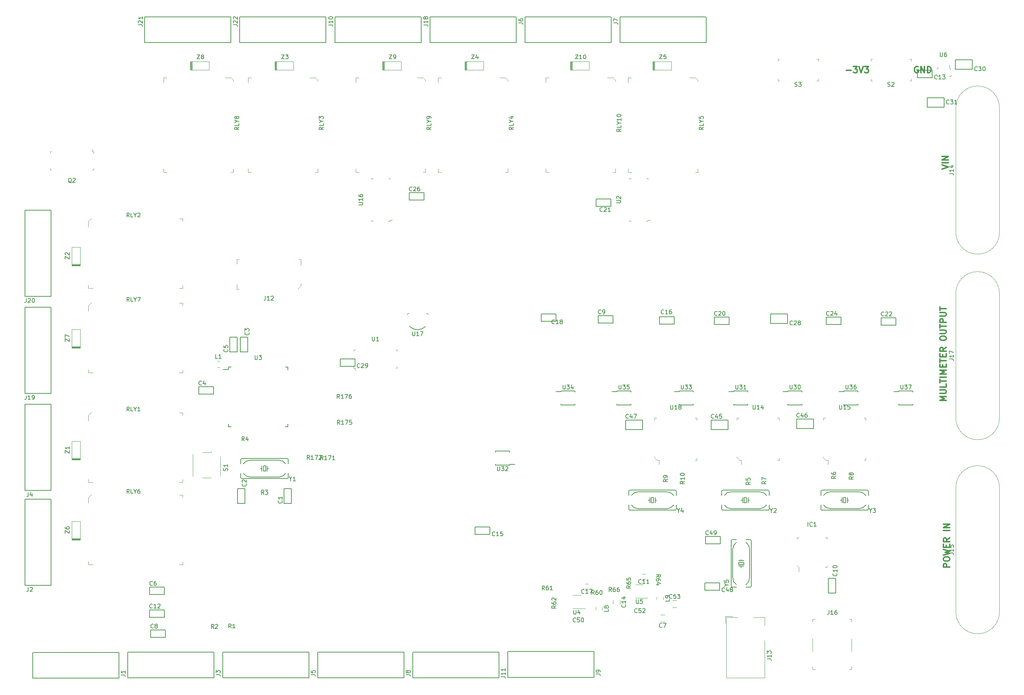
<source format=gbr>
G04 #@! TF.GenerationSoftware,KiCad,Pcbnew,5.0.0*
G04 #@! TF.CreationDate,2018-09-10T20:22:23-07:00*
G04 #@! TF.ProjectId,SchematicAutomation,536368656D617469634175746F6D6174,rev?*
G04 #@! TF.SameCoordinates,Original*
G04 #@! TF.FileFunction,Legend,Top*
G04 #@! TF.FilePolarity,Positive*
%FSLAX45Y45*%
G04 Gerber Fmt 4.5, Leading zero omitted, Abs format (unit mm)*
G04 Created by KiCad (PCBNEW 5.0.0) date Mon Sep 10 20:22:23 2018*
%MOMM*%
%LPD*%
G01*
G04 APERTURE LIST*
%ADD10C,0.300000*%
%ADD11C,0.100000*%
%ADD12C,0.180000*%
%ADD13C,0.150000*%
%ADD14C,0.120000*%
G04 APERTURE END LIST*
D10*
X25641314Y-3277800D02*
X25627028Y-3270657D01*
X25605600Y-3270657D01*
X25584171Y-3277800D01*
X25569886Y-3292086D01*
X25562743Y-3306371D01*
X25555600Y-3334943D01*
X25555600Y-3356371D01*
X25562743Y-3384943D01*
X25569886Y-3399228D01*
X25584171Y-3413514D01*
X25605600Y-3420657D01*
X25619886Y-3420657D01*
X25641314Y-3413514D01*
X25648457Y-3406371D01*
X25648457Y-3356371D01*
X25619886Y-3356371D01*
X25712743Y-3420657D02*
X25712743Y-3270657D01*
X25798457Y-3420657D01*
X25798457Y-3270657D01*
X25869886Y-3420657D02*
X25869886Y-3270657D01*
X25905600Y-3270657D01*
X25927028Y-3277800D01*
X25941314Y-3292086D01*
X25948457Y-3306371D01*
X25955600Y-3334943D01*
X25955600Y-3356371D01*
X25948457Y-3384943D01*
X25941314Y-3399228D01*
X25927028Y-3413514D01*
X25905600Y-3420657D01*
X25869886Y-3420657D01*
X23916514Y-3363514D02*
X24030800Y-3363514D01*
X24087943Y-3270657D02*
X24180800Y-3270657D01*
X24130800Y-3327800D01*
X24152228Y-3327800D01*
X24166514Y-3334943D01*
X24173657Y-3342086D01*
X24180800Y-3356371D01*
X24180800Y-3392086D01*
X24173657Y-3406371D01*
X24166514Y-3413514D01*
X24152228Y-3420657D01*
X24109371Y-3420657D01*
X24095086Y-3413514D01*
X24087943Y-3406371D01*
X24223657Y-3270657D02*
X24273657Y-3420657D01*
X24323657Y-3270657D01*
X24359371Y-3270657D02*
X24452228Y-3270657D01*
X24402228Y-3327800D01*
X24423657Y-3327800D01*
X24437943Y-3334943D01*
X24445086Y-3342086D01*
X24452228Y-3356371D01*
X24452228Y-3392086D01*
X24445086Y-3406371D01*
X24437943Y-3413514D01*
X24423657Y-3420657D01*
X24380800Y-3420657D01*
X24366514Y-3413514D01*
X24359371Y-3406371D01*
X26318757Y-11315957D02*
X26168757Y-11315957D01*
X26275900Y-11265957D01*
X26168757Y-11215957D01*
X26318757Y-11215957D01*
X26168757Y-11144529D02*
X26290186Y-11144529D01*
X26304471Y-11137386D01*
X26311614Y-11130243D01*
X26318757Y-11115957D01*
X26318757Y-11087386D01*
X26311614Y-11073100D01*
X26304471Y-11065957D01*
X26290186Y-11058814D01*
X26168757Y-11058814D01*
X26318757Y-10915957D02*
X26318757Y-10987386D01*
X26168757Y-10987386D01*
X26168757Y-10887386D02*
X26168757Y-10801671D01*
X26318757Y-10844529D02*
X26168757Y-10844529D01*
X26318757Y-10751671D02*
X26168757Y-10751671D01*
X26318757Y-10680243D02*
X26168757Y-10680243D01*
X26275900Y-10630243D01*
X26168757Y-10580243D01*
X26318757Y-10580243D01*
X26240186Y-10508814D02*
X26240186Y-10458814D01*
X26318757Y-10437386D02*
X26318757Y-10508814D01*
X26168757Y-10508814D01*
X26168757Y-10437386D01*
X26168757Y-10394529D02*
X26168757Y-10308814D01*
X26318757Y-10351671D02*
X26168757Y-10351671D01*
X26240186Y-10258814D02*
X26240186Y-10208814D01*
X26318757Y-10187386D02*
X26318757Y-10258814D01*
X26168757Y-10258814D01*
X26168757Y-10187386D01*
X26318757Y-10037386D02*
X26247328Y-10087386D01*
X26318757Y-10123100D02*
X26168757Y-10123100D01*
X26168757Y-10065957D01*
X26175900Y-10051671D01*
X26183043Y-10044529D01*
X26197328Y-10037386D01*
X26218757Y-10037386D01*
X26233043Y-10044529D01*
X26240186Y-10051671D01*
X26247328Y-10065957D01*
X26247328Y-10123100D01*
X26168757Y-9830243D02*
X26168757Y-9801671D01*
X26175900Y-9787386D01*
X26190186Y-9773100D01*
X26218757Y-9765957D01*
X26268757Y-9765957D01*
X26297328Y-9773100D01*
X26311614Y-9787386D01*
X26318757Y-9801671D01*
X26318757Y-9830243D01*
X26311614Y-9844529D01*
X26297328Y-9858814D01*
X26268757Y-9865957D01*
X26218757Y-9865957D01*
X26190186Y-9858814D01*
X26175900Y-9844529D01*
X26168757Y-9830243D01*
X26168757Y-9701671D02*
X26290186Y-9701671D01*
X26304471Y-9694529D01*
X26311614Y-9687386D01*
X26318757Y-9673100D01*
X26318757Y-9644529D01*
X26311614Y-9630243D01*
X26304471Y-9623100D01*
X26290186Y-9615957D01*
X26168757Y-9615957D01*
X26168757Y-9565957D02*
X26168757Y-9480243D01*
X26318757Y-9523100D02*
X26168757Y-9523100D01*
X26318757Y-9430243D02*
X26168757Y-9430243D01*
X26168757Y-9373100D01*
X26175900Y-9358814D01*
X26183043Y-9351671D01*
X26197328Y-9344529D01*
X26218757Y-9344529D01*
X26233043Y-9351671D01*
X26240186Y-9358814D01*
X26247328Y-9373100D01*
X26247328Y-9430243D01*
X26168757Y-9280243D02*
X26290186Y-9280243D01*
X26304471Y-9273100D01*
X26311614Y-9265957D01*
X26318757Y-9251671D01*
X26318757Y-9223100D01*
X26311614Y-9208814D01*
X26304471Y-9201671D01*
X26290186Y-9194529D01*
X26168757Y-9194529D01*
X26168757Y-9144529D02*
X26168757Y-9058814D01*
X26318757Y-9101671D02*
X26168757Y-9101671D01*
X26219557Y-5739578D02*
X26369557Y-5689578D01*
X26219557Y-5639578D01*
X26369557Y-5589579D02*
X26219557Y-5589579D01*
X26369557Y-5518150D02*
X26219557Y-5518150D01*
X26369557Y-5432436D01*
X26219557Y-5432436D01*
X26401307Y-15326057D02*
X26251307Y-15326057D01*
X26251307Y-15268914D01*
X26258450Y-15254628D01*
X26265593Y-15247486D01*
X26279878Y-15240343D01*
X26301307Y-15240343D01*
X26315593Y-15247486D01*
X26322736Y-15254628D01*
X26329878Y-15268914D01*
X26329878Y-15326057D01*
X26251307Y-15147486D02*
X26251307Y-15118914D01*
X26258450Y-15104628D01*
X26272736Y-15090343D01*
X26301307Y-15083200D01*
X26351307Y-15083200D01*
X26379878Y-15090343D01*
X26394164Y-15104628D01*
X26401307Y-15118914D01*
X26401307Y-15147486D01*
X26394164Y-15161771D01*
X26379878Y-15176057D01*
X26351307Y-15183200D01*
X26301307Y-15183200D01*
X26272736Y-15176057D01*
X26258450Y-15161771D01*
X26251307Y-15147486D01*
X26251307Y-15033200D02*
X26401307Y-14997486D01*
X26294164Y-14968914D01*
X26401307Y-14940343D01*
X26251307Y-14904628D01*
X26322736Y-14847486D02*
X26322736Y-14797486D01*
X26401307Y-14776057D02*
X26401307Y-14847486D01*
X26251307Y-14847486D01*
X26251307Y-14776057D01*
X26401307Y-14626057D02*
X26329878Y-14676057D01*
X26401307Y-14711771D02*
X26251307Y-14711771D01*
X26251307Y-14654628D01*
X26258450Y-14640343D01*
X26265593Y-14633200D01*
X26279878Y-14626057D01*
X26301307Y-14626057D01*
X26315593Y-14633200D01*
X26322736Y-14640343D01*
X26329878Y-14654628D01*
X26329878Y-14711771D01*
X26401307Y-14447486D02*
X26251307Y-14447486D01*
X26401307Y-14376057D02*
X26251307Y-14376057D01*
X26401307Y-14290343D01*
X26251307Y-14290343D01*
D11*
G04 #@! TO.C,J12*
X10730300Y-8610400D02*
X10730300Y-8630400D01*
X10790300Y-8550400D02*
X10730300Y-8610400D01*
X10790300Y-8500400D02*
X10790300Y-8550400D01*
X9250300Y-8640400D02*
X9250300Y-8520400D01*
X9300300Y-8640400D02*
X9250300Y-8640400D01*
X9250300Y-7920400D02*
X9250300Y-8030400D01*
X9300300Y-7920400D02*
X9250300Y-7920400D01*
X10790300Y-7920400D02*
X10790300Y-8060400D01*
X10740300Y-7920400D02*
X10790300Y-7920400D01*
D12*
G04 #@! TO.C,C5*
X9258300Y-10147300D02*
X9080500Y-10147300D01*
X9258300Y-9791700D02*
X9258300Y-10147300D01*
X9080500Y-9791700D02*
X9258300Y-9791700D01*
X9080500Y-10147300D02*
X9080500Y-9791700D01*
D11*
G04 #@! TO.C,U14*
X22303200Y-11732800D02*
X22253200Y-11732800D01*
X22303200Y-11732800D02*
X22303200Y-11782800D01*
X21283200Y-11732800D02*
X21333200Y-11732800D01*
X21283200Y-11732800D02*
X21283200Y-11782800D01*
X22303200Y-12752800D02*
X22303200Y-12702800D01*
X22303200Y-12752800D02*
X22253200Y-12752800D01*
X21393200Y-12752800D02*
X21393200Y-12852800D01*
X21343200Y-12752800D02*
X21393200Y-12752800D01*
X21283200Y-12692800D02*
X21343200Y-12752800D01*
X21283200Y-12662800D02*
X21283200Y-12692800D01*
G04 #@! TO.C,U18*
X20322000Y-11732800D02*
X20272000Y-11732800D01*
X20322000Y-11732800D02*
X20322000Y-11782800D01*
X19302000Y-11732800D02*
X19352000Y-11732800D01*
X19302000Y-11732800D02*
X19302000Y-11782800D01*
X20322000Y-12752800D02*
X20322000Y-12702800D01*
X20322000Y-12752800D02*
X20272000Y-12752800D01*
X19412000Y-12752800D02*
X19412000Y-12852800D01*
X19362000Y-12752800D02*
X19412000Y-12752800D01*
X19302000Y-12692800D02*
X19362000Y-12752800D01*
X19302000Y-12662800D02*
X19302000Y-12692800D01*
D13*
G04 #@! TO.C,U35*
X18399900Y-11102200D02*
X18274900Y-11102200D01*
X18399900Y-11419700D02*
X18734900Y-11419700D01*
X18399900Y-11084700D02*
X18734900Y-11084700D01*
X18399900Y-11419700D02*
X18399900Y-11394700D01*
X18734900Y-11419700D02*
X18734900Y-11394700D01*
X18734900Y-11084700D02*
X18734900Y-11109700D01*
X18399900Y-11084700D02*
X18399900Y-11102200D01*
D14*
G04 #@! TO.C,J14*
X26551400Y-7264400D02*
G75*
G03X27601400Y-7264400I525000J0D01*
G01*
X27601400Y-4264400D02*
G75*
G03X26551400Y-4264400I-525000J0D01*
G01*
X26551400Y-4264400D02*
X26551400Y-7264400D01*
X27601400Y-7264400D02*
X27601400Y-4264400D01*
G04 #@! TO.C,U4*
X17340750Y-16328100D02*
X17635750Y-16328100D01*
X17520750Y-16006100D02*
X17340750Y-16006100D01*
G04 #@! TO.C,U5*
X19025700Y-15745750D02*
X18845700Y-15745750D01*
X18845700Y-16067750D02*
X19140700Y-16067750D01*
G04 #@! TO.C,C11*
X19008650Y-15491150D02*
X19078650Y-15491150D01*
X19078650Y-15611150D02*
X19008650Y-15611150D01*
G04 #@! TO.C,C53*
X19836600Y-16126550D02*
X19736600Y-16126550D01*
X19736600Y-16296550D02*
X19836600Y-16296550D01*
G04 #@! TO.C,C17*
X17707300Y-15852450D02*
X17637300Y-15852450D01*
X17637300Y-15732450D02*
X17707300Y-15732450D01*
G04 #@! TO.C,C50*
X17433850Y-16418250D02*
X17503850Y-16418250D01*
X17503850Y-16538250D02*
X17433850Y-16538250D01*
G04 #@! TO.C,C52*
X18983400Y-16316000D02*
X18913400Y-16316000D01*
X18913400Y-16196000D02*
X18983400Y-16196000D01*
G04 #@! TO.C,C7*
X19548400Y-16475800D02*
X19448400Y-16475800D01*
X19448400Y-16645800D02*
X19548400Y-16645800D01*
G04 #@! TO.C,C14*
X18474600Y-16217100D02*
X18474600Y-16117100D01*
X18304600Y-16117100D02*
X18304600Y-16217100D01*
G04 #@! TO.C,L1*
X8775300Y-10519400D02*
X8835300Y-10519400D01*
X8777300Y-10359400D02*
X8837300Y-10359400D01*
G04 #@! TO.C,L8*
X18044150Y-16295850D02*
X18044150Y-16355850D01*
X17884150Y-16293850D02*
X17884150Y-16353850D01*
G04 #@! TO.C,L9*
X19351000Y-16046200D02*
X19351000Y-16106200D01*
X19511000Y-16048200D02*
X19511000Y-16108200D01*
D13*
G04 #@! TO.C,J19*
X4437200Y-9069200D02*
X4777867Y-9069200D01*
X4156200Y-9069200D02*
X4496867Y-9069200D01*
X4437533Y-11144200D02*
X4778200Y-11144200D01*
X4156200Y-11144200D02*
X4496867Y-11144200D01*
X4156200Y-9074200D02*
X4156200Y-11144200D01*
X4778200Y-11144200D02*
X4778200Y-9074200D01*
G04 #@! TO.C,U33*
X19898500Y-11102200D02*
X19773500Y-11102200D01*
X19898500Y-11419700D02*
X20233500Y-11419700D01*
X19898500Y-11084700D02*
X20233500Y-11084700D01*
X19898500Y-11419700D02*
X19898500Y-11394700D01*
X20233500Y-11419700D02*
X20233500Y-11394700D01*
X20233500Y-11084700D02*
X20233500Y-11109700D01*
X19898500Y-11084700D02*
X19898500Y-11102200D01*
G04 #@! TO.C,U36*
X23860900Y-11102200D02*
X23735900Y-11102200D01*
X23860900Y-11419700D02*
X24195900Y-11419700D01*
X23860900Y-11084700D02*
X24195900Y-11084700D01*
X23860900Y-11419700D02*
X23860900Y-11394700D01*
X24195900Y-11419700D02*
X24195900Y-11394700D01*
X24195900Y-11084700D02*
X24195900Y-11109700D01*
X23860900Y-11084700D02*
X23860900Y-11102200D01*
G04 #@! TO.C,U37*
X25181700Y-11102200D02*
X25056700Y-11102200D01*
X25181700Y-11419700D02*
X25516700Y-11419700D01*
X25181700Y-11084700D02*
X25516700Y-11084700D01*
X25181700Y-11419700D02*
X25181700Y-11394700D01*
X25516700Y-11419700D02*
X25516700Y-11394700D01*
X25516700Y-11084700D02*
X25516700Y-11109700D01*
X25181700Y-11084700D02*
X25181700Y-11102200D01*
G04 #@! TO.C,U32*
X15813900Y-12850000D02*
X15938900Y-12850000D01*
X15813900Y-12532500D02*
X15478900Y-12532500D01*
X15813900Y-12867500D02*
X15478900Y-12867500D01*
X15813900Y-12532500D02*
X15813900Y-12557500D01*
X15478900Y-12532500D02*
X15478900Y-12557500D01*
X15478900Y-12867500D02*
X15478900Y-12842500D01*
X15813900Y-12867500D02*
X15813900Y-12850000D01*
G04 #@! TO.C,U30*
X22514700Y-11102200D02*
X22389700Y-11102200D01*
X22514700Y-11419700D02*
X22849700Y-11419700D01*
X22514700Y-11084700D02*
X22849700Y-11084700D01*
X22514700Y-11419700D02*
X22514700Y-11394700D01*
X22849700Y-11419700D02*
X22849700Y-11394700D01*
X22849700Y-11084700D02*
X22849700Y-11109700D01*
X22514700Y-11084700D02*
X22514700Y-11102200D01*
G04 #@! TO.C,U31*
X21210700Y-11102200D02*
X21085700Y-11102200D01*
X21210700Y-11419700D02*
X21545700Y-11419700D01*
X21210700Y-11084700D02*
X21545700Y-11084700D01*
X21210700Y-11419700D02*
X21210700Y-11394700D01*
X21545700Y-11419700D02*
X21545700Y-11394700D01*
X21545700Y-11084700D02*
X21545700Y-11109700D01*
X21210700Y-11084700D02*
X21210700Y-11102200D01*
G04 #@! TO.C,U34*
X17053700Y-11102200D02*
X16928700Y-11102200D01*
X17053700Y-11419700D02*
X17388700Y-11419700D01*
X17053700Y-11084700D02*
X17388700Y-11084700D01*
X17053700Y-11419700D02*
X17053700Y-11394700D01*
X17388700Y-11419700D02*
X17388700Y-11394700D01*
X17388700Y-11084700D02*
X17388700Y-11109700D01*
X17053700Y-11084700D02*
X17053700Y-11102200D01*
D11*
G04 #@! TO.C,IC1*
X23451900Y-14614500D02*
X23451900Y-14654500D01*
X23411900Y-14614500D02*
X23451900Y-14614500D01*
X22731900Y-14614500D02*
X22731900Y-14654500D01*
X22771900Y-14614500D02*
X22731900Y-14614500D01*
X23451900Y-15334500D02*
X23411900Y-15334500D01*
X23451900Y-15294500D02*
X23451900Y-15334500D01*
X22771900Y-15334500D02*
X22731900Y-15294500D01*
X22771900Y-15439500D02*
X22771900Y-15334500D01*
D12*
G04 #@! TO.C,Y4*
X19189700Y-13716000D02*
X19151600Y-13716000D01*
X19189700Y-13716000D02*
X19189700Y-13652500D01*
X19189700Y-13779500D02*
X19189700Y-13716000D01*
X19316700Y-13716000D02*
X19354800Y-13716000D01*
X19316700Y-13716000D02*
X19316700Y-13652500D01*
X19316700Y-13779500D02*
X19316700Y-13716000D01*
X19227800Y-13779500D02*
X19278600Y-13779500D01*
X19227800Y-13652500D02*
X19227800Y-13779500D01*
X19278600Y-13652500D02*
X19227800Y-13652500D01*
X19278600Y-13779500D02*
X19278600Y-13652500D01*
X19799300Y-13957300D02*
G75*
G03X19824700Y-13931900I0J25400D01*
G01*
X18681700Y-13931900D02*
G75*
G03X18707100Y-13957300I25400J0D01*
G01*
X18707100Y-13957300D02*
X19799300Y-13957300D01*
X19596100Y-13919200D02*
X18910300Y-13919200D01*
X19799300Y-13474700D02*
G75*
G02X19824700Y-13500100I0J-25400D01*
G01*
X19824700Y-13500100D02*
X19824700Y-13601700D01*
X19596100Y-13512800D02*
G75*
G02X19764110Y-13601700I5J-203200D01*
G01*
X18742300Y-13601710D02*
G75*
G02X18910300Y-13512800I168012J-114290D01*
G01*
X18681700Y-13500100D02*
X18681700Y-13601700D01*
X18681700Y-13500100D02*
G75*
G02X18707100Y-13474700I25400J0D01*
G01*
X18707100Y-13474700D02*
X19799300Y-13474700D01*
X18910300Y-13512800D02*
X19596100Y-13512800D01*
X18681700Y-13830300D02*
X18681700Y-13931900D01*
X18742290Y-13830300D02*
G75*
G03X18910300Y-13919200I168005J114300D01*
G01*
X19824700Y-13830300D02*
X19824700Y-13931900D01*
X19596100Y-13919210D02*
G75*
G03X19764110Y-13830300I-7J203210D01*
G01*
D13*
G04 #@! TO.C,J18*
X15975200Y-2354400D02*
X15975200Y-2695067D01*
X15975200Y-2073400D02*
X15975200Y-2414067D01*
X13900200Y-2354733D02*
X13900200Y-2695400D01*
X13900200Y-2073400D02*
X13900200Y-2414067D01*
X15970200Y-2073400D02*
X13900200Y-2073400D01*
X13900200Y-2695400D02*
X15970200Y-2695400D01*
G04 #@! TO.C,J1*
X4344800Y-17719740D02*
X4344800Y-17379074D01*
X4344800Y-18000740D02*
X4344800Y-17660074D01*
X6419800Y-17719407D02*
X6419800Y-17378741D01*
X6419800Y-18000740D02*
X6419800Y-17660074D01*
X4349800Y-18000740D02*
X6419800Y-18000740D01*
X6419800Y-17378741D02*
X4349800Y-17378740D01*
G04 #@! TO.C,J2*
X4437200Y-13692000D02*
X4777867Y-13692000D01*
X4156200Y-13692000D02*
X4496867Y-13692000D01*
X4437533Y-15767000D02*
X4778200Y-15767000D01*
X4156200Y-15767000D02*
X4496867Y-15767000D01*
X4156200Y-13697000D02*
X4156200Y-15767000D01*
X4778200Y-15767000D02*
X4778200Y-13697000D01*
G04 #@! TO.C,J3*
X6630800Y-17711600D02*
X6630800Y-17370933D01*
X6630800Y-17992600D02*
X6630800Y-17651933D01*
X8705800Y-17711267D02*
X8705800Y-17370600D01*
X8705800Y-17992600D02*
X8705800Y-17651933D01*
X6635800Y-17992600D02*
X8705800Y-17992600D01*
X8705800Y-17370600D02*
X6635800Y-17370600D01*
G04 #@! TO.C,J4*
X4437200Y-11406000D02*
X4777867Y-11406000D01*
X4156200Y-11406000D02*
X4496867Y-11406000D01*
X4437533Y-13481000D02*
X4778200Y-13481000D01*
X4156200Y-13481000D02*
X4496867Y-13481000D01*
X4156200Y-11411000D02*
X4156200Y-13481000D01*
X4778200Y-13481000D02*
X4778200Y-11411000D01*
G04 #@! TO.C,J5*
X8916800Y-17711600D02*
X8916800Y-17370933D01*
X8916800Y-17992600D02*
X8916800Y-17651933D01*
X10991800Y-17711267D02*
X10991800Y-17370600D01*
X10991800Y-17992600D02*
X10991800Y-17651933D01*
X8921800Y-17992600D02*
X10991800Y-17992600D01*
X10991800Y-17370600D02*
X8921800Y-17370600D01*
G04 #@! TO.C,J6*
X18261200Y-2354400D02*
X18261200Y-2695067D01*
X18261200Y-2073400D02*
X18261200Y-2414067D01*
X16186200Y-2354733D02*
X16186200Y-2695400D01*
X16186200Y-2073400D02*
X16186200Y-2414067D01*
X18256200Y-2073400D02*
X16186200Y-2073400D01*
X16186200Y-2695400D02*
X18256200Y-2695400D01*
G04 #@! TO.C,J7*
X20547200Y-2354400D02*
X20547200Y-2695067D01*
X20547200Y-2073400D02*
X20547200Y-2414067D01*
X18472200Y-2354733D02*
X18472200Y-2695400D01*
X18472200Y-2073400D02*
X18472200Y-2414067D01*
X20542200Y-2073400D02*
X18472200Y-2073400D01*
X18472200Y-2695400D02*
X20542200Y-2695400D01*
G04 #@! TO.C,J8*
X11202800Y-17711600D02*
X11202800Y-17370933D01*
X11202800Y-17992600D02*
X11202800Y-17651933D01*
X13277800Y-17711267D02*
X13277800Y-17370600D01*
X13277800Y-17992600D02*
X13277800Y-17651933D01*
X11207800Y-17992600D02*
X13277800Y-17992600D01*
X13277800Y-17370600D02*
X11207800Y-17370600D01*
G04 #@! TO.C,J20*
X4437200Y-6732400D02*
X4777867Y-6732400D01*
X4156200Y-6732400D02*
X4496867Y-6732400D01*
X4437533Y-8807400D02*
X4778200Y-8807400D01*
X4156200Y-8807400D02*
X4496867Y-8807400D01*
X4156200Y-6737400D02*
X4156200Y-8807400D01*
X4778200Y-8807400D02*
X4778200Y-6737400D01*
G04 #@! TO.C,J22*
X11397706Y-2353811D02*
X11397706Y-2694477D01*
X11397706Y-2072810D02*
X11397706Y-2413477D01*
X9322706Y-2354144D02*
X9322706Y-2694810D01*
X9322706Y-2072810D02*
X9322706Y-2413477D01*
X11392706Y-2072811D02*
X9322706Y-2072810D01*
X9322706Y-2694810D02*
X11392706Y-2694811D01*
G04 #@! TO.C,J21*
X9111706Y-2353811D02*
X9111706Y-2694477D01*
X9111706Y-2072810D02*
X9111706Y-2413477D01*
X7036706Y-2354144D02*
X7036706Y-2694810D01*
X7036706Y-2072810D02*
X7036706Y-2413477D01*
X9106706Y-2072811D02*
X7036706Y-2072810D01*
X7036706Y-2694810D02*
X9106706Y-2694811D01*
G04 #@! TO.C,J9*
X15774800Y-17698900D02*
X15774800Y-17358233D01*
X15774800Y-17979900D02*
X15774800Y-17639233D01*
X17849800Y-17698567D02*
X17849800Y-17357900D01*
X17849800Y-17979900D02*
X17849800Y-17639233D01*
X15779800Y-17979900D02*
X17849800Y-17979900D01*
X17849800Y-17357900D02*
X15779800Y-17357900D01*
G04 #@! TO.C,J10*
X13689200Y-2354400D02*
X13689200Y-2695067D01*
X13689200Y-2073400D02*
X13689200Y-2414067D01*
X11614200Y-2354733D02*
X11614200Y-2695400D01*
X11614200Y-2073400D02*
X11614200Y-2414067D01*
X13684200Y-2073400D02*
X11614200Y-2073400D01*
X11614200Y-2695400D02*
X13684200Y-2695400D01*
G04 #@! TO.C,J11*
X13488800Y-17711600D02*
X13488800Y-17370933D01*
X13488800Y-17992600D02*
X13488800Y-17651933D01*
X15563800Y-17711267D02*
X15563800Y-17370600D01*
X15563800Y-17992600D02*
X15563800Y-17651933D01*
X13493800Y-17992600D02*
X15563800Y-17992600D01*
X15563800Y-17370600D02*
X13493800Y-17370600D01*
D14*
G04 #@! TO.C,J13*
X21004400Y-16507600D02*
X21178400Y-16507600D01*
X21004400Y-16681600D02*
X21004400Y-16507600D01*
X21948400Y-16531600D02*
X21948400Y-16731600D01*
X21668400Y-16531600D02*
X21948400Y-16531600D01*
X21028400Y-16531600D02*
X21308400Y-16531600D01*
X21028400Y-17991600D02*
X21028400Y-16531600D01*
X21948400Y-17991600D02*
X21028400Y-17991600D01*
X21948400Y-17091600D02*
X21948400Y-17991600D01*
D12*
G04 #@! TO.C,C45*
X20662900Y-11785600D02*
X20662900Y-12014200D01*
X21069300Y-11785600D02*
X20662900Y-11785600D01*
X21069300Y-12014200D02*
X21069300Y-11785600D01*
X20662900Y-12014200D02*
X21069300Y-12014200D01*
G04 #@! TO.C,C48*
X20870000Y-15709900D02*
X20870000Y-15887700D01*
X20514400Y-15709900D02*
X20870000Y-15709900D01*
X20514400Y-15887700D02*
X20514400Y-15709900D01*
X20870000Y-15887700D02*
X20514400Y-15887700D01*
G04 #@! TO.C,C49*
X20532000Y-14770100D02*
X20532000Y-14592300D01*
X20887600Y-14770100D02*
X20532000Y-14770100D01*
X20887600Y-14592300D02*
X20887600Y-14770100D01*
X20532000Y-14592300D02*
X20887600Y-14592300D01*
G04 #@! TO.C,C24*
X23435400Y-9486900D02*
X23435400Y-9309100D01*
X23791000Y-9486900D02*
X23435400Y-9486900D01*
X23791000Y-9309100D02*
X23791000Y-9486900D01*
X23435400Y-9309100D02*
X23791000Y-9309100D01*
G04 #@! TO.C,C3*
X9334500Y-9791700D02*
X9512300Y-9791700D01*
X9334500Y-10147300D02*
X9334500Y-9791700D01*
X9512300Y-10147300D02*
X9334500Y-10147300D01*
X9512300Y-9791700D02*
X9512300Y-10147300D01*
G04 #@! TO.C,C4*
X8335100Y-11163300D02*
X8335100Y-10985500D01*
X8690700Y-11163300D02*
X8335100Y-11163300D01*
X8690700Y-10985500D02*
X8690700Y-11163300D01*
X8335100Y-10985500D02*
X8690700Y-10985500D01*
G04 #@! TO.C,C29*
X12092623Y-10312400D02*
X12092623Y-10490200D01*
X11737023Y-10312400D02*
X12092623Y-10312400D01*
X11737023Y-10490200D02*
X11737023Y-10312400D01*
X12092623Y-10490200D02*
X11737023Y-10490200D01*
G04 #@! TO.C,C2*
X9271000Y-13436600D02*
X9448800Y-13436600D01*
X9271000Y-13792200D02*
X9271000Y-13436600D01*
X9448800Y-13792200D02*
X9271000Y-13792200D01*
X9448800Y-13436600D02*
X9448800Y-13792200D01*
G04 #@! TO.C,C26*
X13398500Y-6489700D02*
X13398500Y-6311900D01*
X13754100Y-6489700D02*
X13398500Y-6489700D01*
X13754100Y-6311900D02*
X13754100Y-6489700D01*
X13398500Y-6311900D02*
X13754100Y-6311900D01*
G04 #@! TO.C,C6*
X7154000Y-15989300D02*
X7154000Y-15811500D01*
X7509600Y-15989300D02*
X7154000Y-15989300D01*
X7509600Y-15811500D02*
X7509600Y-15989300D01*
X7154000Y-15811500D02*
X7509600Y-15811500D01*
G04 #@! TO.C,C22*
X24752300Y-9499600D02*
X24752300Y-9321800D01*
X25107900Y-9499600D02*
X24752300Y-9499600D01*
X25107900Y-9321800D02*
X25107900Y-9499600D01*
X24752300Y-9321800D02*
X25107900Y-9321800D01*
G04 #@! TO.C,C21*
X18249900Y-6464300D02*
X18249900Y-6642100D01*
X17894300Y-6464300D02*
X18249900Y-6464300D01*
X17894300Y-6642100D02*
X17894300Y-6464300D01*
X18249900Y-6642100D02*
X17894300Y-6642100D01*
G04 #@! TO.C,C20*
X20739100Y-9486900D02*
X20739100Y-9309100D01*
X21094700Y-9486900D02*
X20739100Y-9486900D01*
X21094700Y-9309100D02*
X21094700Y-9486900D01*
X20739100Y-9309100D02*
X21094700Y-9309100D01*
G04 #@! TO.C,C16*
X19418300Y-9474200D02*
X19418300Y-9296400D01*
X19773900Y-9474200D02*
X19418300Y-9474200D01*
X19773900Y-9296400D02*
X19773900Y-9474200D01*
X19418300Y-9296400D02*
X19773900Y-9296400D01*
G04 #@! TO.C,C15*
X15341600Y-14363700D02*
X15341600Y-14541500D01*
X14986000Y-14363700D02*
X15341600Y-14363700D01*
X14986000Y-14541500D02*
X14986000Y-14363700D01*
X15341600Y-14541500D02*
X14986000Y-14541500D01*
G04 #@! TO.C,C13*
X25984200Y-3361600D02*
X25984200Y-3539400D01*
X25628600Y-3361600D02*
X25984200Y-3361600D01*
X25628600Y-3539400D02*
X25628600Y-3361600D01*
X25984200Y-3539400D02*
X25628600Y-3539400D01*
G04 #@! TO.C,C12*
X7150100Y-16535400D02*
X7150100Y-16357600D01*
X7505700Y-16535400D02*
X7150100Y-16535400D01*
X7505700Y-16357600D02*
X7505700Y-16535400D01*
X7150100Y-16357600D02*
X7505700Y-16357600D01*
G04 #@! TO.C,C1*
X10566400Y-13792200D02*
X10388600Y-13792200D01*
X10566400Y-13436600D02*
X10566400Y-13792200D01*
X10388600Y-13436600D02*
X10566400Y-13436600D01*
X10388600Y-13792200D02*
X10388600Y-13436600D01*
G04 #@! TO.C,C10*
X23482300Y-15595600D02*
X23660100Y-15595600D01*
X23482300Y-15951200D02*
X23482300Y-15595600D01*
X23660100Y-15951200D02*
X23482300Y-15951200D01*
X23660100Y-15595600D02*
X23660100Y-15951200D01*
G04 #@! TO.C,C9*
X17945100Y-9448800D02*
X17945100Y-9271000D01*
X18300700Y-9448800D02*
X17945100Y-9448800D01*
X18300700Y-9271000D02*
X18300700Y-9448800D01*
X17945100Y-9271000D02*
X18300700Y-9271000D01*
G04 #@! TO.C,C8*
X7177723Y-17018000D02*
X7177723Y-16840200D01*
X7533323Y-17018000D02*
X7177723Y-17018000D01*
X7533323Y-16840200D02*
X7533323Y-17018000D01*
X7177723Y-16840200D02*
X7533323Y-16840200D01*
G04 #@! TO.C,C18*
X16573500Y-9410700D02*
X16573500Y-9232900D01*
X16929100Y-9410700D02*
X16573500Y-9410700D01*
X16929100Y-9232900D02*
X16929100Y-9410700D01*
X16573500Y-9232900D02*
X16929100Y-9232900D01*
G04 #@! TO.C,C47*
X18605500Y-11785600D02*
X18605500Y-12014200D01*
X19011900Y-11785600D02*
X18605500Y-11785600D01*
X19011900Y-12014200D02*
X19011900Y-11785600D01*
X18605500Y-12014200D02*
X19011900Y-12014200D01*
G04 #@! TO.C,C46*
X22720300Y-11760200D02*
X22720300Y-11988800D01*
X23126700Y-11760200D02*
X22720300Y-11760200D01*
X23126700Y-11988800D02*
X23126700Y-11760200D01*
X22720300Y-11988800D02*
X23126700Y-11988800D01*
G04 #@! TO.C,C28*
X22504400Y-9461500D02*
X22504400Y-9232900D01*
X22098000Y-9461500D02*
X22504400Y-9461500D01*
X22098000Y-9232900D02*
X22098000Y-9461500D01*
X22504400Y-9232900D02*
X22098000Y-9232900D01*
G04 #@! TO.C,C31*
X25863300Y-4025900D02*
X25863300Y-4254500D01*
X26269700Y-4025900D02*
X25863300Y-4025900D01*
X26269700Y-4254500D02*
X26269700Y-4025900D01*
X25863300Y-4254500D02*
X26269700Y-4254500D01*
G04 #@! TO.C,C30*
X26949400Y-3340100D02*
X26949400Y-3111500D01*
X26543000Y-3340100D02*
X26949400Y-3340100D01*
X26543000Y-3111500D02*
X26543000Y-3340100D01*
X26949400Y-3111500D02*
X26543000Y-3111500D01*
D14*
G04 #@! TO.C,J15*
X26551400Y-16408200D02*
G75*
G03X27601400Y-16408200I525000J0D01*
G01*
X27601400Y-13408200D02*
G75*
G03X26551400Y-13408200I-525000J0D01*
G01*
X26551400Y-13408200D02*
X26551400Y-16408200D01*
X27601400Y-16408200D02*
X27601400Y-13408200D01*
G04 #@! TO.C,J17*
X26551400Y-11734600D02*
G75*
G03X27601400Y-11734600I525000J0D01*
G01*
X27601400Y-8734600D02*
G75*
G03X26551400Y-8734600I-525000J0D01*
G01*
X26551400Y-8734600D02*
X26551400Y-11734600D01*
X27601400Y-11734600D02*
X27601400Y-8734600D01*
D13*
G04 #@! TO.C,U3*
X9048800Y-10566800D02*
X8921300Y-10566800D01*
X10483800Y-10509300D02*
X10416300Y-10509300D01*
X10483800Y-11944300D02*
X10416300Y-11944300D01*
X9048800Y-11944300D02*
X9116300Y-11944300D01*
X9048800Y-10509300D02*
X9116300Y-10509300D01*
X9048800Y-11944300D02*
X9048800Y-11876800D01*
X10483800Y-11944300D02*
X10483800Y-11876800D01*
X10483800Y-10509300D02*
X10483800Y-10576800D01*
X9048800Y-10509300D02*
X9048800Y-10566800D01*
D12*
G04 #@! TO.C,Y1*
X9855200Y-12954000D02*
X9817100Y-12954000D01*
X9855200Y-12954000D02*
X9855200Y-12890500D01*
X9855200Y-13017500D02*
X9855200Y-12954000D01*
X9982200Y-12954000D02*
X10020300Y-12954000D01*
X9982200Y-12954000D02*
X9982200Y-12890500D01*
X9982200Y-13017500D02*
X9982200Y-12954000D01*
X9893300Y-13017500D02*
X9944100Y-13017500D01*
X9893300Y-12890500D02*
X9893300Y-13017500D01*
X9944100Y-12890500D02*
X9893300Y-12890500D01*
X9944100Y-13017500D02*
X9944100Y-12890500D01*
X10464800Y-13195300D02*
G75*
G03X10490200Y-13169900I0J25400D01*
G01*
X9347200Y-13169900D02*
G75*
G03X9372600Y-13195300I25400J0D01*
G01*
X9372600Y-13195300D02*
X10464800Y-13195300D01*
X10261600Y-13157200D02*
X9575800Y-13157200D01*
X10464800Y-12712700D02*
G75*
G02X10490200Y-12738100I0J-25400D01*
G01*
X10490200Y-12738100D02*
X10490200Y-12839700D01*
X10261600Y-12750800D02*
G75*
G02X10429610Y-12839700I5J-203200D01*
G01*
X9407800Y-12839710D02*
G75*
G02X9575800Y-12750800I168012J-114290D01*
G01*
X9347200Y-12738100D02*
X9347200Y-12839700D01*
X9347200Y-12738100D02*
G75*
G02X9372600Y-12712700I25400J0D01*
G01*
X9372600Y-12712700D02*
X10464800Y-12712700D01*
X9575800Y-12750800D02*
X10261600Y-12750800D01*
X9347200Y-13068300D02*
X9347200Y-13169900D01*
X9407790Y-13068300D02*
G75*
G03X9575800Y-13157200I168005J114300D01*
G01*
X10490200Y-13068300D02*
X10490200Y-13169900D01*
X10261600Y-13157210D02*
G75*
G03X10429610Y-13068300I-7J203210D01*
G01*
G04 #@! TO.C,Y2*
X21424900Y-13716000D02*
X21386800Y-13716000D01*
X21424900Y-13716000D02*
X21424900Y-13652500D01*
X21424900Y-13779500D02*
X21424900Y-13716000D01*
X21551900Y-13716000D02*
X21590000Y-13716000D01*
X21551900Y-13716000D02*
X21551900Y-13652500D01*
X21551900Y-13779500D02*
X21551900Y-13716000D01*
X21463000Y-13779500D02*
X21513800Y-13779500D01*
X21463000Y-13652500D02*
X21463000Y-13779500D01*
X21513800Y-13652500D02*
X21463000Y-13652500D01*
X21513800Y-13779500D02*
X21513800Y-13652500D01*
X22034500Y-13957300D02*
G75*
G03X22059900Y-13931900I0J25400D01*
G01*
X20916900Y-13931900D02*
G75*
G03X20942300Y-13957300I25400J0D01*
G01*
X20942300Y-13957300D02*
X22034500Y-13957300D01*
X21831300Y-13919200D02*
X21145500Y-13919200D01*
X22034500Y-13474700D02*
G75*
G02X22059900Y-13500100I0J-25400D01*
G01*
X22059900Y-13500100D02*
X22059900Y-13601700D01*
X21831300Y-13512800D02*
G75*
G02X21999310Y-13601700I5J-203200D01*
G01*
X20977500Y-13601710D02*
G75*
G02X21145500Y-13512800I168012J-114290D01*
G01*
X20916900Y-13500100D02*
X20916900Y-13601700D01*
X20916900Y-13500100D02*
G75*
G02X20942300Y-13474700I25400J0D01*
G01*
X20942300Y-13474700D02*
X22034500Y-13474700D01*
X21145500Y-13512800D02*
X21831300Y-13512800D01*
X20916900Y-13830300D02*
X20916900Y-13931900D01*
X20977490Y-13830300D02*
G75*
G03X21145500Y-13919200I168005J114300D01*
G01*
X22059900Y-13830300D02*
X22059900Y-13931900D01*
X21831300Y-13919210D02*
G75*
G03X21999310Y-13830300I-7J203210D01*
G01*
G04 #@! TO.C,Y3*
X23812500Y-13716000D02*
X23774400Y-13716000D01*
X23812500Y-13716000D02*
X23812500Y-13652500D01*
X23812500Y-13779500D02*
X23812500Y-13716000D01*
X23939500Y-13716000D02*
X23977600Y-13716000D01*
X23939500Y-13716000D02*
X23939500Y-13652500D01*
X23939500Y-13779500D02*
X23939500Y-13716000D01*
X23850600Y-13779500D02*
X23901400Y-13779500D01*
X23850600Y-13652500D02*
X23850600Y-13779500D01*
X23901400Y-13652500D02*
X23850600Y-13652500D01*
X23901400Y-13779500D02*
X23901400Y-13652500D01*
X24422100Y-13957300D02*
G75*
G03X24447500Y-13931900I0J25400D01*
G01*
X23304500Y-13931900D02*
G75*
G03X23329900Y-13957300I25400J0D01*
G01*
X23329900Y-13957300D02*
X24422100Y-13957300D01*
X24218900Y-13919200D02*
X23533100Y-13919200D01*
X24422100Y-13474700D02*
G75*
G02X24447500Y-13500100I0J-25400D01*
G01*
X24447500Y-13500100D02*
X24447500Y-13601700D01*
X24218900Y-13512800D02*
G75*
G02X24386910Y-13601700I5J-203200D01*
G01*
X23365100Y-13601710D02*
G75*
G02X23533100Y-13512800I168012J-114290D01*
G01*
X23304500Y-13500100D02*
X23304500Y-13601700D01*
X23304500Y-13500100D02*
G75*
G02X23329900Y-13474700I25400J0D01*
G01*
X23329900Y-13474700D02*
X24422100Y-13474700D01*
X23533100Y-13512800D02*
X24218900Y-13512800D01*
X23304500Y-13830300D02*
X23304500Y-13931900D01*
X23365090Y-13830300D02*
G75*
G03X23533100Y-13919200I168005J114300D01*
G01*
X24447500Y-13830300D02*
X24447500Y-13931900D01*
X24218900Y-13919210D02*
G75*
G03X24386910Y-13830300I-7J203210D01*
G01*
G04 #@! TO.C,Y5*
X21386800Y-15176500D02*
X21386800Y-15138400D01*
X21386800Y-15176500D02*
X21450300Y-15176500D01*
X21323300Y-15176500D02*
X21386800Y-15176500D01*
X21386800Y-15303500D02*
X21386800Y-15341600D01*
X21386800Y-15303500D02*
X21450300Y-15303500D01*
X21323300Y-15303500D02*
X21386800Y-15303500D01*
X21323300Y-15214600D02*
X21323300Y-15265400D01*
X21450300Y-15214600D02*
X21323300Y-15214600D01*
X21450300Y-15265400D02*
X21450300Y-15214600D01*
X21323300Y-15265400D02*
X21450300Y-15265400D01*
X21145500Y-15786100D02*
G75*
G03X21170900Y-15811500I25400J0D01*
G01*
X21170900Y-14668500D02*
G75*
G03X21145500Y-14693900I0J-25400D01*
G01*
X21145500Y-14693900D02*
X21145500Y-15786100D01*
X21183600Y-15582900D02*
X21183600Y-14897100D01*
X21628100Y-15786100D02*
G75*
G02X21602700Y-15811500I-25400J0D01*
G01*
X21602700Y-15811500D02*
X21501100Y-15811500D01*
X21590000Y-15582900D02*
G75*
G02X21501100Y-15750910I-203200J-5D01*
G01*
X21501090Y-14729100D02*
G75*
G02X21590000Y-14897100I-114290J-168012D01*
G01*
X21602700Y-14668500D02*
X21501100Y-14668500D01*
X21602700Y-14668500D02*
G75*
G02X21628100Y-14693900I0J-25400D01*
G01*
X21628100Y-14693900D02*
X21628100Y-15786100D01*
X21590000Y-14897100D02*
X21590000Y-15582900D01*
X21272500Y-14668500D02*
X21170900Y-14668500D01*
X21272500Y-14729090D02*
G75*
G03X21183600Y-14897100I114300J-168005D01*
G01*
X21272500Y-15811500D02*
X21170900Y-15811500D01*
X21183590Y-15582900D02*
G75*
G03X21272500Y-15750910I203210J7D01*
G01*
D11*
G04 #@! TO.C,Z1*
X5284800Y-12704000D02*
X5484800Y-12704000D01*
X5284800Y-12714000D02*
X5484800Y-12714000D01*
X5284800Y-12724000D02*
X5484800Y-12724000D01*
X5284800Y-12734000D02*
X5484800Y-12734000D01*
X5284800Y-12744000D02*
X5484800Y-12744000D01*
X5484800Y-12298000D02*
X5484800Y-12744000D01*
X5284800Y-12298000D02*
X5484800Y-12298000D01*
X5284800Y-12744000D02*
X5284800Y-12298000D01*
G04 #@! TO.C,Z2*
X5284800Y-8030400D02*
X5484800Y-8030400D01*
X5284800Y-8040400D02*
X5484800Y-8040400D01*
X5284800Y-8050400D02*
X5484800Y-8050400D01*
X5284800Y-8060400D02*
X5484800Y-8060400D01*
X5284800Y-8070400D02*
X5484800Y-8070400D01*
X5484800Y-7624400D02*
X5484800Y-8070400D01*
X5284800Y-7624400D02*
X5484800Y-7624400D01*
X5284800Y-8070400D02*
X5284800Y-7624400D01*
G04 #@! TO.C,Z3*
X10206800Y-3151200D02*
X10206800Y-3351200D01*
X10196800Y-3151200D02*
X10196800Y-3351200D01*
X10186800Y-3151200D02*
X10186800Y-3351200D01*
X10176800Y-3151200D02*
X10176800Y-3351200D01*
X10166800Y-3151200D02*
X10166800Y-3351200D01*
X10612800Y-3351200D02*
X10166800Y-3351200D01*
X10612800Y-3151200D02*
X10612800Y-3351200D01*
X10166800Y-3151200D02*
X10612800Y-3151200D01*
G04 #@! TO.C,Z4*
X14778800Y-3151200D02*
X14778800Y-3351200D01*
X14768800Y-3151200D02*
X14768800Y-3351200D01*
X14758800Y-3151200D02*
X14758800Y-3351200D01*
X14748800Y-3151200D02*
X14748800Y-3351200D01*
X14738800Y-3151200D02*
X14738800Y-3351200D01*
X15184800Y-3351200D02*
X14738800Y-3351200D01*
X15184800Y-3151200D02*
X15184800Y-3351200D01*
X14738800Y-3151200D02*
X15184800Y-3151200D01*
G04 #@! TO.C,Z5*
X19300000Y-3151200D02*
X19300000Y-3351200D01*
X19290000Y-3151200D02*
X19290000Y-3351200D01*
X19280000Y-3151200D02*
X19280000Y-3351200D01*
X19270000Y-3151200D02*
X19270000Y-3351200D01*
X19260000Y-3151200D02*
X19260000Y-3351200D01*
X19706000Y-3351200D02*
X19260000Y-3351200D01*
X19706000Y-3151200D02*
X19706000Y-3351200D01*
X19260000Y-3151200D02*
X19706000Y-3151200D01*
G04 #@! TO.C,Z6*
X5284800Y-14634400D02*
X5484800Y-14634400D01*
X5284800Y-14644400D02*
X5484800Y-14644400D01*
X5284800Y-14654400D02*
X5484800Y-14654400D01*
X5284800Y-14664400D02*
X5484800Y-14664400D01*
X5284800Y-14674400D02*
X5484800Y-14674400D01*
X5484800Y-14228400D02*
X5484800Y-14674400D01*
X5284800Y-14228400D02*
X5484800Y-14228400D01*
X5284800Y-14674400D02*
X5284800Y-14228400D01*
G04 #@! TO.C,Z7*
X5284800Y-10011600D02*
X5484800Y-10011600D01*
X5284800Y-10021600D02*
X5484800Y-10021600D01*
X5284800Y-10031600D02*
X5484800Y-10031600D01*
X5284800Y-10041600D02*
X5484800Y-10041600D01*
X5284800Y-10051600D02*
X5484800Y-10051600D01*
X5484800Y-9605600D02*
X5484800Y-10051600D01*
X5284800Y-9605600D02*
X5484800Y-9605600D01*
X5284800Y-10051600D02*
X5284800Y-9605600D01*
G04 #@! TO.C,Z8*
X8174800Y-3151200D02*
X8174800Y-3351200D01*
X8164800Y-3151200D02*
X8164800Y-3351200D01*
X8154800Y-3151200D02*
X8154800Y-3351200D01*
X8144800Y-3151200D02*
X8144800Y-3351200D01*
X8134800Y-3151200D02*
X8134800Y-3351200D01*
X8580800Y-3351200D02*
X8134800Y-3351200D01*
X8580800Y-3151200D02*
X8580800Y-3351200D01*
X8134800Y-3151200D02*
X8580800Y-3151200D01*
G04 #@! TO.C,Z9*
X12797600Y-3151200D02*
X12797600Y-3351200D01*
X12787600Y-3151200D02*
X12787600Y-3351200D01*
X12777600Y-3151200D02*
X12777600Y-3351200D01*
X12767600Y-3151200D02*
X12767600Y-3351200D01*
X12757600Y-3151200D02*
X12757600Y-3351200D01*
X13203600Y-3351200D02*
X12757600Y-3351200D01*
X13203600Y-3151200D02*
X13203600Y-3351200D01*
X12757600Y-3151200D02*
X13203600Y-3151200D01*
G04 #@! TO.C,Z10*
X17318800Y-3151200D02*
X17318800Y-3351200D01*
X17308800Y-3151200D02*
X17308800Y-3351200D01*
X17298800Y-3151200D02*
X17298800Y-3351200D01*
X17288800Y-3151200D02*
X17288800Y-3351200D01*
X17278800Y-3151200D02*
X17278800Y-3351200D01*
X17724800Y-3351200D02*
X17278800Y-3351200D01*
X17724800Y-3151200D02*
X17724800Y-3351200D01*
X17278800Y-3151200D02*
X17724800Y-3151200D01*
G04 #@! TO.C,U15*
X24386000Y-11732800D02*
X24336000Y-11732800D01*
X24386000Y-11732800D02*
X24386000Y-11782800D01*
X23366000Y-11732800D02*
X23416000Y-11732800D01*
X23366000Y-11732800D02*
X23366000Y-11782800D01*
X24386000Y-12752800D02*
X24386000Y-12702800D01*
X24386000Y-12752800D02*
X24336000Y-12752800D01*
X23476000Y-12752800D02*
X23476000Y-12852800D01*
X23426000Y-12752800D02*
X23476000Y-12752800D01*
X23366000Y-12692800D02*
X23426000Y-12752800D01*
X23366000Y-12662800D02*
X23366000Y-12692800D01*
G04 #@! TO.C,RLY4*
X15772700Y-5817500D02*
X15710200Y-5817500D01*
X15772700Y-5735000D02*
X15772700Y-5817500D01*
X14097700Y-5817500D02*
X14097700Y-5732500D01*
X14167700Y-5817500D02*
X14097700Y-5817500D01*
X14097700Y-3542500D02*
X14175200Y-3542500D01*
X14097700Y-3655000D02*
X14097700Y-3542500D01*
X15715200Y-3542500D02*
X15577700Y-3542500D01*
X15772700Y-3602500D02*
X15715200Y-3542500D01*
X15772700Y-3625000D02*
X15772700Y-3602500D01*
G04 #@! TO.C,RLY5*
X20344700Y-5817500D02*
X20282200Y-5817500D01*
X20344700Y-5735000D02*
X20344700Y-5817500D01*
X18669700Y-5817500D02*
X18669700Y-5732500D01*
X18739700Y-5817500D02*
X18669700Y-5817500D01*
X18669700Y-3542500D02*
X18747200Y-3542500D01*
X18669700Y-3655000D02*
X18669700Y-3542500D01*
X20287200Y-3542500D02*
X20149700Y-3542500D01*
X20344700Y-3602500D02*
X20287200Y-3542500D01*
X20344700Y-3625000D02*
X20344700Y-3602500D01*
G04 #@! TO.C,RLY6*
X7951100Y-13589700D02*
X7951100Y-13652200D01*
X7868600Y-13589700D02*
X7951100Y-13589700D01*
X7951100Y-15264700D02*
X7866100Y-15264700D01*
X7951100Y-15194700D02*
X7951100Y-15264700D01*
X5676100Y-15264700D02*
X5676100Y-15187200D01*
X5788600Y-15264700D02*
X5676100Y-15264700D01*
X5676100Y-13647200D02*
X5676100Y-13784700D01*
X5736100Y-13589700D02*
X5676100Y-13647200D01*
X5758600Y-13589700D02*
X5736100Y-13589700D01*
G04 #@! TO.C,RLY3*
X11200700Y-5817500D02*
X11138200Y-5817500D01*
X11200700Y-5735000D02*
X11200700Y-5817500D01*
X9525700Y-5817500D02*
X9525700Y-5732500D01*
X9595700Y-5817500D02*
X9525700Y-5817500D01*
X9525700Y-3542500D02*
X9603200Y-3542500D01*
X9525700Y-3655000D02*
X9525700Y-3542500D01*
X11143200Y-3542500D02*
X11005700Y-3542500D01*
X11200700Y-3602500D02*
X11143200Y-3542500D01*
X11200700Y-3625000D02*
X11200700Y-3602500D01*
G04 #@! TO.C,RLY1*
X7951100Y-11608500D02*
X7951100Y-11671000D01*
X7868600Y-11608500D02*
X7951100Y-11608500D01*
X7951100Y-13283500D02*
X7866100Y-13283500D01*
X7951100Y-13213500D02*
X7951100Y-13283500D01*
X5676100Y-13283500D02*
X5676100Y-13206000D01*
X5788600Y-13283500D02*
X5676100Y-13283500D01*
X5676100Y-11666000D02*
X5676100Y-11803500D01*
X5736100Y-11608500D02*
X5676100Y-11666000D01*
X5758600Y-11608500D02*
X5736100Y-11608500D01*
G04 #@! TO.C,RLY7*
X7951100Y-8966900D02*
X7951100Y-9029400D01*
X7868600Y-8966900D02*
X7951100Y-8966900D01*
X7951100Y-10641900D02*
X7866100Y-10641900D01*
X7951100Y-10571900D02*
X7951100Y-10641900D01*
X5676100Y-10641900D02*
X5676100Y-10564400D01*
X5788600Y-10641900D02*
X5676100Y-10641900D01*
X5676100Y-9024400D02*
X5676100Y-9161900D01*
X5736100Y-8966900D02*
X5676100Y-9024400D01*
X5758600Y-8966900D02*
X5736100Y-8966900D01*
G04 #@! TO.C,RLY8*
X9168700Y-5817500D02*
X9106200Y-5817500D01*
X9168700Y-5735000D02*
X9168700Y-5817500D01*
X7493700Y-5817500D02*
X7493700Y-5732500D01*
X7563700Y-5817500D02*
X7493700Y-5817500D01*
X7493700Y-3542500D02*
X7571200Y-3542500D01*
X7493700Y-3655000D02*
X7493700Y-3542500D01*
X9111200Y-3542500D02*
X8973700Y-3542500D01*
X9168700Y-3602500D02*
X9111200Y-3542500D01*
X9168700Y-3625000D02*
X9168700Y-3602500D01*
G04 #@! TO.C,RLY9*
X13791500Y-5817500D02*
X13729000Y-5817500D01*
X13791500Y-5735000D02*
X13791500Y-5817500D01*
X12116500Y-5817500D02*
X12116500Y-5732500D01*
X12186500Y-5817500D02*
X12116500Y-5817500D01*
X12116500Y-3542500D02*
X12194000Y-3542500D01*
X12116500Y-3655000D02*
X12116500Y-3542500D01*
X13734000Y-3542500D02*
X13596500Y-3542500D01*
X13791500Y-3602500D02*
X13734000Y-3542500D01*
X13791500Y-3625000D02*
X13791500Y-3602500D01*
G04 #@! TO.C,RLY10*
X18363500Y-5817500D02*
X18301000Y-5817500D01*
X18363500Y-5735000D02*
X18363500Y-5817500D01*
X16688500Y-5817500D02*
X16688500Y-5732500D01*
X16758500Y-5817500D02*
X16688500Y-5817500D01*
X16688500Y-3542500D02*
X16766000Y-3542500D01*
X16688500Y-3655000D02*
X16688500Y-3542500D01*
X18306000Y-3542500D02*
X18168500Y-3542500D01*
X18363500Y-3602500D02*
X18306000Y-3542500D01*
X18363500Y-3625000D02*
X18363500Y-3602500D01*
G04 #@! TO.C,RLY2*
X7951100Y-6934900D02*
X7951100Y-6997400D01*
X7868600Y-6934900D02*
X7951100Y-6934900D01*
X7951100Y-8609900D02*
X7866100Y-8609900D01*
X7951100Y-8539900D02*
X7951100Y-8609900D01*
X5676100Y-8609900D02*
X5676100Y-8532400D01*
X5788600Y-8609900D02*
X5676100Y-8609900D01*
X5676100Y-6992400D02*
X5676100Y-7129900D01*
X5736100Y-6934900D02*
X5676100Y-6992400D01*
X5758600Y-6934900D02*
X5736100Y-6934900D01*
G04 #@! TO.C,U16*
X12496000Y-6967000D02*
X12496000Y-6997000D01*
X12936000Y-6967000D02*
X12996000Y-6967000D01*
X12936000Y-6997000D02*
X12936000Y-6967000D01*
X12896000Y-6997000D02*
X12936000Y-6997000D01*
X12936000Y-5957000D02*
X12906000Y-5957000D01*
X12936000Y-5987000D02*
X12936000Y-5957000D01*
X12496000Y-6997000D02*
X12526000Y-6997000D01*
X12496000Y-5957000D02*
X12496000Y-5987000D01*
X12496000Y-5957000D02*
X12526000Y-5957000D01*
G04 #@! TO.C,Q2*
X5773200Y-5757200D02*
X5803200Y-5757200D01*
X5773200Y-5317200D02*
X5773200Y-5257200D01*
X5803200Y-5317200D02*
X5773200Y-5317200D01*
X5803200Y-5357200D02*
X5803200Y-5317200D01*
X4763200Y-5317200D02*
X4763200Y-5347200D01*
X4793200Y-5317200D02*
X4763200Y-5317200D01*
X5803200Y-5757200D02*
X5803200Y-5727200D01*
X4763200Y-5757200D02*
X4793200Y-5757200D01*
X4763200Y-5757200D02*
X4763200Y-5727200D01*
G04 #@! TO.C,U2*
X18703000Y-6967000D02*
X18703000Y-6997000D01*
X19143000Y-6967000D02*
X19203000Y-6967000D01*
X19143000Y-6997000D02*
X19143000Y-6967000D01*
X19103000Y-6997000D02*
X19143000Y-6997000D01*
X19143000Y-5957000D02*
X19113000Y-5957000D01*
X19143000Y-5987000D02*
X19143000Y-5957000D01*
X18703000Y-6997000D02*
X18733000Y-6997000D01*
X18703000Y-5957000D02*
X18703000Y-5987000D01*
X18703000Y-5957000D02*
X18733000Y-5957000D01*
G04 #@! TO.C,U1*
X12095700Y-10092400D02*
X12065700Y-10092400D01*
X12095700Y-10532400D02*
X12095700Y-10592400D01*
X12065700Y-10532400D02*
X12095700Y-10532400D01*
X12065700Y-10492400D02*
X12065700Y-10532400D01*
X13105700Y-10532400D02*
X13105700Y-10502400D01*
X13075700Y-10532400D02*
X13105700Y-10532400D01*
X12065700Y-10092400D02*
X12065700Y-10122400D01*
X13105700Y-10092400D02*
X13075700Y-10092400D01*
X13105700Y-10092400D02*
X13105700Y-10122400D01*
G04 #@! TO.C,U6*
X26098600Y-3503600D02*
X26098600Y-3468600D01*
X26133600Y-3503600D02*
X26098600Y-3503600D01*
X26098600Y-3303600D02*
X26133600Y-3303600D01*
X26098600Y-3338600D02*
X26098600Y-3303600D01*
X26428600Y-3503600D02*
X26428600Y-3468600D01*
X26393600Y-3503600D02*
X26428600Y-3503600D01*
X26393600Y-3298600D02*
X26428600Y-3343600D01*
X26393600Y-3238600D02*
X26393600Y-3298600D01*
G04 #@! TO.C,S1*
X8854440Y-12667600D02*
X8854440Y-13134340D01*
X8630920Y-12567920D02*
X8420100Y-12567920D01*
X8629820Y-13178520D02*
X8420300Y-13178520D01*
X8194040Y-13136880D02*
X8195020Y-12607600D01*
X8630260Y-12567920D02*
X8630260Y-12542920D01*
G04 #@! TO.C,S3*
X23243400Y-3612800D02*
X23208400Y-3612800D01*
X23243400Y-3612800D02*
X23243400Y-3562800D01*
X22273400Y-3612800D02*
X22308400Y-3612800D01*
X22273400Y-3612800D02*
X22273400Y-3562800D01*
X22273400Y-3092800D02*
X22273400Y-3142800D01*
X22273400Y-3092800D02*
X22308400Y-3092800D01*
X23243400Y-3092800D02*
X23208400Y-3092800D01*
X23243400Y-3092800D02*
X23243400Y-3142800D01*
G04 #@! TO.C,S2*
X25478600Y-3612800D02*
X25443600Y-3612800D01*
X25478600Y-3612800D02*
X25478600Y-3562800D01*
X24508600Y-3612800D02*
X24543600Y-3612800D01*
X24508600Y-3612800D02*
X24508600Y-3562800D01*
X24508600Y-3092800D02*
X24508600Y-3142800D01*
X24508600Y-3092800D02*
X24543600Y-3092800D01*
X25478600Y-3092800D02*
X25443600Y-3092800D01*
X25478600Y-3092800D02*
X25478600Y-3142800D01*
G04 #@! TO.C,U17*
X13836700Y-9212600D02*
X13851700Y-9242600D01*
X13806700Y-9212600D02*
X13836700Y-9212600D01*
X13366700Y-9212600D02*
X13396700Y-9212600D01*
X13366700Y-9212600D02*
X13351700Y-9242600D01*
D13*
X13406700Y-9527600D02*
G75*
G03X13791700Y-9532600I195000J190000D01*
G01*
D11*
G04 #@! TO.C,J16*
X24042000Y-16584800D02*
X23982000Y-16584800D01*
X24042000Y-16584800D02*
X24042000Y-16644800D01*
X23102000Y-16584800D02*
X23162000Y-16584800D01*
X23102000Y-16584800D02*
X23102000Y-16644800D01*
X23102000Y-17784800D02*
X23102000Y-17724800D01*
X23102000Y-17784800D02*
X23162000Y-17784800D01*
X24042000Y-17784800D02*
X23982000Y-17784800D01*
X24042000Y-17784800D02*
X24042000Y-17724800D01*
X24042000Y-17054800D02*
X24042000Y-17354800D01*
X23102000Y-17054800D02*
X23102000Y-17354800D01*
G04 #@! TO.C,J12*
D13*
X9939348Y-8800638D02*
X9939348Y-8872067D01*
X9934586Y-8886352D01*
X9925062Y-8895876D01*
X9910776Y-8900638D01*
X9901252Y-8900638D01*
X10039348Y-8900638D02*
X9982205Y-8900638D01*
X10010776Y-8900638D02*
X10010776Y-8800638D01*
X10001252Y-8814924D01*
X9991729Y-8824448D01*
X9982205Y-8829210D01*
X10077443Y-8810162D02*
X10082205Y-8805400D01*
X10091729Y-8800638D01*
X10115538Y-8800638D01*
X10125062Y-8805400D01*
X10129824Y-8810162D01*
X10134586Y-8819686D01*
X10134586Y-8829210D01*
X10129824Y-8843495D01*
X10072681Y-8900638D01*
X10134586Y-8900638D01*
G04 #@! TO.C,C5*
D12*
X9028114Y-10080048D02*
X9032876Y-10084810D01*
X9037638Y-10099095D01*
X9037638Y-10108619D01*
X9032876Y-10122905D01*
X9023352Y-10132429D01*
X9013829Y-10137190D01*
X8994781Y-10141952D01*
X8980495Y-10141952D01*
X8961448Y-10137190D01*
X8951924Y-10132429D01*
X8942400Y-10122905D01*
X8937638Y-10108619D01*
X8937638Y-10099095D01*
X8942400Y-10084810D01*
X8947162Y-10080048D01*
X8937638Y-9989571D02*
X8937638Y-10037190D01*
X8985257Y-10041952D01*
X8980495Y-10037190D01*
X8975733Y-10027667D01*
X8975733Y-10003857D01*
X8980495Y-9994333D01*
X8985257Y-9989571D01*
X8994781Y-9984810D01*
X9018590Y-9984810D01*
X9028114Y-9989571D01*
X9032876Y-9994333D01*
X9037638Y-10003857D01*
X9037638Y-10027667D01*
X9032876Y-10037190D01*
X9028114Y-10041952D01*
G04 #@! TO.C,U14*
D13*
X21670390Y-11426038D02*
X21670390Y-11506990D01*
X21675152Y-11516514D01*
X21679914Y-11521276D01*
X21689438Y-11526038D01*
X21708486Y-11526038D01*
X21718010Y-11521276D01*
X21722771Y-11516514D01*
X21727533Y-11506990D01*
X21727533Y-11426038D01*
X21827533Y-11526038D02*
X21770390Y-11526038D01*
X21798962Y-11526038D02*
X21798962Y-11426038D01*
X21789438Y-11440324D01*
X21779914Y-11449848D01*
X21770390Y-11454609D01*
X21913248Y-11459371D02*
X21913248Y-11526038D01*
X21889438Y-11421276D02*
X21865629Y-11492705D01*
X21927533Y-11492705D01*
G04 #@! TO.C,U18*
X19689190Y-11426038D02*
X19689190Y-11506990D01*
X19693952Y-11516514D01*
X19698714Y-11521276D01*
X19708238Y-11526038D01*
X19727286Y-11526038D01*
X19736810Y-11521276D01*
X19741571Y-11516514D01*
X19746333Y-11506990D01*
X19746333Y-11426038D01*
X19846333Y-11526038D02*
X19789190Y-11526038D01*
X19817762Y-11526038D02*
X19817762Y-11426038D01*
X19808238Y-11440324D01*
X19798714Y-11449848D01*
X19789190Y-11454609D01*
X19903476Y-11468895D02*
X19893952Y-11464133D01*
X19889190Y-11459371D01*
X19884429Y-11449848D01*
X19884429Y-11445086D01*
X19889190Y-11435562D01*
X19893952Y-11430800D01*
X19903476Y-11426038D01*
X19922524Y-11426038D01*
X19932048Y-11430800D01*
X19936810Y-11435562D01*
X19941571Y-11445086D01*
X19941571Y-11449848D01*
X19936810Y-11459371D01*
X19932048Y-11464133D01*
X19922524Y-11468895D01*
X19903476Y-11468895D01*
X19893952Y-11473657D01*
X19889190Y-11478419D01*
X19884429Y-11487943D01*
X19884429Y-11506990D01*
X19889190Y-11516514D01*
X19893952Y-11521276D01*
X19903476Y-11526038D01*
X19922524Y-11526038D01*
X19932048Y-11521276D01*
X19936810Y-11516514D01*
X19941571Y-11506990D01*
X19941571Y-11487943D01*
X19936810Y-11478419D01*
X19932048Y-11473657D01*
X19922524Y-11468895D01*
G04 #@! TO.C,U35*
X18443590Y-10937438D02*
X18443590Y-11018390D01*
X18448352Y-11027914D01*
X18453114Y-11032676D01*
X18462638Y-11037438D01*
X18481686Y-11037438D01*
X18491210Y-11032676D01*
X18495971Y-11027914D01*
X18500733Y-11018390D01*
X18500733Y-10937438D01*
X18538829Y-10937438D02*
X18600733Y-10937438D01*
X18567400Y-10975533D01*
X18581686Y-10975533D01*
X18591210Y-10980295D01*
X18595971Y-10985057D01*
X18600733Y-10994581D01*
X18600733Y-11018390D01*
X18595971Y-11027914D01*
X18591210Y-11032676D01*
X18581686Y-11037438D01*
X18553114Y-11037438D01*
X18543590Y-11032676D01*
X18538829Y-11027914D01*
X18691210Y-10937438D02*
X18643590Y-10937438D01*
X18638829Y-10985057D01*
X18643590Y-10980295D01*
X18653114Y-10975533D01*
X18676924Y-10975533D01*
X18686448Y-10980295D01*
X18691210Y-10985057D01*
X18695971Y-10994581D01*
X18695971Y-11018390D01*
X18691210Y-11027914D01*
X18686448Y-11032676D01*
X18676924Y-11037438D01*
X18653114Y-11037438D01*
X18643590Y-11032676D01*
X18638829Y-11027914D01*
G04 #@! TO.C,J14*
X26397638Y-5846852D02*
X26469067Y-5846852D01*
X26483352Y-5851614D01*
X26492876Y-5861138D01*
X26497638Y-5875424D01*
X26497638Y-5884948D01*
X26497638Y-5746852D02*
X26497638Y-5803995D01*
X26497638Y-5775424D02*
X26397638Y-5775424D01*
X26411924Y-5784948D01*
X26421448Y-5794471D01*
X26426209Y-5803995D01*
X26430971Y-5661138D02*
X26497638Y-5661138D01*
X26392876Y-5684948D02*
X26464305Y-5708757D01*
X26464305Y-5646852D01*
G04 #@! TO.C,U4*
X17354560Y-16362338D02*
X17354560Y-16443290D01*
X17359321Y-16452814D01*
X17364083Y-16457576D01*
X17373607Y-16462338D01*
X17392655Y-16462338D01*
X17402179Y-16457576D01*
X17406940Y-16452814D01*
X17411702Y-16443290D01*
X17411702Y-16362338D01*
X17502179Y-16395671D02*
X17502179Y-16462338D01*
X17478369Y-16357576D02*
X17454560Y-16429005D01*
X17516464Y-16429005D01*
G04 #@! TO.C,U5*
X18859510Y-16101988D02*
X18859510Y-16182940D01*
X18864271Y-16192464D01*
X18869033Y-16197226D01*
X18878557Y-16201988D01*
X18897605Y-16201988D01*
X18907129Y-16197226D01*
X18911890Y-16192464D01*
X18916652Y-16182940D01*
X18916652Y-16101988D01*
X19011890Y-16101988D02*
X18964271Y-16101988D01*
X18959510Y-16149607D01*
X18964271Y-16144845D01*
X18973795Y-16140083D01*
X18997605Y-16140083D01*
X19007129Y-16144845D01*
X19011890Y-16149607D01*
X19016652Y-16159131D01*
X19016652Y-16182940D01*
X19011890Y-16192464D01*
X19007129Y-16197226D01*
X18997605Y-16201988D01*
X18973795Y-16201988D01*
X18964271Y-16197226D01*
X18959510Y-16192464D01*
G04 #@! TO.C,C11*
X18979364Y-15711864D02*
X18974602Y-15716626D01*
X18960317Y-15721388D01*
X18950793Y-15721388D01*
X18936507Y-15716626D01*
X18926983Y-15707102D01*
X18922221Y-15697578D01*
X18917460Y-15678531D01*
X18917460Y-15664245D01*
X18922221Y-15645198D01*
X18926983Y-15635674D01*
X18936507Y-15626150D01*
X18950793Y-15621388D01*
X18960317Y-15621388D01*
X18974602Y-15626150D01*
X18979364Y-15630912D01*
X19074602Y-15721388D02*
X19017460Y-15721388D01*
X19046031Y-15721388D02*
X19046031Y-15621388D01*
X19036507Y-15635674D01*
X19026983Y-15645198D01*
X19017460Y-15649959D01*
X19169840Y-15721388D02*
X19112698Y-15721388D01*
X19141269Y-15721388D02*
X19141269Y-15621388D01*
X19131745Y-15635674D01*
X19122221Y-15645198D01*
X19112698Y-15649959D01*
G04 #@! TO.C,C53*
X19722314Y-16072264D02*
X19717552Y-16077026D01*
X19703267Y-16081788D01*
X19693743Y-16081788D01*
X19679457Y-16077026D01*
X19669933Y-16067502D01*
X19665171Y-16057978D01*
X19660410Y-16038931D01*
X19660410Y-16024645D01*
X19665171Y-16005598D01*
X19669933Y-15996074D01*
X19679457Y-15986550D01*
X19693743Y-15981788D01*
X19703267Y-15981788D01*
X19717552Y-15986550D01*
X19722314Y-15991312D01*
X19812790Y-15981788D02*
X19765171Y-15981788D01*
X19760410Y-16029407D01*
X19765171Y-16024645D01*
X19774695Y-16019883D01*
X19798505Y-16019883D01*
X19808029Y-16024645D01*
X19812790Y-16029407D01*
X19817552Y-16038931D01*
X19817552Y-16062740D01*
X19812790Y-16072264D01*
X19808029Y-16077026D01*
X19798505Y-16081788D01*
X19774695Y-16081788D01*
X19765171Y-16077026D01*
X19760410Y-16072264D01*
X19850886Y-15981788D02*
X19912790Y-15981788D01*
X19879457Y-16019883D01*
X19893743Y-16019883D01*
X19903267Y-16024645D01*
X19908029Y-16029407D01*
X19912790Y-16038931D01*
X19912790Y-16062740D01*
X19908029Y-16072264D01*
X19903267Y-16077026D01*
X19893743Y-16081788D01*
X19865171Y-16081788D01*
X19855648Y-16077026D01*
X19850886Y-16072264D01*
G04 #@! TO.C,C17*
X17608014Y-15953164D02*
X17603252Y-15957926D01*
X17588967Y-15962688D01*
X17579443Y-15962688D01*
X17565157Y-15957926D01*
X17555633Y-15948402D01*
X17550871Y-15938878D01*
X17546110Y-15919831D01*
X17546110Y-15905545D01*
X17550871Y-15886498D01*
X17555633Y-15876974D01*
X17565157Y-15867450D01*
X17579443Y-15862688D01*
X17588967Y-15862688D01*
X17603252Y-15867450D01*
X17608014Y-15872212D01*
X17703252Y-15962688D02*
X17646110Y-15962688D01*
X17674681Y-15962688D02*
X17674681Y-15862688D01*
X17665157Y-15876974D01*
X17655633Y-15886498D01*
X17646110Y-15891259D01*
X17736586Y-15862688D02*
X17803252Y-15862688D01*
X17760395Y-15962688D01*
G04 #@! TO.C,C50*
X17404564Y-16638964D02*
X17399802Y-16643726D01*
X17385517Y-16648488D01*
X17375993Y-16648488D01*
X17361707Y-16643726D01*
X17352183Y-16634202D01*
X17347421Y-16624678D01*
X17342660Y-16605631D01*
X17342660Y-16591345D01*
X17347421Y-16572298D01*
X17352183Y-16562774D01*
X17361707Y-16553250D01*
X17375993Y-16548488D01*
X17385517Y-16548488D01*
X17399802Y-16553250D01*
X17404564Y-16558012D01*
X17495040Y-16548488D02*
X17447421Y-16548488D01*
X17442660Y-16596107D01*
X17447421Y-16591345D01*
X17456945Y-16586583D01*
X17480755Y-16586583D01*
X17490279Y-16591345D01*
X17495040Y-16596107D01*
X17499802Y-16605631D01*
X17499802Y-16629440D01*
X17495040Y-16638964D01*
X17490279Y-16643726D01*
X17480755Y-16648488D01*
X17456945Y-16648488D01*
X17447421Y-16643726D01*
X17442660Y-16638964D01*
X17561707Y-16548488D02*
X17571231Y-16548488D01*
X17580755Y-16553250D01*
X17585517Y-16558012D01*
X17590279Y-16567536D01*
X17595040Y-16586583D01*
X17595040Y-16610393D01*
X17590279Y-16629440D01*
X17585517Y-16638964D01*
X17580755Y-16643726D01*
X17571231Y-16648488D01*
X17561707Y-16648488D01*
X17552183Y-16643726D01*
X17547421Y-16638964D01*
X17542660Y-16629440D01*
X17537898Y-16610393D01*
X17537898Y-16586583D01*
X17542660Y-16567536D01*
X17547421Y-16558012D01*
X17552183Y-16553250D01*
X17561707Y-16548488D01*
G04 #@! TO.C,C52*
X18884114Y-16416714D02*
X18879352Y-16421476D01*
X18865067Y-16426238D01*
X18855543Y-16426238D01*
X18841257Y-16421476D01*
X18831733Y-16411952D01*
X18826971Y-16402428D01*
X18822210Y-16383381D01*
X18822210Y-16369095D01*
X18826971Y-16350048D01*
X18831733Y-16340524D01*
X18841257Y-16331000D01*
X18855543Y-16326238D01*
X18865067Y-16326238D01*
X18879352Y-16331000D01*
X18884114Y-16335762D01*
X18974590Y-16326238D02*
X18926971Y-16326238D01*
X18922210Y-16373857D01*
X18926971Y-16369095D01*
X18936495Y-16364333D01*
X18960305Y-16364333D01*
X18969829Y-16369095D01*
X18974590Y-16373857D01*
X18979352Y-16383381D01*
X18979352Y-16407190D01*
X18974590Y-16416714D01*
X18969829Y-16421476D01*
X18960305Y-16426238D01*
X18936495Y-16426238D01*
X18926971Y-16421476D01*
X18922210Y-16416714D01*
X19017448Y-16335762D02*
X19022210Y-16331000D01*
X19031733Y-16326238D01*
X19055543Y-16326238D01*
X19065067Y-16331000D01*
X19069829Y-16335762D01*
X19074590Y-16345286D01*
X19074590Y-16354809D01*
X19069829Y-16369095D01*
X19012686Y-16426238D01*
X19074590Y-16426238D01*
G04 #@! TO.C,C7*
X19481733Y-16771514D02*
X19476971Y-16776276D01*
X19462686Y-16781038D01*
X19453162Y-16781038D01*
X19438876Y-16776276D01*
X19429352Y-16766752D01*
X19424590Y-16757228D01*
X19419829Y-16738181D01*
X19419829Y-16723895D01*
X19424590Y-16704848D01*
X19429352Y-16695324D01*
X19438876Y-16685800D01*
X19453162Y-16681038D01*
X19462686Y-16681038D01*
X19476971Y-16685800D01*
X19481733Y-16690562D01*
X19515067Y-16681038D02*
X19581733Y-16681038D01*
X19538876Y-16781038D01*
G04 #@! TO.C,C14*
X18600314Y-16231386D02*
X18605076Y-16236148D01*
X18609838Y-16250433D01*
X18609838Y-16259957D01*
X18605076Y-16274243D01*
X18595552Y-16283767D01*
X18586029Y-16288528D01*
X18566981Y-16293290D01*
X18552695Y-16293290D01*
X18533648Y-16288528D01*
X18524124Y-16283767D01*
X18514600Y-16274243D01*
X18509838Y-16259957D01*
X18509838Y-16250433D01*
X18514600Y-16236148D01*
X18519362Y-16231386D01*
X18609838Y-16136148D02*
X18609838Y-16193290D01*
X18609838Y-16164719D02*
X18509838Y-16164719D01*
X18524124Y-16174243D01*
X18533648Y-16183767D01*
X18538410Y-16193290D01*
X18543171Y-16050433D02*
X18609838Y-16050433D01*
X18505076Y-16074243D02*
X18576505Y-16098052D01*
X18576505Y-16036148D01*
G04 #@! TO.C,R66*
X18268164Y-15916588D02*
X18234831Y-15868969D01*
X18211021Y-15916588D02*
X18211021Y-15816588D01*
X18249117Y-15816588D01*
X18258640Y-15821350D01*
X18263402Y-15826112D01*
X18268164Y-15835636D01*
X18268164Y-15849921D01*
X18263402Y-15859445D01*
X18258640Y-15864207D01*
X18249117Y-15868969D01*
X18211021Y-15868969D01*
X18353879Y-15816588D02*
X18334831Y-15816588D01*
X18325307Y-15821350D01*
X18320545Y-15826112D01*
X18311021Y-15840398D01*
X18306260Y-15859445D01*
X18306260Y-15897540D01*
X18311021Y-15907064D01*
X18315783Y-15911826D01*
X18325307Y-15916588D01*
X18344355Y-15916588D01*
X18353879Y-15911826D01*
X18358640Y-15907064D01*
X18363402Y-15897540D01*
X18363402Y-15873731D01*
X18358640Y-15864207D01*
X18353879Y-15859445D01*
X18344355Y-15854683D01*
X18325307Y-15854683D01*
X18315783Y-15859445D01*
X18311021Y-15864207D01*
X18306260Y-15873731D01*
X18449117Y-15816588D02*
X18430069Y-15816588D01*
X18420545Y-15821350D01*
X18415783Y-15826112D01*
X18406260Y-15840398D01*
X18401498Y-15859445D01*
X18401498Y-15897540D01*
X18406260Y-15907064D01*
X18411021Y-15911826D01*
X18420545Y-15916588D01*
X18439593Y-15916588D01*
X18449117Y-15911826D01*
X18453879Y-15907064D01*
X18458640Y-15897540D01*
X18458640Y-15873731D01*
X18453879Y-15864207D01*
X18449117Y-15859445D01*
X18439593Y-15854683D01*
X18420545Y-15854683D01*
X18411021Y-15859445D01*
X18406260Y-15864207D01*
X18401498Y-15873731D01*
G04 #@! TO.C,R65*
X18729638Y-15774186D02*
X18682019Y-15807519D01*
X18729638Y-15831328D02*
X18629638Y-15831328D01*
X18629638Y-15793233D01*
X18634400Y-15783709D01*
X18639162Y-15778948D01*
X18648686Y-15774186D01*
X18662971Y-15774186D01*
X18672495Y-15778948D01*
X18677257Y-15783709D01*
X18682019Y-15793233D01*
X18682019Y-15831328D01*
X18629638Y-15688471D02*
X18629638Y-15707519D01*
X18634400Y-15717043D01*
X18639162Y-15721805D01*
X18653448Y-15731328D01*
X18672495Y-15736090D01*
X18710590Y-15736090D01*
X18720114Y-15731328D01*
X18724876Y-15726567D01*
X18729638Y-15717043D01*
X18729638Y-15697995D01*
X18724876Y-15688471D01*
X18720114Y-15683709D01*
X18710590Y-15678948D01*
X18686781Y-15678948D01*
X18677257Y-15683709D01*
X18672495Y-15688471D01*
X18667733Y-15697995D01*
X18667733Y-15717043D01*
X18672495Y-15726567D01*
X18677257Y-15731328D01*
X18686781Y-15736090D01*
X18629638Y-15588471D02*
X18629638Y-15636090D01*
X18677257Y-15640852D01*
X18672495Y-15636090D01*
X18667733Y-15626567D01*
X18667733Y-15602757D01*
X18672495Y-15593233D01*
X18677257Y-15588471D01*
X18686781Y-15583709D01*
X18710590Y-15583709D01*
X18720114Y-15588471D01*
X18724876Y-15593233D01*
X18729638Y-15602757D01*
X18729638Y-15626567D01*
X18724876Y-15636090D01*
X18720114Y-15640852D01*
G04 #@! TO.C,R64*
X19345362Y-15566714D02*
X19392981Y-15533381D01*
X19345362Y-15509571D02*
X19445362Y-15509571D01*
X19445362Y-15547667D01*
X19440600Y-15557190D01*
X19435838Y-15561952D01*
X19426314Y-15566714D01*
X19412029Y-15566714D01*
X19402505Y-15561952D01*
X19397743Y-15557190D01*
X19392981Y-15547667D01*
X19392981Y-15509571D01*
X19445362Y-15652428D02*
X19445362Y-15633381D01*
X19440600Y-15623857D01*
X19435838Y-15619095D01*
X19421552Y-15609571D01*
X19402505Y-15604809D01*
X19364410Y-15604809D01*
X19354886Y-15609571D01*
X19350124Y-15614333D01*
X19345362Y-15623857D01*
X19345362Y-15642905D01*
X19350124Y-15652428D01*
X19354886Y-15657190D01*
X19364410Y-15661952D01*
X19388219Y-15661952D01*
X19397743Y-15657190D01*
X19402505Y-15652428D01*
X19407267Y-15642905D01*
X19407267Y-15623857D01*
X19402505Y-15614333D01*
X19397743Y-15609571D01*
X19388219Y-15604809D01*
X19412029Y-15747667D02*
X19345362Y-15747667D01*
X19450124Y-15723857D02*
X19378695Y-15700048D01*
X19378695Y-15761952D01*
G04 #@! TO.C,R60*
X17851364Y-15987388D02*
X17818031Y-15939769D01*
X17794221Y-15987388D02*
X17794221Y-15887388D01*
X17832317Y-15887388D01*
X17841840Y-15892150D01*
X17846602Y-15896912D01*
X17851364Y-15906436D01*
X17851364Y-15920721D01*
X17846602Y-15930245D01*
X17841840Y-15935007D01*
X17832317Y-15939769D01*
X17794221Y-15939769D01*
X17937079Y-15887388D02*
X17918031Y-15887388D01*
X17908507Y-15892150D01*
X17903745Y-15896912D01*
X17894221Y-15911198D01*
X17889460Y-15930245D01*
X17889460Y-15968340D01*
X17894221Y-15977864D01*
X17898983Y-15982626D01*
X17908507Y-15987388D01*
X17927555Y-15987388D01*
X17937079Y-15982626D01*
X17941840Y-15977864D01*
X17946602Y-15968340D01*
X17946602Y-15944531D01*
X17941840Y-15935007D01*
X17937079Y-15930245D01*
X17927555Y-15925483D01*
X17908507Y-15925483D01*
X17898983Y-15930245D01*
X17894221Y-15935007D01*
X17889460Y-15944531D01*
X18008507Y-15887388D02*
X18018031Y-15887388D01*
X18027555Y-15892150D01*
X18032317Y-15896912D01*
X18037079Y-15906436D01*
X18041840Y-15925483D01*
X18041840Y-15949293D01*
X18037079Y-15968340D01*
X18032317Y-15977864D01*
X18027555Y-15982626D01*
X18018031Y-15987388D01*
X18008507Y-15987388D01*
X17998983Y-15982626D01*
X17994221Y-15977864D01*
X17989460Y-15968340D01*
X17984698Y-15949293D01*
X17984698Y-15925483D01*
X17989460Y-15906436D01*
X17994221Y-15896912D01*
X17998983Y-15892150D01*
X18008507Y-15887388D01*
G04 #@! TO.C,R62*
X16932588Y-16256786D02*
X16884969Y-16290119D01*
X16932588Y-16313928D02*
X16832588Y-16313928D01*
X16832588Y-16275833D01*
X16837350Y-16266309D01*
X16842112Y-16261548D01*
X16851636Y-16256786D01*
X16865921Y-16256786D01*
X16875445Y-16261548D01*
X16880207Y-16266309D01*
X16884969Y-16275833D01*
X16884969Y-16313928D01*
X16832588Y-16171071D02*
X16832588Y-16190119D01*
X16837350Y-16199643D01*
X16842112Y-16204405D01*
X16856398Y-16213928D01*
X16875445Y-16218690D01*
X16913540Y-16218690D01*
X16923064Y-16213928D01*
X16927826Y-16209167D01*
X16932588Y-16199643D01*
X16932588Y-16180595D01*
X16927826Y-16171071D01*
X16923064Y-16166309D01*
X16913540Y-16161548D01*
X16889731Y-16161548D01*
X16880207Y-16166309D01*
X16875445Y-16171071D01*
X16870683Y-16180595D01*
X16870683Y-16199643D01*
X16875445Y-16209167D01*
X16880207Y-16213928D01*
X16889731Y-16218690D01*
X16842112Y-16123452D02*
X16837350Y-16118690D01*
X16832588Y-16109167D01*
X16832588Y-16085357D01*
X16837350Y-16075833D01*
X16842112Y-16071071D01*
X16851636Y-16066309D01*
X16861160Y-16066309D01*
X16875445Y-16071071D01*
X16932588Y-16128214D01*
X16932588Y-16066309D01*
G04 #@! TO.C,R61*
X16655264Y-15879438D02*
X16621931Y-15831819D01*
X16598121Y-15879438D02*
X16598121Y-15779438D01*
X16636217Y-15779438D01*
X16645740Y-15784200D01*
X16650502Y-15788962D01*
X16655264Y-15798486D01*
X16655264Y-15812771D01*
X16650502Y-15822295D01*
X16645740Y-15827057D01*
X16636217Y-15831819D01*
X16598121Y-15831819D01*
X16740978Y-15779438D02*
X16721931Y-15779438D01*
X16712407Y-15784200D01*
X16707645Y-15788962D01*
X16698121Y-15803248D01*
X16693359Y-15822295D01*
X16693359Y-15860390D01*
X16698121Y-15869914D01*
X16702883Y-15874676D01*
X16712407Y-15879438D01*
X16731455Y-15879438D01*
X16740978Y-15874676D01*
X16745740Y-15869914D01*
X16750502Y-15860390D01*
X16750502Y-15836581D01*
X16745740Y-15827057D01*
X16740978Y-15822295D01*
X16731455Y-15817533D01*
X16712407Y-15817533D01*
X16702883Y-15822295D01*
X16698121Y-15827057D01*
X16693359Y-15836581D01*
X16845740Y-15879438D02*
X16788598Y-15879438D01*
X16817169Y-15879438D02*
X16817169Y-15779438D01*
X16807645Y-15793724D01*
X16798121Y-15803248D01*
X16788598Y-15808009D01*
G04 #@! TO.C,L1*
X8790633Y-10300638D02*
X8743014Y-10300638D01*
X8743014Y-10200638D01*
X8876348Y-10300638D02*
X8819205Y-10300638D01*
X8847776Y-10300638D02*
X8847776Y-10200638D01*
X8838252Y-10214924D01*
X8828729Y-10224448D01*
X8819205Y-10229210D01*
G04 #@! TO.C,L8*
X18193388Y-16342517D02*
X18193388Y-16390136D01*
X18093388Y-16390136D01*
X18136245Y-16294898D02*
X18131483Y-16304421D01*
X18126721Y-16309183D01*
X18117198Y-16313945D01*
X18112436Y-16313945D01*
X18102912Y-16309183D01*
X18098150Y-16304421D01*
X18093388Y-16294898D01*
X18093388Y-16275850D01*
X18098150Y-16266326D01*
X18102912Y-16261564D01*
X18112436Y-16256802D01*
X18117198Y-16256802D01*
X18126721Y-16261564D01*
X18131483Y-16266326D01*
X18136245Y-16275850D01*
X18136245Y-16294898D01*
X18141007Y-16304421D01*
X18145769Y-16309183D01*
X18155293Y-16313945D01*
X18174340Y-16313945D01*
X18183864Y-16309183D01*
X18188626Y-16304421D01*
X18193388Y-16294898D01*
X18193388Y-16275850D01*
X18188626Y-16266326D01*
X18183864Y-16261564D01*
X18174340Y-16256802D01*
X18155293Y-16256802D01*
X18145769Y-16261564D01*
X18141007Y-16266326D01*
X18136245Y-16275850D01*
G04 #@! TO.C,L9*
X19660238Y-16094867D02*
X19660238Y-16142486D01*
X19560238Y-16142486D01*
X19660238Y-16056771D02*
X19660238Y-16037724D01*
X19655476Y-16028200D01*
X19650714Y-16023438D01*
X19636429Y-16013914D01*
X19617381Y-16009152D01*
X19579286Y-16009152D01*
X19569762Y-16013914D01*
X19565000Y-16018676D01*
X19560238Y-16028200D01*
X19560238Y-16047248D01*
X19565000Y-16056771D01*
X19569762Y-16061533D01*
X19579286Y-16066295D01*
X19603095Y-16066295D01*
X19612619Y-16061533D01*
X19617381Y-16056771D01*
X19622143Y-16047248D01*
X19622143Y-16028200D01*
X19617381Y-16018676D01*
X19612619Y-16013914D01*
X19603095Y-16009152D01*
G04 #@! TO.C,J19*
X4186248Y-11189438D02*
X4186248Y-11260867D01*
X4181486Y-11275152D01*
X4171962Y-11284676D01*
X4157676Y-11289438D01*
X4148152Y-11289438D01*
X4286248Y-11289438D02*
X4229105Y-11289438D01*
X4257676Y-11289438D02*
X4257676Y-11189438D01*
X4248152Y-11203724D01*
X4238629Y-11213248D01*
X4229105Y-11218009D01*
X4333867Y-11289438D02*
X4352914Y-11289438D01*
X4362438Y-11284676D01*
X4367200Y-11279914D01*
X4376724Y-11265628D01*
X4381486Y-11246581D01*
X4381486Y-11208486D01*
X4376724Y-11198962D01*
X4371962Y-11194200D01*
X4362438Y-11189438D01*
X4343390Y-11189438D01*
X4333867Y-11194200D01*
X4329105Y-11198962D01*
X4324343Y-11208486D01*
X4324343Y-11232295D01*
X4329105Y-11241819D01*
X4333867Y-11246581D01*
X4343390Y-11251343D01*
X4362438Y-11251343D01*
X4371962Y-11246581D01*
X4376724Y-11241819D01*
X4381486Y-11232295D01*
G04 #@! TO.C,U33*
X19942190Y-10937438D02*
X19942190Y-11018390D01*
X19946952Y-11027914D01*
X19951714Y-11032676D01*
X19961238Y-11037438D01*
X19980286Y-11037438D01*
X19989810Y-11032676D01*
X19994571Y-11027914D01*
X19999333Y-11018390D01*
X19999333Y-10937438D01*
X20037429Y-10937438D02*
X20099333Y-10937438D01*
X20066000Y-10975533D01*
X20080286Y-10975533D01*
X20089810Y-10980295D01*
X20094571Y-10985057D01*
X20099333Y-10994581D01*
X20099333Y-11018390D01*
X20094571Y-11027914D01*
X20089810Y-11032676D01*
X20080286Y-11037438D01*
X20051714Y-11037438D01*
X20042190Y-11032676D01*
X20037429Y-11027914D01*
X20132667Y-10937438D02*
X20194571Y-10937438D01*
X20161238Y-10975533D01*
X20175524Y-10975533D01*
X20185048Y-10980295D01*
X20189810Y-10985057D01*
X20194571Y-10994581D01*
X20194571Y-11018390D01*
X20189810Y-11027914D01*
X20185048Y-11032676D01*
X20175524Y-11037438D01*
X20146952Y-11037438D01*
X20137429Y-11032676D01*
X20132667Y-11027914D01*
G04 #@! TO.C,U36*
X23904590Y-10937438D02*
X23904590Y-11018390D01*
X23909352Y-11027914D01*
X23914114Y-11032676D01*
X23923638Y-11037438D01*
X23942686Y-11037438D01*
X23952209Y-11032676D01*
X23956971Y-11027914D01*
X23961733Y-11018390D01*
X23961733Y-10937438D01*
X23999828Y-10937438D02*
X24061733Y-10937438D01*
X24028400Y-10975533D01*
X24042686Y-10975533D01*
X24052209Y-10980295D01*
X24056971Y-10985057D01*
X24061733Y-10994581D01*
X24061733Y-11018390D01*
X24056971Y-11027914D01*
X24052209Y-11032676D01*
X24042686Y-11037438D01*
X24014114Y-11037438D01*
X24004590Y-11032676D01*
X23999828Y-11027914D01*
X24147448Y-10937438D02*
X24128400Y-10937438D01*
X24118876Y-10942200D01*
X24114114Y-10946962D01*
X24104590Y-10961248D01*
X24099828Y-10980295D01*
X24099828Y-11018390D01*
X24104590Y-11027914D01*
X24109352Y-11032676D01*
X24118876Y-11037438D01*
X24137924Y-11037438D01*
X24147448Y-11032676D01*
X24152209Y-11027914D01*
X24156971Y-11018390D01*
X24156971Y-10994581D01*
X24152209Y-10985057D01*
X24147448Y-10980295D01*
X24137924Y-10975533D01*
X24118876Y-10975533D01*
X24109352Y-10980295D01*
X24104590Y-10985057D01*
X24099828Y-10994581D01*
G04 #@! TO.C,U37*
X25225390Y-10937438D02*
X25225390Y-11018390D01*
X25230152Y-11027914D01*
X25234914Y-11032676D01*
X25244438Y-11037438D01*
X25263486Y-11037438D01*
X25273009Y-11032676D01*
X25277771Y-11027914D01*
X25282533Y-11018390D01*
X25282533Y-10937438D01*
X25320628Y-10937438D02*
X25382533Y-10937438D01*
X25349200Y-10975533D01*
X25363486Y-10975533D01*
X25373009Y-10980295D01*
X25377771Y-10985057D01*
X25382533Y-10994581D01*
X25382533Y-11018390D01*
X25377771Y-11027914D01*
X25373009Y-11032676D01*
X25363486Y-11037438D01*
X25334914Y-11037438D01*
X25325390Y-11032676D01*
X25320628Y-11027914D01*
X25415867Y-10937438D02*
X25482533Y-10937438D01*
X25439676Y-11037438D01*
G04 #@! TO.C,U32*
X15522590Y-12905238D02*
X15522590Y-12986190D01*
X15527352Y-12995714D01*
X15532114Y-13000476D01*
X15541638Y-13005238D01*
X15560686Y-13005238D01*
X15570209Y-13000476D01*
X15574971Y-12995714D01*
X15579733Y-12986190D01*
X15579733Y-12905238D01*
X15617828Y-12905238D02*
X15679733Y-12905238D01*
X15646400Y-12943333D01*
X15660686Y-12943333D01*
X15670209Y-12948095D01*
X15674971Y-12952857D01*
X15679733Y-12962381D01*
X15679733Y-12986190D01*
X15674971Y-12995714D01*
X15670209Y-13000476D01*
X15660686Y-13005238D01*
X15632114Y-13005238D01*
X15622590Y-13000476D01*
X15617828Y-12995714D01*
X15717828Y-12914762D02*
X15722590Y-12910000D01*
X15732114Y-12905238D01*
X15755924Y-12905238D01*
X15765448Y-12910000D01*
X15770209Y-12914762D01*
X15774971Y-12924286D01*
X15774971Y-12933809D01*
X15770209Y-12948095D01*
X15713067Y-13005238D01*
X15774971Y-13005238D01*
G04 #@! TO.C,U30*
X22558390Y-10937438D02*
X22558390Y-11018390D01*
X22563152Y-11027914D01*
X22567914Y-11032676D01*
X22577438Y-11037438D01*
X22596486Y-11037438D01*
X22606009Y-11032676D01*
X22610771Y-11027914D01*
X22615533Y-11018390D01*
X22615533Y-10937438D01*
X22653628Y-10937438D02*
X22715533Y-10937438D01*
X22682200Y-10975533D01*
X22696486Y-10975533D01*
X22706009Y-10980295D01*
X22710771Y-10985057D01*
X22715533Y-10994581D01*
X22715533Y-11018390D01*
X22710771Y-11027914D01*
X22706009Y-11032676D01*
X22696486Y-11037438D01*
X22667914Y-11037438D01*
X22658390Y-11032676D01*
X22653628Y-11027914D01*
X22777438Y-10937438D02*
X22786962Y-10937438D01*
X22796486Y-10942200D01*
X22801248Y-10946962D01*
X22806009Y-10956486D01*
X22810771Y-10975533D01*
X22810771Y-10999343D01*
X22806009Y-11018390D01*
X22801248Y-11027914D01*
X22796486Y-11032676D01*
X22786962Y-11037438D01*
X22777438Y-11037438D01*
X22767914Y-11032676D01*
X22763152Y-11027914D01*
X22758390Y-11018390D01*
X22753628Y-10999343D01*
X22753628Y-10975533D01*
X22758390Y-10956486D01*
X22763152Y-10946962D01*
X22767914Y-10942200D01*
X22777438Y-10937438D01*
G04 #@! TO.C,U31*
X21254390Y-10937438D02*
X21254390Y-11018390D01*
X21259152Y-11027914D01*
X21263914Y-11032676D01*
X21273438Y-11037438D01*
X21292486Y-11037438D01*
X21302010Y-11032676D01*
X21306771Y-11027914D01*
X21311533Y-11018390D01*
X21311533Y-10937438D01*
X21349629Y-10937438D02*
X21411533Y-10937438D01*
X21378200Y-10975533D01*
X21392486Y-10975533D01*
X21402010Y-10980295D01*
X21406771Y-10985057D01*
X21411533Y-10994581D01*
X21411533Y-11018390D01*
X21406771Y-11027914D01*
X21402010Y-11032676D01*
X21392486Y-11037438D01*
X21363914Y-11037438D01*
X21354390Y-11032676D01*
X21349629Y-11027914D01*
X21506771Y-11037438D02*
X21449629Y-11037438D01*
X21478200Y-11037438D02*
X21478200Y-10937438D01*
X21468676Y-10951724D01*
X21459152Y-10961248D01*
X21449629Y-10966010D01*
G04 #@! TO.C,U34*
X17097390Y-10937438D02*
X17097390Y-11018390D01*
X17102152Y-11027914D01*
X17106914Y-11032676D01*
X17116438Y-11037438D01*
X17135486Y-11037438D01*
X17145010Y-11032676D01*
X17149771Y-11027914D01*
X17154533Y-11018390D01*
X17154533Y-10937438D01*
X17192629Y-10937438D02*
X17254533Y-10937438D01*
X17221200Y-10975533D01*
X17235486Y-10975533D01*
X17245010Y-10980295D01*
X17249771Y-10985057D01*
X17254533Y-10994581D01*
X17254533Y-11018390D01*
X17249771Y-11027914D01*
X17245010Y-11032676D01*
X17235486Y-11037438D01*
X17206914Y-11037438D01*
X17197390Y-11032676D01*
X17192629Y-11027914D01*
X17340248Y-10970771D02*
X17340248Y-11037438D01*
X17316438Y-10932676D02*
X17292629Y-11004105D01*
X17354533Y-11004105D01*
G04 #@! TO.C,IC1*
X22994281Y-14344738D02*
X22994281Y-14244738D01*
X23099043Y-14335214D02*
X23094281Y-14339976D01*
X23079995Y-14344738D01*
X23070471Y-14344738D01*
X23056186Y-14339976D01*
X23046662Y-14330452D01*
X23041900Y-14320929D01*
X23037138Y-14301881D01*
X23037138Y-14287595D01*
X23041900Y-14268548D01*
X23046662Y-14259024D01*
X23056186Y-14249500D01*
X23070471Y-14244738D01*
X23079995Y-14244738D01*
X23094281Y-14249500D01*
X23099043Y-14254262D01*
X23194281Y-14344738D02*
X23137138Y-14344738D01*
X23165710Y-14344738D02*
X23165710Y-14244738D01*
X23156186Y-14259024D01*
X23146662Y-14268548D01*
X23137138Y-14273310D01*
G04 #@! TO.C,Y4*
D12*
X19877757Y-13963619D02*
X19877757Y-14011238D01*
X19844424Y-13911238D02*
X19877757Y-13963619D01*
X19911090Y-13911238D01*
X19987281Y-13944571D02*
X19987281Y-14011238D01*
X19963471Y-13906476D02*
X19939662Y-13977905D01*
X20001567Y-13977905D01*
G04 #@! TO.C,J18*
D13*
X13745438Y-2265352D02*
X13816867Y-2265352D01*
X13831152Y-2270114D01*
X13840676Y-2279638D01*
X13845438Y-2293924D01*
X13845438Y-2303448D01*
X13845438Y-2165352D02*
X13845438Y-2222495D01*
X13845438Y-2193924D02*
X13745438Y-2193924D01*
X13759724Y-2203448D01*
X13769248Y-2212971D01*
X13774009Y-2222495D01*
X13788295Y-2108210D02*
X13783533Y-2117733D01*
X13778771Y-2122495D01*
X13769248Y-2127257D01*
X13764486Y-2127257D01*
X13754962Y-2122495D01*
X13750200Y-2117733D01*
X13745438Y-2108210D01*
X13745438Y-2089162D01*
X13750200Y-2079638D01*
X13754962Y-2074876D01*
X13764486Y-2070114D01*
X13769248Y-2070114D01*
X13778771Y-2074876D01*
X13783533Y-2079638D01*
X13788295Y-2089162D01*
X13788295Y-2108210D01*
X13793057Y-2117733D01*
X13797819Y-2122495D01*
X13807343Y-2127257D01*
X13826390Y-2127257D01*
X13835914Y-2122495D01*
X13840676Y-2117733D01*
X13845438Y-2108210D01*
X13845438Y-2089162D01*
X13840676Y-2079638D01*
X13835914Y-2074876D01*
X13826390Y-2070114D01*
X13807343Y-2070114D01*
X13797819Y-2074876D01*
X13793057Y-2079638D01*
X13788295Y-2089162D01*
G04 #@! TO.C,J1*
X6465038Y-17923074D02*
X6536467Y-17923074D01*
X6550752Y-17927836D01*
X6560276Y-17937359D01*
X6565038Y-17951645D01*
X6565038Y-17961169D01*
X6565038Y-17823074D02*
X6565038Y-17880217D01*
X6565038Y-17851645D02*
X6465038Y-17851645D01*
X6479324Y-17861169D01*
X6488848Y-17870693D01*
X6493609Y-17880217D01*
G04 #@! TO.C,J2*
X4233867Y-15812238D02*
X4233867Y-15883667D01*
X4229105Y-15897952D01*
X4219581Y-15907476D01*
X4205295Y-15912238D01*
X4195771Y-15912238D01*
X4276724Y-15821762D02*
X4281486Y-15817000D01*
X4291010Y-15812238D01*
X4314819Y-15812238D01*
X4324343Y-15817000D01*
X4329105Y-15821762D01*
X4333867Y-15831286D01*
X4333867Y-15840809D01*
X4329105Y-15855095D01*
X4271962Y-15912238D01*
X4333867Y-15912238D01*
G04 #@! TO.C,J3*
X8751038Y-17914933D02*
X8822467Y-17914933D01*
X8836752Y-17919695D01*
X8846276Y-17929219D01*
X8851038Y-17943505D01*
X8851038Y-17953029D01*
X8751038Y-17876838D02*
X8751038Y-17814933D01*
X8789133Y-17848267D01*
X8789133Y-17833981D01*
X8793895Y-17824457D01*
X8798657Y-17819695D01*
X8808181Y-17814933D01*
X8831990Y-17814933D01*
X8841514Y-17819695D01*
X8846276Y-17824457D01*
X8851038Y-17833981D01*
X8851038Y-17862552D01*
X8846276Y-17872076D01*
X8841514Y-17876838D01*
G04 #@! TO.C,J4*
X4233867Y-13526238D02*
X4233867Y-13597667D01*
X4229105Y-13611952D01*
X4219581Y-13621476D01*
X4205295Y-13626238D01*
X4195771Y-13626238D01*
X4324343Y-13559571D02*
X4324343Y-13626238D01*
X4300533Y-13521476D02*
X4276724Y-13592905D01*
X4338629Y-13592905D01*
G04 #@! TO.C,J5*
X11037038Y-17914933D02*
X11108467Y-17914933D01*
X11122752Y-17919695D01*
X11132276Y-17929219D01*
X11137038Y-17943505D01*
X11137038Y-17953029D01*
X11037038Y-17819695D02*
X11037038Y-17867314D01*
X11084657Y-17872076D01*
X11079895Y-17867314D01*
X11075133Y-17857790D01*
X11075133Y-17833981D01*
X11079895Y-17824457D01*
X11084657Y-17819695D01*
X11094181Y-17814933D01*
X11117990Y-17814933D01*
X11127514Y-17819695D01*
X11132276Y-17824457D01*
X11137038Y-17833981D01*
X11137038Y-17857790D01*
X11132276Y-17867314D01*
X11127514Y-17872076D01*
G04 #@! TO.C,J6*
X16031438Y-2217733D02*
X16102867Y-2217733D01*
X16117152Y-2222495D01*
X16126676Y-2232019D01*
X16131438Y-2246305D01*
X16131438Y-2255829D01*
X16031438Y-2127257D02*
X16031438Y-2146305D01*
X16036200Y-2155829D01*
X16040962Y-2160590D01*
X16055248Y-2170114D01*
X16074295Y-2174876D01*
X16112390Y-2174876D01*
X16121914Y-2170114D01*
X16126676Y-2165352D01*
X16131438Y-2155829D01*
X16131438Y-2136781D01*
X16126676Y-2127257D01*
X16121914Y-2122495D01*
X16112390Y-2117733D01*
X16088581Y-2117733D01*
X16079057Y-2122495D01*
X16074295Y-2127257D01*
X16069533Y-2136781D01*
X16069533Y-2155829D01*
X16074295Y-2165352D01*
X16079057Y-2170114D01*
X16088581Y-2174876D01*
G04 #@! TO.C,J7*
X18317438Y-2217733D02*
X18388867Y-2217733D01*
X18403152Y-2222495D01*
X18412676Y-2232019D01*
X18417438Y-2246305D01*
X18417438Y-2255829D01*
X18317438Y-2179638D02*
X18317438Y-2112971D01*
X18417438Y-2155829D01*
G04 #@! TO.C,J8*
X13323038Y-17914933D02*
X13394467Y-17914933D01*
X13408752Y-17919695D01*
X13418276Y-17929219D01*
X13423038Y-17943505D01*
X13423038Y-17953029D01*
X13365895Y-17853029D02*
X13361133Y-17862552D01*
X13356371Y-17867314D01*
X13346848Y-17872076D01*
X13342086Y-17872076D01*
X13332562Y-17867314D01*
X13327800Y-17862552D01*
X13323038Y-17853029D01*
X13323038Y-17833981D01*
X13327800Y-17824457D01*
X13332562Y-17819695D01*
X13342086Y-17814933D01*
X13346848Y-17814933D01*
X13356371Y-17819695D01*
X13361133Y-17824457D01*
X13365895Y-17833981D01*
X13365895Y-17853029D01*
X13370657Y-17862552D01*
X13375419Y-17867314D01*
X13384943Y-17872076D01*
X13403990Y-17872076D01*
X13413514Y-17867314D01*
X13418276Y-17862552D01*
X13423038Y-17853029D01*
X13423038Y-17833981D01*
X13418276Y-17824457D01*
X13413514Y-17819695D01*
X13403990Y-17814933D01*
X13384943Y-17814933D01*
X13375419Y-17819695D01*
X13370657Y-17824457D01*
X13365895Y-17833981D01*
G04 #@! TO.C,J20*
X4186248Y-8852638D02*
X4186248Y-8924067D01*
X4181486Y-8938352D01*
X4171962Y-8947876D01*
X4157676Y-8952638D01*
X4148152Y-8952638D01*
X4229105Y-8862162D02*
X4233867Y-8857400D01*
X4243390Y-8852638D01*
X4267200Y-8852638D01*
X4276724Y-8857400D01*
X4281486Y-8862162D01*
X4286248Y-8871686D01*
X4286248Y-8881210D01*
X4281486Y-8895495D01*
X4224343Y-8952638D01*
X4286248Y-8952638D01*
X4348152Y-8852638D02*
X4357676Y-8852638D01*
X4367200Y-8857400D01*
X4371962Y-8862162D01*
X4376724Y-8871686D01*
X4381486Y-8890733D01*
X4381486Y-8914543D01*
X4376724Y-8933590D01*
X4371962Y-8943114D01*
X4367200Y-8947876D01*
X4357676Y-8952638D01*
X4348152Y-8952638D01*
X4338629Y-8947876D01*
X4333867Y-8943114D01*
X4329105Y-8933590D01*
X4324343Y-8914543D01*
X4324343Y-8890733D01*
X4329105Y-8871686D01*
X4333867Y-8862162D01*
X4338629Y-8857400D01*
X4348152Y-8852638D01*
G04 #@! TO.C,J22*
X9167944Y-2264763D02*
X9239373Y-2264763D01*
X9253658Y-2269525D01*
X9263182Y-2279049D01*
X9267944Y-2293334D01*
X9267944Y-2302858D01*
X9177468Y-2221906D02*
X9172706Y-2217144D01*
X9167944Y-2207620D01*
X9167944Y-2183811D01*
X9172706Y-2174287D01*
X9177468Y-2169525D01*
X9186992Y-2164763D01*
X9196515Y-2164763D01*
X9210801Y-2169525D01*
X9267944Y-2226668D01*
X9267944Y-2164763D01*
X9177468Y-2126668D02*
X9172706Y-2121906D01*
X9167944Y-2112382D01*
X9167944Y-2088572D01*
X9172706Y-2079048D01*
X9177468Y-2074287D01*
X9186992Y-2069525D01*
X9196515Y-2069525D01*
X9210801Y-2074287D01*
X9267944Y-2131430D01*
X9267944Y-2069525D01*
G04 #@! TO.C,J21*
X6881944Y-2264763D02*
X6953372Y-2264763D01*
X6967658Y-2269525D01*
X6977182Y-2279049D01*
X6981944Y-2293334D01*
X6981944Y-2302858D01*
X6891468Y-2221906D02*
X6886706Y-2217144D01*
X6881944Y-2207620D01*
X6881944Y-2183811D01*
X6886706Y-2174287D01*
X6891468Y-2169525D01*
X6900992Y-2164763D01*
X6910515Y-2164763D01*
X6924801Y-2169525D01*
X6981944Y-2226668D01*
X6981944Y-2164763D01*
X6981944Y-2069525D02*
X6981944Y-2126668D01*
X6981944Y-2098096D02*
X6881944Y-2098096D01*
X6896230Y-2107620D01*
X6905753Y-2117144D01*
X6910515Y-2126668D01*
G04 #@! TO.C,J9*
X17895038Y-17902233D02*
X17966467Y-17902233D01*
X17980752Y-17906995D01*
X17990276Y-17916519D01*
X17995038Y-17930805D01*
X17995038Y-17940329D01*
X17995038Y-17849852D02*
X17995038Y-17830805D01*
X17990276Y-17821281D01*
X17985514Y-17816519D01*
X17971229Y-17806995D01*
X17952181Y-17802233D01*
X17914086Y-17802233D01*
X17904562Y-17806995D01*
X17899800Y-17811757D01*
X17895038Y-17821281D01*
X17895038Y-17840329D01*
X17899800Y-17849852D01*
X17904562Y-17854614D01*
X17914086Y-17859376D01*
X17937895Y-17859376D01*
X17947419Y-17854614D01*
X17952181Y-17849852D01*
X17956943Y-17840329D01*
X17956943Y-17821281D01*
X17952181Y-17811757D01*
X17947419Y-17806995D01*
X17937895Y-17802233D01*
G04 #@! TO.C,J10*
X11459438Y-2265352D02*
X11530867Y-2265352D01*
X11545152Y-2270114D01*
X11554676Y-2279638D01*
X11559438Y-2293924D01*
X11559438Y-2303448D01*
X11559438Y-2165352D02*
X11559438Y-2222495D01*
X11559438Y-2193924D02*
X11459438Y-2193924D01*
X11473724Y-2203448D01*
X11483248Y-2212971D01*
X11488009Y-2222495D01*
X11459438Y-2103448D02*
X11459438Y-2093924D01*
X11464200Y-2084400D01*
X11468962Y-2079638D01*
X11478486Y-2074876D01*
X11497533Y-2070114D01*
X11521343Y-2070114D01*
X11540390Y-2074876D01*
X11549914Y-2079638D01*
X11554676Y-2084400D01*
X11559438Y-2093924D01*
X11559438Y-2103448D01*
X11554676Y-2112971D01*
X11549914Y-2117733D01*
X11540390Y-2122495D01*
X11521343Y-2127257D01*
X11497533Y-2127257D01*
X11478486Y-2122495D01*
X11468962Y-2117733D01*
X11464200Y-2112971D01*
X11459438Y-2103448D01*
G04 #@! TO.C,J11*
X15609038Y-17962552D02*
X15680467Y-17962552D01*
X15694752Y-17967314D01*
X15704276Y-17976838D01*
X15709038Y-17991124D01*
X15709038Y-18000648D01*
X15709038Y-17862552D02*
X15709038Y-17919695D01*
X15709038Y-17891124D02*
X15609038Y-17891124D01*
X15623324Y-17900648D01*
X15632848Y-17910171D01*
X15637609Y-17919695D01*
X15709038Y-17767314D02*
X15709038Y-17824457D01*
X15709038Y-17795886D02*
X15609038Y-17795886D01*
X15623324Y-17805410D01*
X15632848Y-17814933D01*
X15637609Y-17824457D01*
G04 #@! TO.C,J13*
X22008638Y-17537552D02*
X22080067Y-17537552D01*
X22094352Y-17542314D01*
X22103876Y-17551838D01*
X22108638Y-17566124D01*
X22108638Y-17575648D01*
X22108638Y-17437552D02*
X22108638Y-17494695D01*
X22108638Y-17466124D02*
X22008638Y-17466124D01*
X22022924Y-17475648D01*
X22032448Y-17485171D01*
X22037210Y-17494695D01*
X22008638Y-17404219D02*
X22008638Y-17342314D01*
X22046733Y-17375648D01*
X22046733Y-17361362D01*
X22051495Y-17351838D01*
X22056257Y-17347076D01*
X22065781Y-17342314D01*
X22089590Y-17342314D01*
X22099114Y-17347076D01*
X22103876Y-17351838D01*
X22108638Y-17361362D01*
X22108638Y-17389933D01*
X22103876Y-17399457D01*
X22099114Y-17404219D01*
G04 #@! TO.C,C45*
D12*
X20730152Y-11733214D02*
X20725390Y-11737976D01*
X20711105Y-11742738D01*
X20701581Y-11742738D01*
X20687295Y-11737976D01*
X20677771Y-11728452D01*
X20673010Y-11718928D01*
X20668248Y-11699881D01*
X20668248Y-11685595D01*
X20673010Y-11666548D01*
X20677771Y-11657024D01*
X20687295Y-11647500D01*
X20701581Y-11642738D01*
X20711105Y-11642738D01*
X20725390Y-11647500D01*
X20730152Y-11652262D01*
X20815867Y-11676071D02*
X20815867Y-11742738D01*
X20792057Y-11637976D02*
X20768248Y-11709405D01*
X20830152Y-11709405D01*
X20915867Y-11642738D02*
X20868248Y-11642738D01*
X20863486Y-11690357D01*
X20868248Y-11685595D01*
X20877771Y-11680833D01*
X20901581Y-11680833D01*
X20911105Y-11685595D01*
X20915867Y-11690357D01*
X20920629Y-11699881D01*
X20920629Y-11723690D01*
X20915867Y-11733214D01*
X20911105Y-11737976D01*
X20901581Y-11742738D01*
X20877771Y-11742738D01*
X20868248Y-11737976D01*
X20863486Y-11733214D01*
G04 #@! TO.C,C48*
X20988052Y-15911514D02*
X20983290Y-15916276D01*
X20969005Y-15921038D01*
X20959481Y-15921038D01*
X20945195Y-15916276D01*
X20935671Y-15906752D01*
X20930910Y-15897228D01*
X20926148Y-15878181D01*
X20926148Y-15863895D01*
X20930910Y-15844848D01*
X20935671Y-15835324D01*
X20945195Y-15825800D01*
X20959481Y-15821038D01*
X20969005Y-15821038D01*
X20983290Y-15825800D01*
X20988052Y-15830562D01*
X21073767Y-15854371D02*
X21073767Y-15921038D01*
X21049957Y-15816276D02*
X21026148Y-15887705D01*
X21088052Y-15887705D01*
X21140433Y-15863895D02*
X21130910Y-15859133D01*
X21126148Y-15854371D01*
X21121386Y-15844848D01*
X21121386Y-15840086D01*
X21126148Y-15830562D01*
X21130910Y-15825800D01*
X21140433Y-15821038D01*
X21159481Y-15821038D01*
X21169005Y-15825800D01*
X21173767Y-15830562D01*
X21178529Y-15840086D01*
X21178529Y-15844848D01*
X21173767Y-15854371D01*
X21169005Y-15859133D01*
X21159481Y-15863895D01*
X21140433Y-15863895D01*
X21130910Y-15868657D01*
X21126148Y-15873419D01*
X21121386Y-15882943D01*
X21121386Y-15901990D01*
X21126148Y-15911514D01*
X21130910Y-15916276D01*
X21140433Y-15921038D01*
X21159481Y-15921038D01*
X21169005Y-15916276D01*
X21173767Y-15911514D01*
X21178529Y-15901990D01*
X21178529Y-15882943D01*
X21173767Y-15873419D01*
X21169005Y-15868657D01*
X21159481Y-15863895D01*
G04 #@! TO.C,C49*
X20599252Y-14539914D02*
X20594490Y-14544676D01*
X20580205Y-14549438D01*
X20570681Y-14549438D01*
X20556395Y-14544676D01*
X20546871Y-14535152D01*
X20542110Y-14525628D01*
X20537348Y-14506581D01*
X20537348Y-14492295D01*
X20542110Y-14473248D01*
X20546871Y-14463724D01*
X20556395Y-14454200D01*
X20570681Y-14449438D01*
X20580205Y-14449438D01*
X20594490Y-14454200D01*
X20599252Y-14458962D01*
X20684967Y-14482771D02*
X20684967Y-14549438D01*
X20661157Y-14444676D02*
X20637348Y-14516105D01*
X20699252Y-14516105D01*
X20742110Y-14549438D02*
X20761157Y-14549438D01*
X20770681Y-14544676D01*
X20775443Y-14539914D01*
X20784967Y-14525628D01*
X20789729Y-14506581D01*
X20789729Y-14468486D01*
X20784967Y-14458962D01*
X20780205Y-14454200D01*
X20770681Y-14449438D01*
X20751633Y-14449438D01*
X20742110Y-14454200D01*
X20737348Y-14458962D01*
X20732586Y-14468486D01*
X20732586Y-14492295D01*
X20737348Y-14501819D01*
X20742110Y-14506581D01*
X20751633Y-14511343D01*
X20770681Y-14511343D01*
X20780205Y-14506581D01*
X20784967Y-14501819D01*
X20789729Y-14492295D01*
G04 #@! TO.C,C24*
X23502652Y-9256714D02*
X23497890Y-9261476D01*
X23483605Y-9266238D01*
X23474081Y-9266238D01*
X23459795Y-9261476D01*
X23450271Y-9251952D01*
X23445509Y-9242429D01*
X23440748Y-9223381D01*
X23440748Y-9209095D01*
X23445509Y-9190048D01*
X23450271Y-9180524D01*
X23459795Y-9171000D01*
X23474081Y-9166238D01*
X23483605Y-9166238D01*
X23497890Y-9171000D01*
X23502652Y-9175762D01*
X23540748Y-9175762D02*
X23545509Y-9171000D01*
X23555033Y-9166238D01*
X23578843Y-9166238D01*
X23588367Y-9171000D01*
X23593128Y-9175762D01*
X23597890Y-9185286D01*
X23597890Y-9194810D01*
X23593128Y-9209095D01*
X23535986Y-9266238D01*
X23597890Y-9266238D01*
X23683605Y-9199571D02*
X23683605Y-9266238D01*
X23659795Y-9161476D02*
X23635986Y-9232905D01*
X23697890Y-9232905D01*
G04 #@! TO.C,C3*
X9536114Y-9673648D02*
X9540876Y-9678410D01*
X9545638Y-9692695D01*
X9545638Y-9702219D01*
X9540876Y-9716505D01*
X9531352Y-9726029D01*
X9521829Y-9730790D01*
X9502781Y-9735552D01*
X9488495Y-9735552D01*
X9469448Y-9730790D01*
X9459924Y-9726029D01*
X9450400Y-9716505D01*
X9445638Y-9702219D01*
X9445638Y-9692695D01*
X9450400Y-9678410D01*
X9455162Y-9673648D01*
X9445638Y-9640314D02*
X9445638Y-9578410D01*
X9483733Y-9611743D01*
X9483733Y-9597457D01*
X9488495Y-9587933D01*
X9493257Y-9583171D01*
X9502781Y-9578410D01*
X9526590Y-9578410D01*
X9536114Y-9583171D01*
X9540876Y-9587933D01*
X9545638Y-9597457D01*
X9545638Y-9626029D01*
X9540876Y-9635552D01*
X9536114Y-9640314D01*
G04 #@! TO.C,C4*
X8402352Y-10933114D02*
X8397590Y-10937876D01*
X8383305Y-10942638D01*
X8373781Y-10942638D01*
X8359495Y-10937876D01*
X8349971Y-10928352D01*
X8345209Y-10918829D01*
X8340448Y-10899781D01*
X8340448Y-10885495D01*
X8345209Y-10866448D01*
X8349971Y-10856924D01*
X8359495Y-10847400D01*
X8373781Y-10842638D01*
X8383305Y-10842638D01*
X8397590Y-10847400D01*
X8402352Y-10852162D01*
X8488067Y-10875971D02*
X8488067Y-10942638D01*
X8464257Y-10837876D02*
X8440448Y-10909305D01*
X8502352Y-10909305D01*
G04 #@! TO.C,C29*
X12210675Y-10514014D02*
X12205914Y-10518776D01*
X12191628Y-10523538D01*
X12182104Y-10523538D01*
X12167818Y-10518776D01*
X12158295Y-10509252D01*
X12153533Y-10499729D01*
X12148771Y-10480681D01*
X12148771Y-10466395D01*
X12153533Y-10447348D01*
X12158295Y-10437824D01*
X12167818Y-10428300D01*
X12182104Y-10423538D01*
X12191628Y-10423538D01*
X12205914Y-10428300D01*
X12210675Y-10433062D01*
X12248771Y-10433062D02*
X12253533Y-10428300D01*
X12263056Y-10423538D01*
X12286866Y-10423538D01*
X12296390Y-10428300D01*
X12301152Y-10433062D01*
X12305914Y-10442586D01*
X12305914Y-10452110D01*
X12301152Y-10466395D01*
X12244009Y-10523538D01*
X12305914Y-10523538D01*
X12353533Y-10523538D02*
X12372580Y-10523538D01*
X12382104Y-10518776D01*
X12386866Y-10514014D01*
X12396390Y-10499729D01*
X12401152Y-10480681D01*
X12401152Y-10442586D01*
X12396390Y-10433062D01*
X12391628Y-10428300D01*
X12382104Y-10423538D01*
X12363056Y-10423538D01*
X12353533Y-10428300D01*
X12348771Y-10433062D01*
X12344009Y-10442586D01*
X12344009Y-10466395D01*
X12348771Y-10475919D01*
X12353533Y-10480681D01*
X12363056Y-10485443D01*
X12382104Y-10485443D01*
X12391628Y-10480681D01*
X12396390Y-10475919D01*
X12401152Y-10466395D01*
G04 #@! TO.C,C2*
X9472614Y-13318548D02*
X9477376Y-13323309D01*
X9482138Y-13337595D01*
X9482138Y-13347119D01*
X9477376Y-13361405D01*
X9467852Y-13370928D01*
X9458329Y-13375690D01*
X9439281Y-13380452D01*
X9424995Y-13380452D01*
X9405948Y-13375690D01*
X9396424Y-13370928D01*
X9386900Y-13361405D01*
X9382138Y-13347119D01*
X9382138Y-13337595D01*
X9386900Y-13323309D01*
X9391662Y-13318548D01*
X9391662Y-13280452D02*
X9386900Y-13275690D01*
X9382138Y-13266167D01*
X9382138Y-13242357D01*
X9386900Y-13232833D01*
X9391662Y-13228071D01*
X9401186Y-13223309D01*
X9410710Y-13223309D01*
X9424995Y-13228071D01*
X9482138Y-13285214D01*
X9482138Y-13223309D01*
G04 #@! TO.C,C26*
X13465752Y-6259514D02*
X13460990Y-6264276D01*
X13446705Y-6269038D01*
X13437181Y-6269038D01*
X13422895Y-6264276D01*
X13413371Y-6254752D01*
X13408609Y-6245228D01*
X13403848Y-6226181D01*
X13403848Y-6211895D01*
X13408609Y-6192848D01*
X13413371Y-6183324D01*
X13422895Y-6173800D01*
X13437181Y-6169038D01*
X13446705Y-6169038D01*
X13460990Y-6173800D01*
X13465752Y-6178562D01*
X13503848Y-6178562D02*
X13508609Y-6173800D01*
X13518133Y-6169038D01*
X13541943Y-6169038D01*
X13551467Y-6173800D01*
X13556228Y-6178562D01*
X13560990Y-6188086D01*
X13560990Y-6197609D01*
X13556228Y-6211895D01*
X13499086Y-6269038D01*
X13560990Y-6269038D01*
X13646705Y-6169038D02*
X13627657Y-6169038D01*
X13618133Y-6173800D01*
X13613371Y-6178562D01*
X13603848Y-6192848D01*
X13599086Y-6211895D01*
X13599086Y-6249990D01*
X13603848Y-6259514D01*
X13608609Y-6264276D01*
X13618133Y-6269038D01*
X13637181Y-6269038D01*
X13646705Y-6264276D01*
X13651467Y-6259514D01*
X13656228Y-6249990D01*
X13656228Y-6226181D01*
X13651467Y-6216657D01*
X13646705Y-6211895D01*
X13637181Y-6207133D01*
X13618133Y-6207133D01*
X13608609Y-6211895D01*
X13603848Y-6216657D01*
X13599086Y-6226181D01*
G04 #@! TO.C,C6*
X7221252Y-15759114D02*
X7216490Y-15763876D01*
X7202205Y-15768638D01*
X7192681Y-15768638D01*
X7178395Y-15763876D01*
X7168871Y-15754352D01*
X7164109Y-15744828D01*
X7159348Y-15725781D01*
X7159348Y-15711495D01*
X7164109Y-15692448D01*
X7168871Y-15682924D01*
X7178395Y-15673400D01*
X7192681Y-15668638D01*
X7202205Y-15668638D01*
X7216490Y-15673400D01*
X7221252Y-15678162D01*
X7306967Y-15668638D02*
X7287919Y-15668638D01*
X7278395Y-15673400D01*
X7273633Y-15678162D01*
X7264109Y-15692448D01*
X7259348Y-15711495D01*
X7259348Y-15749590D01*
X7264109Y-15759114D01*
X7268871Y-15763876D01*
X7278395Y-15768638D01*
X7297443Y-15768638D01*
X7306967Y-15763876D01*
X7311728Y-15759114D01*
X7316490Y-15749590D01*
X7316490Y-15725781D01*
X7311728Y-15716257D01*
X7306967Y-15711495D01*
X7297443Y-15706733D01*
X7278395Y-15706733D01*
X7268871Y-15711495D01*
X7264109Y-15716257D01*
X7259348Y-15725781D01*
G04 #@! TO.C,C22*
X24819552Y-9269414D02*
X24814790Y-9274176D01*
X24800505Y-9278938D01*
X24790981Y-9278938D01*
X24776695Y-9274176D01*
X24767171Y-9264652D01*
X24762409Y-9255129D01*
X24757648Y-9236081D01*
X24757648Y-9221795D01*
X24762409Y-9202748D01*
X24767171Y-9193224D01*
X24776695Y-9183700D01*
X24790981Y-9178938D01*
X24800505Y-9178938D01*
X24814790Y-9183700D01*
X24819552Y-9188462D01*
X24857648Y-9188462D02*
X24862409Y-9183700D01*
X24871933Y-9178938D01*
X24895743Y-9178938D01*
X24905267Y-9183700D01*
X24910028Y-9188462D01*
X24914790Y-9197986D01*
X24914790Y-9207510D01*
X24910028Y-9221795D01*
X24852886Y-9278938D01*
X24914790Y-9278938D01*
X24952886Y-9188462D02*
X24957648Y-9183700D01*
X24967171Y-9178938D01*
X24990981Y-9178938D01*
X25000505Y-9183700D01*
X25005267Y-9188462D01*
X25010028Y-9197986D01*
X25010028Y-9207510D01*
X25005267Y-9221795D01*
X24948124Y-9278938D01*
X25010028Y-9278938D01*
G04 #@! TO.C,C21*
X18050452Y-6754814D02*
X18045690Y-6759576D01*
X18031405Y-6764338D01*
X18021881Y-6764338D01*
X18007595Y-6759576D01*
X17998071Y-6750052D01*
X17993310Y-6740528D01*
X17988548Y-6721481D01*
X17988548Y-6707195D01*
X17993310Y-6688148D01*
X17998071Y-6678624D01*
X18007595Y-6669100D01*
X18021881Y-6664338D01*
X18031405Y-6664338D01*
X18045690Y-6669100D01*
X18050452Y-6673862D01*
X18088548Y-6673862D02*
X18093310Y-6669100D01*
X18102833Y-6664338D01*
X18126643Y-6664338D01*
X18136167Y-6669100D01*
X18140929Y-6673862D01*
X18145690Y-6683386D01*
X18145690Y-6692909D01*
X18140929Y-6707195D01*
X18083786Y-6764338D01*
X18145690Y-6764338D01*
X18240929Y-6764338D02*
X18183786Y-6764338D01*
X18212357Y-6764338D02*
X18212357Y-6664338D01*
X18202833Y-6678624D01*
X18193310Y-6688148D01*
X18183786Y-6692909D01*
G04 #@! TO.C,C20*
X20806352Y-9256714D02*
X20801590Y-9261476D01*
X20787305Y-9266238D01*
X20777781Y-9266238D01*
X20763495Y-9261476D01*
X20753971Y-9251952D01*
X20749210Y-9242429D01*
X20744448Y-9223381D01*
X20744448Y-9209095D01*
X20749210Y-9190048D01*
X20753971Y-9180524D01*
X20763495Y-9171000D01*
X20777781Y-9166238D01*
X20787305Y-9166238D01*
X20801590Y-9171000D01*
X20806352Y-9175762D01*
X20844448Y-9175762D02*
X20849210Y-9171000D01*
X20858733Y-9166238D01*
X20882543Y-9166238D01*
X20892067Y-9171000D01*
X20896829Y-9175762D01*
X20901590Y-9185286D01*
X20901590Y-9194810D01*
X20896829Y-9209095D01*
X20839686Y-9266238D01*
X20901590Y-9266238D01*
X20963495Y-9166238D02*
X20973019Y-9166238D01*
X20982543Y-9171000D01*
X20987305Y-9175762D01*
X20992067Y-9185286D01*
X20996829Y-9204333D01*
X20996829Y-9228143D01*
X20992067Y-9247190D01*
X20987305Y-9256714D01*
X20982543Y-9261476D01*
X20973019Y-9266238D01*
X20963495Y-9266238D01*
X20953971Y-9261476D01*
X20949210Y-9256714D01*
X20944448Y-9247190D01*
X20939686Y-9228143D01*
X20939686Y-9204333D01*
X20944448Y-9185286D01*
X20949210Y-9175762D01*
X20953971Y-9171000D01*
X20963495Y-9166238D01*
G04 #@! TO.C,C16*
X19523652Y-9218614D02*
X19518890Y-9223376D01*
X19504605Y-9228138D01*
X19495081Y-9228138D01*
X19480795Y-9223376D01*
X19471271Y-9213852D01*
X19466510Y-9204329D01*
X19461748Y-9185281D01*
X19461748Y-9170995D01*
X19466510Y-9151948D01*
X19471271Y-9142424D01*
X19480795Y-9132900D01*
X19495081Y-9128138D01*
X19504605Y-9128138D01*
X19518890Y-9132900D01*
X19523652Y-9137662D01*
X19618890Y-9228138D02*
X19561748Y-9228138D01*
X19590319Y-9228138D02*
X19590319Y-9128138D01*
X19580795Y-9142424D01*
X19571271Y-9151948D01*
X19561748Y-9156710D01*
X19704605Y-9128138D02*
X19685557Y-9128138D01*
X19676033Y-9132900D01*
X19671271Y-9137662D01*
X19661748Y-9151948D01*
X19656986Y-9170995D01*
X19656986Y-9209090D01*
X19661748Y-9218614D01*
X19666510Y-9223376D01*
X19676033Y-9228138D01*
X19695081Y-9228138D01*
X19704605Y-9223376D01*
X19709367Y-9218614D01*
X19714129Y-9209090D01*
X19714129Y-9185281D01*
X19709367Y-9175757D01*
X19704605Y-9170995D01*
X19695081Y-9166233D01*
X19676033Y-9166233D01*
X19666510Y-9170995D01*
X19661748Y-9175757D01*
X19656986Y-9185281D01*
G04 #@! TO.C,C15*
X15459652Y-14565314D02*
X15454890Y-14570076D01*
X15440605Y-14574838D01*
X15431081Y-14574838D01*
X15416795Y-14570076D01*
X15407271Y-14560552D01*
X15402509Y-14551028D01*
X15397748Y-14531981D01*
X15397748Y-14517695D01*
X15402509Y-14498648D01*
X15407271Y-14489124D01*
X15416795Y-14479600D01*
X15431081Y-14474838D01*
X15440605Y-14474838D01*
X15454890Y-14479600D01*
X15459652Y-14484362D01*
X15554890Y-14574838D02*
X15497748Y-14574838D01*
X15526319Y-14574838D02*
X15526319Y-14474838D01*
X15516795Y-14489124D01*
X15507271Y-14498648D01*
X15497748Y-14503409D01*
X15645367Y-14474838D02*
X15597748Y-14474838D01*
X15592986Y-14522457D01*
X15597748Y-14517695D01*
X15607271Y-14512933D01*
X15631081Y-14512933D01*
X15640605Y-14517695D01*
X15645367Y-14522457D01*
X15650128Y-14531981D01*
X15650128Y-14555790D01*
X15645367Y-14565314D01*
X15640605Y-14570076D01*
X15631081Y-14574838D01*
X15607271Y-14574838D01*
X15597748Y-14570076D01*
X15592986Y-14565314D01*
G04 #@! TO.C,C13*
X26102252Y-3563214D02*
X26097490Y-3567976D01*
X26083205Y-3572738D01*
X26073681Y-3572738D01*
X26059395Y-3567976D01*
X26049871Y-3558452D01*
X26045109Y-3548928D01*
X26040348Y-3529881D01*
X26040348Y-3515595D01*
X26045109Y-3496548D01*
X26049871Y-3487024D01*
X26059395Y-3477500D01*
X26073681Y-3472738D01*
X26083205Y-3472738D01*
X26097490Y-3477500D01*
X26102252Y-3482262D01*
X26197490Y-3572738D02*
X26140348Y-3572738D01*
X26168919Y-3572738D02*
X26168919Y-3472738D01*
X26159395Y-3487024D01*
X26149871Y-3496548D01*
X26140348Y-3501309D01*
X26230824Y-3472738D02*
X26292728Y-3472738D01*
X26259395Y-3510833D01*
X26273681Y-3510833D01*
X26283205Y-3515595D01*
X26287967Y-3520357D01*
X26292728Y-3529881D01*
X26292728Y-3553690D01*
X26287967Y-3563214D01*
X26283205Y-3567976D01*
X26273681Y-3572738D01*
X26245109Y-3572738D01*
X26235586Y-3567976D01*
X26230824Y-3563214D01*
G04 #@! TO.C,C12*
X7217352Y-16305214D02*
X7212590Y-16309976D01*
X7198305Y-16314738D01*
X7188781Y-16314738D01*
X7174495Y-16309976D01*
X7164971Y-16300452D01*
X7160209Y-16290928D01*
X7155448Y-16271881D01*
X7155448Y-16257595D01*
X7160209Y-16238548D01*
X7164971Y-16229024D01*
X7174495Y-16219500D01*
X7188781Y-16214738D01*
X7198305Y-16214738D01*
X7212590Y-16219500D01*
X7217352Y-16224262D01*
X7312590Y-16314738D02*
X7255448Y-16314738D01*
X7284019Y-16314738D02*
X7284019Y-16214738D01*
X7274495Y-16229024D01*
X7264971Y-16238548D01*
X7255448Y-16243309D01*
X7350686Y-16224262D02*
X7355448Y-16219500D01*
X7364971Y-16214738D01*
X7388781Y-16214738D01*
X7398305Y-16219500D01*
X7403067Y-16224262D01*
X7407828Y-16233786D01*
X7407828Y-16243309D01*
X7403067Y-16257595D01*
X7345924Y-16314738D01*
X7407828Y-16314738D01*
G04 #@! TO.C,C1*
X10336214Y-13724948D02*
X10340976Y-13729709D01*
X10345738Y-13743995D01*
X10345738Y-13753519D01*
X10340976Y-13767805D01*
X10331452Y-13777328D01*
X10321929Y-13782090D01*
X10302881Y-13786852D01*
X10288595Y-13786852D01*
X10269548Y-13782090D01*
X10260024Y-13777328D01*
X10250500Y-13767805D01*
X10245738Y-13753519D01*
X10245738Y-13743995D01*
X10250500Y-13729709D01*
X10255262Y-13724948D01*
X10345738Y-13629709D02*
X10345738Y-13686852D01*
X10345738Y-13658281D02*
X10245738Y-13658281D01*
X10260024Y-13667805D01*
X10269548Y-13677328D01*
X10274310Y-13686852D01*
G04 #@! TO.C,C10*
X23683914Y-15477548D02*
X23688676Y-15482309D01*
X23693438Y-15496595D01*
X23693438Y-15506119D01*
X23688676Y-15520405D01*
X23679152Y-15529928D01*
X23669628Y-15534690D01*
X23650581Y-15539452D01*
X23636295Y-15539452D01*
X23617248Y-15534690D01*
X23607724Y-15529928D01*
X23598200Y-15520405D01*
X23593438Y-15506119D01*
X23593438Y-15496595D01*
X23598200Y-15482309D01*
X23602962Y-15477548D01*
X23693438Y-15382309D02*
X23693438Y-15439452D01*
X23693438Y-15410881D02*
X23593438Y-15410881D01*
X23607724Y-15420405D01*
X23617248Y-15429928D01*
X23622009Y-15439452D01*
X23593438Y-15320405D02*
X23593438Y-15310881D01*
X23598200Y-15301357D01*
X23602962Y-15296595D01*
X23612486Y-15291833D01*
X23631533Y-15287071D01*
X23655343Y-15287071D01*
X23674390Y-15291833D01*
X23683914Y-15296595D01*
X23688676Y-15301357D01*
X23693438Y-15310881D01*
X23693438Y-15320405D01*
X23688676Y-15329928D01*
X23683914Y-15334690D01*
X23674390Y-15339452D01*
X23655343Y-15344214D01*
X23631533Y-15344214D01*
X23612486Y-15339452D01*
X23602962Y-15334690D01*
X23598200Y-15329928D01*
X23593438Y-15320405D01*
G04 #@! TO.C,C9*
X18012352Y-9218614D02*
X18007590Y-9223376D01*
X17993305Y-9228138D01*
X17983781Y-9228138D01*
X17969495Y-9223376D01*
X17959971Y-9213852D01*
X17955210Y-9204329D01*
X17950448Y-9185281D01*
X17950448Y-9170995D01*
X17955210Y-9151948D01*
X17959971Y-9142424D01*
X17969495Y-9132900D01*
X17983781Y-9128138D01*
X17993305Y-9128138D01*
X18007590Y-9132900D01*
X18012352Y-9137662D01*
X18059971Y-9228138D02*
X18079019Y-9228138D01*
X18088543Y-9223376D01*
X18093305Y-9218614D01*
X18102829Y-9204329D01*
X18107590Y-9185281D01*
X18107590Y-9147186D01*
X18102829Y-9137662D01*
X18098067Y-9132900D01*
X18088543Y-9128138D01*
X18069495Y-9128138D01*
X18059971Y-9132900D01*
X18055210Y-9137662D01*
X18050448Y-9147186D01*
X18050448Y-9170995D01*
X18055210Y-9180519D01*
X18059971Y-9185281D01*
X18069495Y-9190043D01*
X18088543Y-9190043D01*
X18098067Y-9185281D01*
X18102829Y-9180519D01*
X18107590Y-9170995D01*
G04 #@! TO.C,C8*
X7244975Y-16787814D02*
X7240214Y-16792576D01*
X7225928Y-16797338D01*
X7216404Y-16797338D01*
X7202118Y-16792576D01*
X7192595Y-16783052D01*
X7187833Y-16773528D01*
X7183071Y-16754481D01*
X7183071Y-16740195D01*
X7187833Y-16721148D01*
X7192595Y-16711624D01*
X7202118Y-16702100D01*
X7216404Y-16697338D01*
X7225928Y-16697338D01*
X7240214Y-16702100D01*
X7244975Y-16706862D01*
X7302118Y-16740195D02*
X7292595Y-16735433D01*
X7287833Y-16730671D01*
X7283071Y-16721148D01*
X7283071Y-16716386D01*
X7287833Y-16706862D01*
X7292595Y-16702100D01*
X7302118Y-16697338D01*
X7321166Y-16697338D01*
X7330690Y-16702100D01*
X7335452Y-16706862D01*
X7340214Y-16716386D01*
X7340214Y-16721148D01*
X7335452Y-16730671D01*
X7330690Y-16735433D01*
X7321166Y-16740195D01*
X7302118Y-16740195D01*
X7292595Y-16744957D01*
X7287833Y-16749719D01*
X7283071Y-16759243D01*
X7283071Y-16778290D01*
X7287833Y-16787814D01*
X7292595Y-16792576D01*
X7302118Y-16797338D01*
X7321166Y-16797338D01*
X7330690Y-16792576D01*
X7335452Y-16787814D01*
X7340214Y-16778290D01*
X7340214Y-16759243D01*
X7335452Y-16749719D01*
X7330690Y-16744957D01*
X7321166Y-16740195D01*
G04 #@! TO.C,C18*
X16894752Y-9459914D02*
X16889990Y-9464676D01*
X16875705Y-9469438D01*
X16866181Y-9469438D01*
X16851895Y-9464676D01*
X16842371Y-9455152D01*
X16837610Y-9445629D01*
X16832848Y-9426581D01*
X16832848Y-9412295D01*
X16837610Y-9393248D01*
X16842371Y-9383724D01*
X16851895Y-9374200D01*
X16866181Y-9369438D01*
X16875705Y-9369438D01*
X16889990Y-9374200D01*
X16894752Y-9378962D01*
X16989990Y-9469438D02*
X16932848Y-9469438D01*
X16961419Y-9469438D02*
X16961419Y-9369438D01*
X16951895Y-9383724D01*
X16942371Y-9393248D01*
X16932848Y-9398010D01*
X17047133Y-9412295D02*
X17037610Y-9407533D01*
X17032848Y-9402771D01*
X17028086Y-9393248D01*
X17028086Y-9388486D01*
X17032848Y-9378962D01*
X17037610Y-9374200D01*
X17047133Y-9369438D01*
X17066181Y-9369438D01*
X17075705Y-9374200D01*
X17080467Y-9378962D01*
X17085229Y-9388486D01*
X17085229Y-9393248D01*
X17080467Y-9402771D01*
X17075705Y-9407533D01*
X17066181Y-9412295D01*
X17047133Y-9412295D01*
X17037610Y-9417057D01*
X17032848Y-9421819D01*
X17028086Y-9431343D01*
X17028086Y-9450390D01*
X17032848Y-9459914D01*
X17037610Y-9464676D01*
X17047133Y-9469438D01*
X17066181Y-9469438D01*
X17075705Y-9464676D01*
X17080467Y-9459914D01*
X17085229Y-9450390D01*
X17085229Y-9431343D01*
X17080467Y-9421819D01*
X17075705Y-9417057D01*
X17066181Y-9412295D01*
G04 #@! TO.C,C47*
X18672752Y-11733214D02*
X18667990Y-11737976D01*
X18653705Y-11742738D01*
X18644181Y-11742738D01*
X18629895Y-11737976D01*
X18620371Y-11728452D01*
X18615610Y-11718928D01*
X18610848Y-11699881D01*
X18610848Y-11685595D01*
X18615610Y-11666548D01*
X18620371Y-11657024D01*
X18629895Y-11647500D01*
X18644181Y-11642738D01*
X18653705Y-11642738D01*
X18667990Y-11647500D01*
X18672752Y-11652262D01*
X18758467Y-11676071D02*
X18758467Y-11742738D01*
X18734657Y-11637976D02*
X18710848Y-11709405D01*
X18772752Y-11709405D01*
X18801324Y-11642738D02*
X18867990Y-11642738D01*
X18825133Y-11742738D01*
G04 #@! TO.C,C46*
X22787552Y-11707814D02*
X22782790Y-11712576D01*
X22768505Y-11717338D01*
X22758981Y-11717338D01*
X22744695Y-11712576D01*
X22735171Y-11703052D01*
X22730409Y-11693528D01*
X22725648Y-11674481D01*
X22725648Y-11660195D01*
X22730409Y-11641148D01*
X22735171Y-11631624D01*
X22744695Y-11622100D01*
X22758981Y-11617338D01*
X22768505Y-11617338D01*
X22782790Y-11622100D01*
X22787552Y-11626862D01*
X22873267Y-11650671D02*
X22873267Y-11717338D01*
X22849457Y-11612576D02*
X22825648Y-11684005D01*
X22887552Y-11684005D01*
X22968505Y-11617338D02*
X22949457Y-11617338D01*
X22939933Y-11622100D01*
X22935171Y-11626862D01*
X22925648Y-11641148D01*
X22920886Y-11660195D01*
X22920886Y-11698290D01*
X22925648Y-11707814D01*
X22930409Y-11712576D01*
X22939933Y-11717338D01*
X22958981Y-11717338D01*
X22968505Y-11712576D01*
X22973267Y-11707814D01*
X22978028Y-11698290D01*
X22978028Y-11674481D01*
X22973267Y-11664957D01*
X22968505Y-11660195D01*
X22958981Y-11655433D01*
X22939933Y-11655433D01*
X22930409Y-11660195D01*
X22925648Y-11664957D01*
X22920886Y-11674481D01*
G04 #@! TO.C,C28*
X22622452Y-9485314D02*
X22617690Y-9490076D01*
X22603405Y-9494838D01*
X22593881Y-9494838D01*
X22579595Y-9490076D01*
X22570071Y-9480552D01*
X22565309Y-9471029D01*
X22560548Y-9451981D01*
X22560548Y-9437695D01*
X22565309Y-9418648D01*
X22570071Y-9409124D01*
X22579595Y-9399600D01*
X22593881Y-9394838D01*
X22603405Y-9394838D01*
X22617690Y-9399600D01*
X22622452Y-9404362D01*
X22660548Y-9404362D02*
X22665309Y-9399600D01*
X22674833Y-9394838D01*
X22698643Y-9394838D01*
X22708167Y-9399600D01*
X22712928Y-9404362D01*
X22717690Y-9413886D01*
X22717690Y-9423410D01*
X22712928Y-9437695D01*
X22655786Y-9494838D01*
X22717690Y-9494838D01*
X22774833Y-9437695D02*
X22765309Y-9432933D01*
X22760548Y-9428171D01*
X22755786Y-9418648D01*
X22755786Y-9413886D01*
X22760548Y-9404362D01*
X22765309Y-9399600D01*
X22774833Y-9394838D01*
X22793881Y-9394838D01*
X22803405Y-9399600D01*
X22808167Y-9404362D01*
X22812928Y-9413886D01*
X22812928Y-9418648D01*
X22808167Y-9428171D01*
X22803405Y-9432933D01*
X22793881Y-9437695D01*
X22774833Y-9437695D01*
X22765309Y-9442457D01*
X22760548Y-9447219D01*
X22755786Y-9456743D01*
X22755786Y-9475790D01*
X22760548Y-9485314D01*
X22765309Y-9490076D01*
X22774833Y-9494838D01*
X22793881Y-9494838D01*
X22803405Y-9490076D01*
X22808167Y-9485314D01*
X22812928Y-9475790D01*
X22812928Y-9456743D01*
X22808167Y-9447219D01*
X22803405Y-9442457D01*
X22793881Y-9437695D01*
G04 #@! TO.C,C31*
X26387752Y-4164014D02*
X26382990Y-4168776D01*
X26368705Y-4173538D01*
X26359181Y-4173538D01*
X26344895Y-4168776D01*
X26335371Y-4159252D01*
X26330609Y-4149728D01*
X26325848Y-4130681D01*
X26325848Y-4116395D01*
X26330609Y-4097348D01*
X26335371Y-4087824D01*
X26344895Y-4078300D01*
X26359181Y-4073538D01*
X26368705Y-4073538D01*
X26382990Y-4078300D01*
X26387752Y-4083062D01*
X26421086Y-4073538D02*
X26482990Y-4073538D01*
X26449657Y-4111633D01*
X26463943Y-4111633D01*
X26473467Y-4116395D01*
X26478228Y-4121157D01*
X26482990Y-4130681D01*
X26482990Y-4154490D01*
X26478228Y-4164014D01*
X26473467Y-4168776D01*
X26463943Y-4173538D01*
X26435371Y-4173538D01*
X26425848Y-4168776D01*
X26421086Y-4164014D01*
X26578228Y-4173538D02*
X26521086Y-4173538D01*
X26549657Y-4173538D02*
X26549657Y-4073538D01*
X26540133Y-4087824D01*
X26530609Y-4097348D01*
X26521086Y-4102109D01*
G04 #@! TO.C,C30*
X27067452Y-3363914D02*
X27062690Y-3368676D01*
X27048405Y-3373438D01*
X27038881Y-3373438D01*
X27024595Y-3368676D01*
X27015071Y-3359152D01*
X27010309Y-3349628D01*
X27005548Y-3330581D01*
X27005548Y-3316295D01*
X27010309Y-3297248D01*
X27015071Y-3287724D01*
X27024595Y-3278200D01*
X27038881Y-3273438D01*
X27048405Y-3273438D01*
X27062690Y-3278200D01*
X27067452Y-3282962D01*
X27100786Y-3273438D02*
X27162690Y-3273438D01*
X27129357Y-3311533D01*
X27143643Y-3311533D01*
X27153167Y-3316295D01*
X27157928Y-3321057D01*
X27162690Y-3330581D01*
X27162690Y-3354390D01*
X27157928Y-3363914D01*
X27153167Y-3368676D01*
X27143643Y-3373438D01*
X27115071Y-3373438D01*
X27105548Y-3368676D01*
X27100786Y-3363914D01*
X27224595Y-3273438D02*
X27234119Y-3273438D01*
X27243643Y-3278200D01*
X27248405Y-3282962D01*
X27253167Y-3292486D01*
X27257928Y-3311533D01*
X27257928Y-3335343D01*
X27253167Y-3354390D01*
X27248405Y-3363914D01*
X27243643Y-3368676D01*
X27234119Y-3373438D01*
X27224595Y-3373438D01*
X27215071Y-3368676D01*
X27210309Y-3363914D01*
X27205548Y-3354390D01*
X27200786Y-3335343D01*
X27200786Y-3311533D01*
X27205548Y-3292486D01*
X27210309Y-3282962D01*
X27215071Y-3278200D01*
X27224595Y-3273438D01*
G04 #@! TO.C,J15*
D13*
X26397638Y-14990652D02*
X26469067Y-14990652D01*
X26483352Y-14995414D01*
X26492876Y-15004938D01*
X26497638Y-15019224D01*
X26497638Y-15028748D01*
X26497638Y-14890652D02*
X26497638Y-14947795D01*
X26497638Y-14919224D02*
X26397638Y-14919224D01*
X26411924Y-14928748D01*
X26421448Y-14938271D01*
X26426209Y-14947795D01*
X26397638Y-14800176D02*
X26397638Y-14847795D01*
X26445257Y-14852557D01*
X26440495Y-14847795D01*
X26435733Y-14838271D01*
X26435733Y-14814462D01*
X26440495Y-14804938D01*
X26445257Y-14800176D01*
X26454781Y-14795414D01*
X26478590Y-14795414D01*
X26488114Y-14800176D01*
X26492876Y-14804938D01*
X26497638Y-14814462D01*
X26497638Y-14838271D01*
X26492876Y-14847795D01*
X26488114Y-14852557D01*
G04 #@! TO.C,J17*
X26397638Y-10317052D02*
X26469067Y-10317052D01*
X26483352Y-10321814D01*
X26492876Y-10331338D01*
X26497638Y-10345624D01*
X26497638Y-10355148D01*
X26497638Y-10217052D02*
X26497638Y-10274195D01*
X26497638Y-10245624D02*
X26397638Y-10245624D01*
X26411924Y-10255148D01*
X26421448Y-10264671D01*
X26426209Y-10274195D01*
X26397638Y-10183719D02*
X26397638Y-10117052D01*
X26497638Y-10159910D01*
G04 #@! TO.C,U3*
X9690110Y-10227038D02*
X9690110Y-10307990D01*
X9694871Y-10317514D01*
X9699633Y-10322276D01*
X9709157Y-10327038D01*
X9728205Y-10327038D01*
X9737729Y-10322276D01*
X9742490Y-10317514D01*
X9747252Y-10307990D01*
X9747252Y-10227038D01*
X9785348Y-10227038D02*
X9847252Y-10227038D01*
X9813919Y-10265133D01*
X9828205Y-10265133D01*
X9837729Y-10269895D01*
X9842490Y-10274657D01*
X9847252Y-10284181D01*
X9847252Y-10307990D01*
X9842490Y-10317514D01*
X9837729Y-10322276D01*
X9828205Y-10327038D01*
X9799633Y-10327038D01*
X9790110Y-10322276D01*
X9785348Y-10317514D01*
G04 #@! TO.C,R176*
X11726271Y-11265005D02*
X11692937Y-11217386D01*
X11669128Y-11265005D02*
X11669128Y-11165005D01*
X11707223Y-11165005D01*
X11716747Y-11169767D01*
X11721509Y-11174529D01*
X11726271Y-11184052D01*
X11726271Y-11198338D01*
X11721509Y-11207862D01*
X11716747Y-11212624D01*
X11707223Y-11217386D01*
X11669128Y-11217386D01*
X11821509Y-11265005D02*
X11764366Y-11265005D01*
X11792937Y-11265005D02*
X11792937Y-11165005D01*
X11783413Y-11179291D01*
X11773890Y-11188814D01*
X11764366Y-11193576D01*
X11854842Y-11165005D02*
X11921509Y-11165005D01*
X11878652Y-11265005D01*
X12002461Y-11165005D02*
X11983413Y-11165005D01*
X11973890Y-11169767D01*
X11969128Y-11174529D01*
X11959604Y-11188814D01*
X11954842Y-11207862D01*
X11954842Y-11245957D01*
X11959604Y-11255481D01*
X11964366Y-11260243D01*
X11973890Y-11265005D01*
X11992937Y-11265005D01*
X12002461Y-11260243D01*
X12007223Y-11255481D01*
X12011985Y-11245957D01*
X12011985Y-11222148D01*
X12007223Y-11212624D01*
X12002461Y-11207862D01*
X11992937Y-11203100D01*
X11973890Y-11203100D01*
X11964366Y-11207862D01*
X11959604Y-11212624D01*
X11954842Y-11222148D01*
G04 #@! TO.C,R175*
X11730785Y-11888784D02*
X11697452Y-11841165D01*
X11673642Y-11888784D02*
X11673642Y-11788784D01*
X11711737Y-11788784D01*
X11721261Y-11793546D01*
X11726023Y-11798308D01*
X11730785Y-11807832D01*
X11730785Y-11822118D01*
X11726023Y-11831641D01*
X11721261Y-11836403D01*
X11711737Y-11841165D01*
X11673642Y-11841165D01*
X11826023Y-11888784D02*
X11768880Y-11888784D01*
X11797452Y-11888784D02*
X11797452Y-11788784D01*
X11787928Y-11803070D01*
X11778404Y-11812594D01*
X11768880Y-11817356D01*
X11859356Y-11788784D02*
X11926023Y-11788784D01*
X11883166Y-11888784D01*
X12011737Y-11788784D02*
X11964118Y-11788784D01*
X11959356Y-11836403D01*
X11964118Y-11831641D01*
X11973642Y-11826880D01*
X11997452Y-11826880D01*
X12006976Y-11831641D01*
X12011737Y-11836403D01*
X12016499Y-11845927D01*
X12016499Y-11869737D01*
X12011737Y-11879260D01*
X12006976Y-11884022D01*
X11997452Y-11888784D01*
X11973642Y-11888784D01*
X11964118Y-11884022D01*
X11959356Y-11879260D01*
G04 #@! TO.C,R172*
X11000595Y-12732538D02*
X10967262Y-12684919D01*
X10943452Y-12732538D02*
X10943452Y-12632538D01*
X10981548Y-12632538D01*
X10991071Y-12637300D01*
X10995833Y-12642062D01*
X11000595Y-12651586D01*
X11000595Y-12665871D01*
X10995833Y-12675395D01*
X10991071Y-12680157D01*
X10981548Y-12684919D01*
X10943452Y-12684919D01*
X11095833Y-12732538D02*
X11038690Y-12732538D01*
X11067262Y-12732538D02*
X11067262Y-12632538D01*
X11057738Y-12646824D01*
X11048214Y-12656348D01*
X11038690Y-12661109D01*
X11129167Y-12632538D02*
X11195833Y-12632538D01*
X11152976Y-12732538D01*
X11229167Y-12642062D02*
X11233928Y-12637300D01*
X11243452Y-12632538D01*
X11267262Y-12632538D01*
X11276786Y-12637300D01*
X11281548Y-12642062D01*
X11286309Y-12651586D01*
X11286309Y-12661109D01*
X11281548Y-12675395D01*
X11224405Y-12732538D01*
X11286309Y-12732538D01*
G04 #@! TO.C,R171*
X11324385Y-12741984D02*
X11291052Y-12694365D01*
X11267242Y-12741984D02*
X11267242Y-12641984D01*
X11305337Y-12641984D01*
X11314861Y-12646746D01*
X11319623Y-12651508D01*
X11324385Y-12661032D01*
X11324385Y-12675318D01*
X11319623Y-12684841D01*
X11314861Y-12689603D01*
X11305337Y-12694365D01*
X11267242Y-12694365D01*
X11419623Y-12741984D02*
X11362480Y-12741984D01*
X11391052Y-12741984D02*
X11391052Y-12641984D01*
X11381528Y-12656270D01*
X11372004Y-12665794D01*
X11362480Y-12670556D01*
X11452956Y-12641984D02*
X11519623Y-12641984D01*
X11476766Y-12741984D01*
X11610099Y-12741984D02*
X11552956Y-12741984D01*
X11581528Y-12741984D02*
X11581528Y-12641984D01*
X11572004Y-12656270D01*
X11562480Y-12665794D01*
X11552956Y-12670556D01*
G04 #@! TO.C,R10*
X20019638Y-13257286D02*
X19972019Y-13290619D01*
X20019638Y-13314428D02*
X19919638Y-13314428D01*
X19919638Y-13276333D01*
X19924400Y-13266809D01*
X19929162Y-13262048D01*
X19938686Y-13257286D01*
X19952971Y-13257286D01*
X19962495Y-13262048D01*
X19967257Y-13266809D01*
X19972019Y-13276333D01*
X19972019Y-13314428D01*
X20019638Y-13162048D02*
X20019638Y-13219190D01*
X20019638Y-13190619D02*
X19919638Y-13190619D01*
X19933924Y-13200143D01*
X19943448Y-13209667D01*
X19948210Y-13219190D01*
X19919638Y-13100143D02*
X19919638Y-13090619D01*
X19924400Y-13081095D01*
X19929162Y-13076333D01*
X19938686Y-13071571D01*
X19957733Y-13066809D01*
X19981543Y-13066809D01*
X20000590Y-13071571D01*
X20010114Y-13076333D01*
X20014876Y-13081095D01*
X20019638Y-13090619D01*
X20019638Y-13100143D01*
X20014876Y-13109667D01*
X20010114Y-13114428D01*
X20000590Y-13119190D01*
X19981543Y-13123952D01*
X19957733Y-13123952D01*
X19938686Y-13119190D01*
X19929162Y-13114428D01*
X19924400Y-13109667D01*
X19919638Y-13100143D01*
G04 #@! TO.C,R9*
X19615938Y-13211967D02*
X19568319Y-13245300D01*
X19615938Y-13269109D02*
X19515938Y-13269109D01*
X19515938Y-13231014D01*
X19520700Y-13221490D01*
X19525462Y-13216728D01*
X19534986Y-13211967D01*
X19549271Y-13211967D01*
X19558795Y-13216728D01*
X19563557Y-13221490D01*
X19568319Y-13231014D01*
X19568319Y-13269109D01*
X19615938Y-13164348D02*
X19615938Y-13145300D01*
X19611176Y-13135776D01*
X19606414Y-13131014D01*
X19592129Y-13121490D01*
X19573081Y-13116728D01*
X19534986Y-13116728D01*
X19525462Y-13121490D01*
X19520700Y-13126252D01*
X19515938Y-13135776D01*
X19515938Y-13154824D01*
X19520700Y-13164348D01*
X19525462Y-13169109D01*
X19534986Y-13173871D01*
X19558795Y-13173871D01*
X19568319Y-13169109D01*
X19573081Y-13164348D01*
X19577843Y-13154824D01*
X19577843Y-13135776D01*
X19573081Y-13126252D01*
X19568319Y-13121490D01*
X19558795Y-13116728D01*
G04 #@! TO.C,R8*
X24083638Y-13148467D02*
X24036019Y-13181800D01*
X24083638Y-13205609D02*
X23983638Y-13205609D01*
X23983638Y-13167514D01*
X23988400Y-13157990D01*
X23993162Y-13153228D01*
X24002686Y-13148467D01*
X24016971Y-13148467D01*
X24026495Y-13153228D01*
X24031257Y-13157990D01*
X24036019Y-13167514D01*
X24036019Y-13205609D01*
X24026495Y-13091324D02*
X24021733Y-13100848D01*
X24016971Y-13105609D01*
X24007448Y-13110371D01*
X24002686Y-13110371D01*
X23993162Y-13105609D01*
X23988400Y-13100848D01*
X23983638Y-13091324D01*
X23983638Y-13072276D01*
X23988400Y-13062752D01*
X23993162Y-13057990D01*
X24002686Y-13053228D01*
X24007448Y-13053228D01*
X24016971Y-13057990D01*
X24021733Y-13062752D01*
X24026495Y-13072276D01*
X24026495Y-13091324D01*
X24031257Y-13100848D01*
X24036019Y-13105609D01*
X24045543Y-13110371D01*
X24064590Y-13110371D01*
X24074114Y-13105609D01*
X24078876Y-13100848D01*
X24083638Y-13091324D01*
X24083638Y-13072276D01*
X24078876Y-13062752D01*
X24074114Y-13057990D01*
X24064590Y-13053228D01*
X24045543Y-13053228D01*
X24036019Y-13057990D01*
X24031257Y-13062752D01*
X24026495Y-13072276D01*
G04 #@! TO.C,R7*
X21988138Y-13262767D02*
X21940519Y-13296100D01*
X21988138Y-13319909D02*
X21888138Y-13319909D01*
X21888138Y-13281814D01*
X21892900Y-13272290D01*
X21897662Y-13267528D01*
X21907186Y-13262767D01*
X21921471Y-13262767D01*
X21930995Y-13267528D01*
X21935757Y-13272290D01*
X21940519Y-13281814D01*
X21940519Y-13319909D01*
X21888138Y-13229433D02*
X21888138Y-13162767D01*
X21988138Y-13205624D01*
G04 #@! TO.C,R6*
X23664538Y-13135767D02*
X23616919Y-13169100D01*
X23664538Y-13192909D02*
X23564538Y-13192909D01*
X23564538Y-13154814D01*
X23569300Y-13145290D01*
X23574062Y-13140528D01*
X23583586Y-13135767D01*
X23597871Y-13135767D01*
X23607395Y-13140528D01*
X23612157Y-13145290D01*
X23616919Y-13154814D01*
X23616919Y-13192909D01*
X23564538Y-13050052D02*
X23564538Y-13069100D01*
X23569300Y-13078624D01*
X23574062Y-13083386D01*
X23588348Y-13092909D01*
X23607395Y-13097671D01*
X23645490Y-13097671D01*
X23655014Y-13092909D01*
X23659776Y-13088148D01*
X23664538Y-13078624D01*
X23664538Y-13059576D01*
X23659776Y-13050052D01*
X23655014Y-13045290D01*
X23645490Y-13040528D01*
X23621681Y-13040528D01*
X23612157Y-13045290D01*
X23607395Y-13050052D01*
X23602633Y-13059576D01*
X23602633Y-13078624D01*
X23607395Y-13088148D01*
X23612157Y-13092909D01*
X23621681Y-13097671D01*
G04 #@! TO.C,R5*
X21607138Y-13275467D02*
X21559519Y-13308800D01*
X21607138Y-13332609D02*
X21507138Y-13332609D01*
X21507138Y-13294514D01*
X21511900Y-13284990D01*
X21516662Y-13280228D01*
X21526186Y-13275467D01*
X21540471Y-13275467D01*
X21549995Y-13280228D01*
X21554757Y-13284990D01*
X21559519Y-13294514D01*
X21559519Y-13332609D01*
X21507138Y-13184990D02*
X21507138Y-13232609D01*
X21554757Y-13237371D01*
X21549995Y-13232609D01*
X21545233Y-13223086D01*
X21545233Y-13199276D01*
X21549995Y-13189752D01*
X21554757Y-13184990D01*
X21564281Y-13180228D01*
X21588090Y-13180228D01*
X21597614Y-13184990D01*
X21602376Y-13189752D01*
X21607138Y-13199276D01*
X21607138Y-13223086D01*
X21602376Y-13232609D01*
X21597614Y-13237371D01*
G04 #@! TO.C,R3*
X9902033Y-13573438D02*
X9868700Y-13525819D01*
X9844890Y-13573438D02*
X9844890Y-13473438D01*
X9882986Y-13473438D01*
X9892510Y-13478200D01*
X9897271Y-13482962D01*
X9902033Y-13492486D01*
X9902033Y-13506771D01*
X9897271Y-13516295D01*
X9892510Y-13521057D01*
X9882986Y-13525819D01*
X9844890Y-13525819D01*
X9935367Y-13473438D02*
X9997271Y-13473438D01*
X9963938Y-13511533D01*
X9978224Y-13511533D01*
X9987748Y-13516295D01*
X9992510Y-13521057D01*
X9997271Y-13530581D01*
X9997271Y-13554390D01*
X9992510Y-13563914D01*
X9987748Y-13568676D01*
X9978224Y-13573438D01*
X9949652Y-13573438D01*
X9940129Y-13568676D01*
X9935367Y-13563914D01*
G04 #@! TO.C,R2*
X8697523Y-16802573D02*
X8664190Y-16754954D01*
X8640380Y-16802573D02*
X8640380Y-16702573D01*
X8678475Y-16702573D01*
X8687999Y-16707335D01*
X8692761Y-16712097D01*
X8697523Y-16721620D01*
X8697523Y-16735906D01*
X8692761Y-16745430D01*
X8687999Y-16750192D01*
X8678475Y-16754954D01*
X8640380Y-16754954D01*
X8735618Y-16712097D02*
X8740380Y-16707335D01*
X8749904Y-16702573D01*
X8773714Y-16702573D01*
X8783237Y-16707335D01*
X8787999Y-16712097D01*
X8792761Y-16721620D01*
X8792761Y-16731144D01*
X8787999Y-16745430D01*
X8730856Y-16802573D01*
X8792761Y-16802573D01*
G04 #@! TO.C,R1*
X9114633Y-16793838D02*
X9081300Y-16746219D01*
X9057490Y-16793838D02*
X9057490Y-16693838D01*
X9095586Y-16693838D01*
X9105110Y-16698600D01*
X9109871Y-16703362D01*
X9114633Y-16712886D01*
X9114633Y-16727171D01*
X9109871Y-16736695D01*
X9105110Y-16741457D01*
X9095586Y-16746219D01*
X9057490Y-16746219D01*
X9209871Y-16793838D02*
X9152729Y-16793838D01*
X9181300Y-16793838D02*
X9181300Y-16693838D01*
X9171776Y-16708124D01*
X9162252Y-16717648D01*
X9152729Y-16722409D01*
G04 #@! TO.C,R4*
X9432133Y-12285338D02*
X9398800Y-12237719D01*
X9374990Y-12285338D02*
X9374990Y-12185338D01*
X9413086Y-12185338D01*
X9422610Y-12190100D01*
X9427371Y-12194862D01*
X9432133Y-12204386D01*
X9432133Y-12218671D01*
X9427371Y-12228195D01*
X9422610Y-12232957D01*
X9413086Y-12237719D01*
X9374990Y-12237719D01*
X9517848Y-12218671D02*
X9517848Y-12285338D01*
X9494038Y-12180576D02*
X9470229Y-12252005D01*
X9532133Y-12252005D01*
G04 #@! TO.C,Y1*
D12*
X10543257Y-13201619D02*
X10543257Y-13249238D01*
X10509924Y-13149238D02*
X10543257Y-13201619D01*
X10576590Y-13149238D01*
X10662305Y-13249238D02*
X10605162Y-13249238D01*
X10633733Y-13249238D02*
X10633733Y-13149238D01*
X10624210Y-13163524D01*
X10614686Y-13173048D01*
X10605162Y-13177809D01*
G04 #@! TO.C,Y2*
X22112957Y-13963619D02*
X22112957Y-14011238D01*
X22079624Y-13911238D02*
X22112957Y-13963619D01*
X22146290Y-13911238D01*
X22174862Y-13920762D02*
X22179624Y-13916000D01*
X22189148Y-13911238D01*
X22212957Y-13911238D01*
X22222481Y-13916000D01*
X22227243Y-13920762D01*
X22232005Y-13930286D01*
X22232005Y-13939809D01*
X22227243Y-13954095D01*
X22170100Y-14011238D01*
X22232005Y-14011238D01*
G04 #@! TO.C,Y3*
X24500557Y-13963619D02*
X24500557Y-14011238D01*
X24467224Y-13911238D02*
X24500557Y-13963619D01*
X24533890Y-13911238D01*
X24557700Y-13911238D02*
X24619605Y-13911238D01*
X24586271Y-13949333D01*
X24600557Y-13949333D01*
X24610081Y-13954095D01*
X24614843Y-13958857D01*
X24619605Y-13968381D01*
X24619605Y-13992190D01*
X24614843Y-14001714D01*
X24610081Y-14006476D01*
X24600557Y-14011238D01*
X24571986Y-14011238D01*
X24562462Y-14006476D01*
X24557700Y-14001714D01*
G04 #@! TO.C,Y5*
X21034419Y-15755443D02*
X21082038Y-15755443D01*
X20982038Y-15788776D02*
X21034419Y-15755443D01*
X20982038Y-15722109D01*
X20982038Y-15641157D02*
X20982038Y-15688776D01*
X21029657Y-15693538D01*
X21024895Y-15688776D01*
X21020133Y-15679252D01*
X21020133Y-15655443D01*
X21024895Y-15645919D01*
X21029657Y-15641157D01*
X21039181Y-15636395D01*
X21062990Y-15636395D01*
X21072514Y-15641157D01*
X21077276Y-15645919D01*
X21082038Y-15655443D01*
X21082038Y-15679252D01*
X21077276Y-15688776D01*
X21072514Y-15693538D01*
G04 #@! TO.C,Z1*
D13*
X5120038Y-12579952D02*
X5120038Y-12513286D01*
X5220038Y-12579952D01*
X5220038Y-12513286D01*
X5220038Y-12422809D02*
X5220038Y-12479952D01*
X5220038Y-12451381D02*
X5120038Y-12451381D01*
X5134324Y-12460905D01*
X5143848Y-12470428D01*
X5148610Y-12479952D01*
G04 #@! TO.C,Z2*
X5120038Y-7906352D02*
X5120038Y-7839686D01*
X5220038Y-7906352D01*
X5220038Y-7839686D01*
X5129562Y-7806352D02*
X5124800Y-7801590D01*
X5120038Y-7792067D01*
X5120038Y-7768257D01*
X5124800Y-7758733D01*
X5129562Y-7753971D01*
X5139086Y-7749209D01*
X5148610Y-7749209D01*
X5162895Y-7753971D01*
X5220038Y-7811114D01*
X5220038Y-7749209D01*
G04 #@! TO.C,Z3*
X10330848Y-2986438D02*
X10397514Y-2986438D01*
X10330848Y-3086438D01*
X10397514Y-3086438D01*
X10426086Y-2986438D02*
X10487990Y-2986438D01*
X10454657Y-3024533D01*
X10468943Y-3024533D01*
X10478467Y-3029295D01*
X10483229Y-3034057D01*
X10487990Y-3043581D01*
X10487990Y-3067390D01*
X10483229Y-3076914D01*
X10478467Y-3081676D01*
X10468943Y-3086438D01*
X10440371Y-3086438D01*
X10430848Y-3081676D01*
X10426086Y-3076914D01*
G04 #@! TO.C,Z4*
X14902848Y-2986438D02*
X14969514Y-2986438D01*
X14902848Y-3086438D01*
X14969514Y-3086438D01*
X15050467Y-3019771D02*
X15050467Y-3086438D01*
X15026657Y-2981676D02*
X15002848Y-3053105D01*
X15064752Y-3053105D01*
G04 #@! TO.C,Z5*
X19424048Y-2986438D02*
X19490714Y-2986438D01*
X19424048Y-3086438D01*
X19490714Y-3086438D01*
X19576429Y-2986438D02*
X19528810Y-2986438D01*
X19524048Y-3034057D01*
X19528810Y-3029295D01*
X19538333Y-3024533D01*
X19562143Y-3024533D01*
X19571667Y-3029295D01*
X19576429Y-3034057D01*
X19581190Y-3043581D01*
X19581190Y-3067390D01*
X19576429Y-3076914D01*
X19571667Y-3081676D01*
X19562143Y-3086438D01*
X19538333Y-3086438D01*
X19528810Y-3081676D01*
X19524048Y-3076914D01*
G04 #@! TO.C,Z6*
X5120038Y-14510352D02*
X5120038Y-14443686D01*
X5220038Y-14510352D01*
X5220038Y-14443686D01*
X5120038Y-14362733D02*
X5120038Y-14381781D01*
X5124800Y-14391305D01*
X5129562Y-14396067D01*
X5143848Y-14405590D01*
X5162895Y-14410352D01*
X5200990Y-14410352D01*
X5210514Y-14405590D01*
X5215276Y-14400828D01*
X5220038Y-14391305D01*
X5220038Y-14372257D01*
X5215276Y-14362733D01*
X5210514Y-14357971D01*
X5200990Y-14353209D01*
X5177181Y-14353209D01*
X5167657Y-14357971D01*
X5162895Y-14362733D01*
X5158133Y-14372257D01*
X5158133Y-14391305D01*
X5162895Y-14400828D01*
X5167657Y-14405590D01*
X5177181Y-14410352D01*
G04 #@! TO.C,Z7*
X5120038Y-9887552D02*
X5120038Y-9820886D01*
X5220038Y-9887552D01*
X5220038Y-9820886D01*
X5120038Y-9792314D02*
X5120038Y-9725648D01*
X5220038Y-9768505D01*
G04 #@! TO.C,Z8*
X8298848Y-2986438D02*
X8365514Y-2986438D01*
X8298848Y-3086438D01*
X8365514Y-3086438D01*
X8417895Y-3029295D02*
X8408371Y-3024533D01*
X8403610Y-3019771D01*
X8398848Y-3010248D01*
X8398848Y-3005486D01*
X8403610Y-2995962D01*
X8408371Y-2991200D01*
X8417895Y-2986438D01*
X8436943Y-2986438D01*
X8446467Y-2991200D01*
X8451229Y-2995962D01*
X8455990Y-3005486D01*
X8455990Y-3010248D01*
X8451229Y-3019771D01*
X8446467Y-3024533D01*
X8436943Y-3029295D01*
X8417895Y-3029295D01*
X8408371Y-3034057D01*
X8403610Y-3038819D01*
X8398848Y-3048343D01*
X8398848Y-3067390D01*
X8403610Y-3076914D01*
X8408371Y-3081676D01*
X8417895Y-3086438D01*
X8436943Y-3086438D01*
X8446467Y-3081676D01*
X8451229Y-3076914D01*
X8455990Y-3067390D01*
X8455990Y-3048343D01*
X8451229Y-3038819D01*
X8446467Y-3034057D01*
X8436943Y-3029295D01*
G04 #@! TO.C,Z9*
X12921648Y-2986438D02*
X12988314Y-2986438D01*
X12921648Y-3086438D01*
X12988314Y-3086438D01*
X13031171Y-3086438D02*
X13050219Y-3086438D01*
X13059743Y-3081676D01*
X13064505Y-3076914D01*
X13074028Y-3062628D01*
X13078790Y-3043581D01*
X13078790Y-3005486D01*
X13074028Y-2995962D01*
X13069267Y-2991200D01*
X13059743Y-2986438D01*
X13040695Y-2986438D01*
X13031171Y-2991200D01*
X13026409Y-2995962D01*
X13021648Y-3005486D01*
X13021648Y-3029295D01*
X13026409Y-3038819D01*
X13031171Y-3043581D01*
X13040695Y-3048343D01*
X13059743Y-3048343D01*
X13069267Y-3043581D01*
X13074028Y-3038819D01*
X13078790Y-3029295D01*
G04 #@! TO.C,Z10*
X17395229Y-2986438D02*
X17461895Y-2986438D01*
X17395229Y-3086438D01*
X17461895Y-3086438D01*
X17552371Y-3086438D02*
X17495229Y-3086438D01*
X17523800Y-3086438D02*
X17523800Y-2986438D01*
X17514276Y-3000724D01*
X17504752Y-3010248D01*
X17495229Y-3015009D01*
X17614276Y-2986438D02*
X17623800Y-2986438D01*
X17633324Y-2991200D01*
X17638086Y-2995962D01*
X17642848Y-3005486D01*
X17647610Y-3024533D01*
X17647610Y-3048343D01*
X17642848Y-3067390D01*
X17638086Y-3076914D01*
X17633324Y-3081676D01*
X17623800Y-3086438D01*
X17614276Y-3086438D01*
X17604752Y-3081676D01*
X17599990Y-3076914D01*
X17595229Y-3067390D01*
X17590467Y-3048343D01*
X17590467Y-3024533D01*
X17595229Y-3005486D01*
X17599990Y-2995962D01*
X17604752Y-2991200D01*
X17614276Y-2986438D01*
G04 #@! TO.C,U15*
X23753190Y-11426038D02*
X23753190Y-11506990D01*
X23757952Y-11516514D01*
X23762714Y-11521276D01*
X23772238Y-11526038D01*
X23791286Y-11526038D01*
X23800809Y-11521276D01*
X23805571Y-11516514D01*
X23810333Y-11506990D01*
X23810333Y-11426038D01*
X23910333Y-11526038D02*
X23853190Y-11526038D01*
X23881762Y-11526038D02*
X23881762Y-11426038D01*
X23872238Y-11440324D01*
X23862714Y-11449848D01*
X23853190Y-11454609D01*
X24000809Y-11426038D02*
X23953190Y-11426038D01*
X23948428Y-11473657D01*
X23953190Y-11468895D01*
X23962714Y-11464133D01*
X23986524Y-11464133D01*
X23996048Y-11468895D01*
X24000809Y-11473657D01*
X24005571Y-11483181D01*
X24005571Y-11506990D01*
X24000809Y-11516514D01*
X23996048Y-11521276D01*
X23986524Y-11526038D01*
X23962714Y-11526038D01*
X23953190Y-11521276D01*
X23948428Y-11516514D01*
G04 #@! TO.C,RLY4*
X15902938Y-4730000D02*
X15855319Y-4763333D01*
X15902938Y-4787143D02*
X15802938Y-4787143D01*
X15802938Y-4749048D01*
X15807700Y-4739524D01*
X15812462Y-4734762D01*
X15821986Y-4730000D01*
X15836271Y-4730000D01*
X15845795Y-4734762D01*
X15850557Y-4739524D01*
X15855319Y-4749048D01*
X15855319Y-4787143D01*
X15902938Y-4639524D02*
X15902938Y-4687143D01*
X15802938Y-4687143D01*
X15855319Y-4587143D02*
X15902938Y-4587143D01*
X15802938Y-4620476D02*
X15855319Y-4587143D01*
X15802938Y-4553810D01*
X15836271Y-4477619D02*
X15902938Y-4477619D01*
X15798176Y-4501429D02*
X15869605Y-4525238D01*
X15869605Y-4463333D01*
G04 #@! TO.C,RLY5*
X20474938Y-4730000D02*
X20427319Y-4763333D01*
X20474938Y-4787143D02*
X20374938Y-4787143D01*
X20374938Y-4749048D01*
X20379700Y-4739524D01*
X20384462Y-4734762D01*
X20393986Y-4730000D01*
X20408271Y-4730000D01*
X20417795Y-4734762D01*
X20422557Y-4739524D01*
X20427319Y-4749048D01*
X20427319Y-4787143D01*
X20474938Y-4639524D02*
X20474938Y-4687143D01*
X20374938Y-4687143D01*
X20427319Y-4587143D02*
X20474938Y-4587143D01*
X20374938Y-4620476D02*
X20427319Y-4587143D01*
X20374938Y-4553810D01*
X20374938Y-4472857D02*
X20374938Y-4520476D01*
X20422557Y-4525238D01*
X20417795Y-4520476D01*
X20413033Y-4510952D01*
X20413033Y-4487143D01*
X20417795Y-4477619D01*
X20422557Y-4472857D01*
X20432081Y-4468095D01*
X20455890Y-4468095D01*
X20465414Y-4472857D01*
X20470176Y-4477619D01*
X20474938Y-4487143D01*
X20474938Y-4510952D01*
X20470176Y-4520476D01*
X20465414Y-4525238D01*
G04 #@! TO.C,RLY6*
X6663600Y-13549938D02*
X6630267Y-13502319D01*
X6606457Y-13549938D02*
X6606457Y-13449938D01*
X6644552Y-13449938D01*
X6654076Y-13454700D01*
X6658838Y-13459462D01*
X6663600Y-13468986D01*
X6663600Y-13483271D01*
X6658838Y-13492795D01*
X6654076Y-13497557D01*
X6644552Y-13502319D01*
X6606457Y-13502319D01*
X6754076Y-13549938D02*
X6706457Y-13549938D01*
X6706457Y-13449938D01*
X6806457Y-13502319D02*
X6806457Y-13549938D01*
X6773124Y-13449938D02*
X6806457Y-13502319D01*
X6839790Y-13449938D01*
X6915981Y-13449938D02*
X6896933Y-13449938D01*
X6887409Y-13454700D01*
X6882648Y-13459462D01*
X6873124Y-13473748D01*
X6868362Y-13492795D01*
X6868362Y-13530890D01*
X6873124Y-13540414D01*
X6877886Y-13545176D01*
X6887409Y-13549938D01*
X6906457Y-13549938D01*
X6915981Y-13545176D01*
X6920743Y-13540414D01*
X6925505Y-13530890D01*
X6925505Y-13507081D01*
X6920743Y-13497557D01*
X6915981Y-13492795D01*
X6906457Y-13488033D01*
X6887409Y-13488033D01*
X6877886Y-13492795D01*
X6873124Y-13497557D01*
X6868362Y-13507081D01*
G04 #@! TO.C,RLY3*
X11330938Y-4730000D02*
X11283319Y-4763333D01*
X11330938Y-4787143D02*
X11230938Y-4787143D01*
X11230938Y-4749048D01*
X11235700Y-4739524D01*
X11240462Y-4734762D01*
X11249986Y-4730000D01*
X11264271Y-4730000D01*
X11273795Y-4734762D01*
X11278557Y-4739524D01*
X11283319Y-4749048D01*
X11283319Y-4787143D01*
X11330938Y-4639524D02*
X11330938Y-4687143D01*
X11230938Y-4687143D01*
X11283319Y-4587143D02*
X11330938Y-4587143D01*
X11230938Y-4620476D02*
X11283319Y-4587143D01*
X11230938Y-4553810D01*
X11230938Y-4530000D02*
X11230938Y-4468095D01*
X11269033Y-4501429D01*
X11269033Y-4487143D01*
X11273795Y-4477619D01*
X11278557Y-4472857D01*
X11288081Y-4468095D01*
X11311890Y-4468095D01*
X11321414Y-4472857D01*
X11326176Y-4477619D01*
X11330938Y-4487143D01*
X11330938Y-4515714D01*
X11326176Y-4525238D01*
X11321414Y-4530000D01*
G04 #@! TO.C,RLY1*
X6663600Y-11568738D02*
X6630267Y-11521119D01*
X6606457Y-11568738D02*
X6606457Y-11468738D01*
X6644552Y-11468738D01*
X6654076Y-11473500D01*
X6658838Y-11478262D01*
X6663600Y-11487786D01*
X6663600Y-11502071D01*
X6658838Y-11511595D01*
X6654076Y-11516357D01*
X6644552Y-11521119D01*
X6606457Y-11521119D01*
X6754076Y-11568738D02*
X6706457Y-11568738D01*
X6706457Y-11468738D01*
X6806457Y-11521119D02*
X6806457Y-11568738D01*
X6773124Y-11468738D02*
X6806457Y-11521119D01*
X6839790Y-11468738D01*
X6925505Y-11568738D02*
X6868362Y-11568738D01*
X6896933Y-11568738D02*
X6896933Y-11468738D01*
X6887409Y-11483024D01*
X6877886Y-11492548D01*
X6868362Y-11497309D01*
G04 #@! TO.C,RLY7*
X6663600Y-8927138D02*
X6630267Y-8879519D01*
X6606457Y-8927138D02*
X6606457Y-8827138D01*
X6644552Y-8827138D01*
X6654076Y-8831900D01*
X6658838Y-8836662D01*
X6663600Y-8846186D01*
X6663600Y-8860471D01*
X6658838Y-8869995D01*
X6654076Y-8874757D01*
X6644552Y-8879519D01*
X6606457Y-8879519D01*
X6754076Y-8927138D02*
X6706457Y-8927138D01*
X6706457Y-8827138D01*
X6806457Y-8879519D02*
X6806457Y-8927138D01*
X6773124Y-8827138D02*
X6806457Y-8879519D01*
X6839790Y-8827138D01*
X6863600Y-8827138D02*
X6930267Y-8827138D01*
X6887409Y-8927138D01*
G04 #@! TO.C,RLY8*
X9298938Y-4730000D02*
X9251319Y-4763333D01*
X9298938Y-4787143D02*
X9198938Y-4787143D01*
X9198938Y-4749048D01*
X9203700Y-4739524D01*
X9208462Y-4734762D01*
X9217986Y-4730000D01*
X9232271Y-4730000D01*
X9241795Y-4734762D01*
X9246557Y-4739524D01*
X9251319Y-4749048D01*
X9251319Y-4787143D01*
X9298938Y-4639524D02*
X9298938Y-4687143D01*
X9198938Y-4687143D01*
X9251319Y-4587143D02*
X9298938Y-4587143D01*
X9198938Y-4620476D02*
X9251319Y-4587143D01*
X9198938Y-4553810D01*
X9241795Y-4506190D02*
X9237033Y-4515714D01*
X9232271Y-4520476D01*
X9222748Y-4525238D01*
X9217986Y-4525238D01*
X9208462Y-4520476D01*
X9203700Y-4515714D01*
X9198938Y-4506190D01*
X9198938Y-4487143D01*
X9203700Y-4477619D01*
X9208462Y-4472857D01*
X9217986Y-4468095D01*
X9222748Y-4468095D01*
X9232271Y-4472857D01*
X9237033Y-4477619D01*
X9241795Y-4487143D01*
X9241795Y-4506190D01*
X9246557Y-4515714D01*
X9251319Y-4520476D01*
X9260843Y-4525238D01*
X9279890Y-4525238D01*
X9289414Y-4520476D01*
X9294176Y-4515714D01*
X9298938Y-4506190D01*
X9298938Y-4487143D01*
X9294176Y-4477619D01*
X9289414Y-4472857D01*
X9279890Y-4468095D01*
X9260843Y-4468095D01*
X9251319Y-4472857D01*
X9246557Y-4477619D01*
X9241795Y-4487143D01*
G04 #@! TO.C,RLY9*
X13921738Y-4730000D02*
X13874119Y-4763333D01*
X13921738Y-4787143D02*
X13821738Y-4787143D01*
X13821738Y-4749048D01*
X13826500Y-4739524D01*
X13831262Y-4734762D01*
X13840786Y-4730000D01*
X13855071Y-4730000D01*
X13864595Y-4734762D01*
X13869357Y-4739524D01*
X13874119Y-4749048D01*
X13874119Y-4787143D01*
X13921738Y-4639524D02*
X13921738Y-4687143D01*
X13821738Y-4687143D01*
X13874119Y-4587143D02*
X13921738Y-4587143D01*
X13821738Y-4620476D02*
X13874119Y-4587143D01*
X13821738Y-4553810D01*
X13921738Y-4515714D02*
X13921738Y-4496667D01*
X13916976Y-4487143D01*
X13912214Y-4482381D01*
X13897928Y-4472857D01*
X13878881Y-4468095D01*
X13840786Y-4468095D01*
X13831262Y-4472857D01*
X13826500Y-4477619D01*
X13821738Y-4487143D01*
X13821738Y-4506190D01*
X13826500Y-4515714D01*
X13831262Y-4520476D01*
X13840786Y-4525238D01*
X13864595Y-4525238D01*
X13874119Y-4520476D01*
X13878881Y-4515714D01*
X13883643Y-4506190D01*
X13883643Y-4487143D01*
X13878881Y-4477619D01*
X13874119Y-4472857D01*
X13864595Y-4468095D01*
G04 #@! TO.C,RLY10*
X18493738Y-4777619D02*
X18446119Y-4810952D01*
X18493738Y-4834762D02*
X18393738Y-4834762D01*
X18393738Y-4796667D01*
X18398500Y-4787143D01*
X18403262Y-4782381D01*
X18412786Y-4777619D01*
X18427071Y-4777619D01*
X18436595Y-4782381D01*
X18441357Y-4787143D01*
X18446119Y-4796667D01*
X18446119Y-4834762D01*
X18493738Y-4687143D02*
X18493738Y-4734762D01*
X18393738Y-4734762D01*
X18446119Y-4634762D02*
X18493738Y-4634762D01*
X18393738Y-4668095D02*
X18446119Y-4634762D01*
X18393738Y-4601429D01*
X18493738Y-4515714D02*
X18493738Y-4572857D01*
X18493738Y-4544286D02*
X18393738Y-4544286D01*
X18408024Y-4553810D01*
X18417548Y-4563333D01*
X18422310Y-4572857D01*
X18393738Y-4453810D02*
X18393738Y-4444286D01*
X18398500Y-4434762D01*
X18403262Y-4430000D01*
X18412786Y-4425238D01*
X18431833Y-4420476D01*
X18455643Y-4420476D01*
X18474690Y-4425238D01*
X18484214Y-4430000D01*
X18488976Y-4434762D01*
X18493738Y-4444286D01*
X18493738Y-4453810D01*
X18488976Y-4463333D01*
X18484214Y-4468095D01*
X18474690Y-4472857D01*
X18455643Y-4477619D01*
X18431833Y-4477619D01*
X18412786Y-4472857D01*
X18403262Y-4468095D01*
X18398500Y-4463333D01*
X18393738Y-4453810D01*
G04 #@! TO.C,RLY2*
X6663600Y-6895138D02*
X6630267Y-6847519D01*
X6606457Y-6895138D02*
X6606457Y-6795138D01*
X6644552Y-6795138D01*
X6654076Y-6799900D01*
X6658838Y-6804662D01*
X6663600Y-6814186D01*
X6663600Y-6828471D01*
X6658838Y-6837995D01*
X6654076Y-6842757D01*
X6644552Y-6847519D01*
X6606457Y-6847519D01*
X6754076Y-6895138D02*
X6706457Y-6895138D01*
X6706457Y-6795138D01*
X6806457Y-6847519D02*
X6806457Y-6895138D01*
X6773124Y-6795138D02*
X6806457Y-6847519D01*
X6839790Y-6795138D01*
X6868362Y-6804662D02*
X6873124Y-6799900D01*
X6882648Y-6795138D01*
X6906457Y-6795138D01*
X6915981Y-6799900D01*
X6920743Y-6804662D01*
X6925505Y-6814186D01*
X6925505Y-6823709D01*
X6920743Y-6837995D01*
X6863600Y-6895138D01*
X6925505Y-6895138D01*
G04 #@! TO.C,U16*
X12181238Y-6600809D02*
X12262190Y-6600809D01*
X12271714Y-6596048D01*
X12276476Y-6591286D01*
X12281238Y-6581762D01*
X12281238Y-6562714D01*
X12276476Y-6553190D01*
X12271714Y-6548428D01*
X12262190Y-6543667D01*
X12181238Y-6543667D01*
X12281238Y-6443667D02*
X12281238Y-6500809D01*
X12281238Y-6472238D02*
X12181238Y-6472238D01*
X12195524Y-6481762D01*
X12205048Y-6491286D01*
X12209809Y-6500809D01*
X12181238Y-6357952D02*
X12181238Y-6377000D01*
X12186000Y-6386524D01*
X12190762Y-6391286D01*
X12205048Y-6400809D01*
X12224095Y-6405571D01*
X12262190Y-6405571D01*
X12271714Y-6400809D01*
X12276476Y-6396048D01*
X12281238Y-6386524D01*
X12281238Y-6367476D01*
X12276476Y-6357952D01*
X12271714Y-6353190D01*
X12262190Y-6348428D01*
X12238381Y-6348428D01*
X12228857Y-6353190D01*
X12224095Y-6357952D01*
X12219333Y-6367476D01*
X12219333Y-6386524D01*
X12224095Y-6396048D01*
X12228857Y-6400809D01*
X12238381Y-6405571D01*
G04 #@! TO.C,Q2*
X5273676Y-6071962D02*
X5264152Y-6067200D01*
X5254629Y-6057676D01*
X5240343Y-6043390D01*
X5230819Y-6038628D01*
X5221295Y-6038628D01*
X5226057Y-6062438D02*
X5216533Y-6057676D01*
X5207010Y-6048152D01*
X5202248Y-6029105D01*
X5202248Y-5995771D01*
X5207010Y-5976724D01*
X5216533Y-5967200D01*
X5226057Y-5962438D01*
X5245105Y-5962438D01*
X5254629Y-5967200D01*
X5264152Y-5976724D01*
X5268914Y-5995771D01*
X5268914Y-6029105D01*
X5264152Y-6048152D01*
X5254629Y-6057676D01*
X5245105Y-6062438D01*
X5226057Y-6062438D01*
X5307010Y-5971962D02*
X5311771Y-5967200D01*
X5321295Y-5962438D01*
X5345105Y-5962438D01*
X5354629Y-5967200D01*
X5359390Y-5971962D01*
X5364152Y-5981486D01*
X5364152Y-5991009D01*
X5359390Y-6005295D01*
X5302248Y-6062438D01*
X5364152Y-6062438D01*
G04 #@! TO.C,U2*
X18388238Y-6553190D02*
X18469190Y-6553190D01*
X18478714Y-6548428D01*
X18483476Y-6543667D01*
X18488238Y-6534143D01*
X18488238Y-6515095D01*
X18483476Y-6505571D01*
X18478714Y-6500809D01*
X18469190Y-6496048D01*
X18388238Y-6496048D01*
X18397762Y-6453190D02*
X18393000Y-6448428D01*
X18388238Y-6438905D01*
X18388238Y-6415095D01*
X18393000Y-6405571D01*
X18397762Y-6400809D01*
X18407286Y-6396048D01*
X18416810Y-6396048D01*
X18431095Y-6400809D01*
X18488238Y-6457952D01*
X18488238Y-6396048D01*
G04 #@! TO.C,U1*
X12509509Y-9777638D02*
X12509509Y-9858590D01*
X12514271Y-9868114D01*
X12519033Y-9872876D01*
X12528557Y-9877638D01*
X12547605Y-9877638D01*
X12557128Y-9872876D01*
X12561890Y-9868114D01*
X12566652Y-9858590D01*
X12566652Y-9777638D01*
X12666652Y-9877638D02*
X12609509Y-9877638D01*
X12638081Y-9877638D02*
X12638081Y-9777638D01*
X12628557Y-9791924D01*
X12619033Y-9801448D01*
X12609509Y-9806210D01*
G04 #@! TO.C,U6*
X26174709Y-2929738D02*
X26174709Y-3010690D01*
X26179471Y-3020214D01*
X26184233Y-3024976D01*
X26193757Y-3029738D01*
X26212805Y-3029738D01*
X26222328Y-3024976D01*
X26227090Y-3020214D01*
X26231852Y-3010690D01*
X26231852Y-2929738D01*
X26322328Y-2929738D02*
X26303281Y-2929738D01*
X26293757Y-2934500D01*
X26288995Y-2939262D01*
X26279471Y-2953548D01*
X26274709Y-2972595D01*
X26274709Y-3010690D01*
X26279471Y-3020214D01*
X26284233Y-3024976D01*
X26293757Y-3029738D01*
X26312805Y-3029738D01*
X26322328Y-3024976D01*
X26327090Y-3020214D01*
X26331852Y-3010690D01*
X26331852Y-2986881D01*
X26327090Y-2977357D01*
X26322328Y-2972595D01*
X26312805Y-2967833D01*
X26293757Y-2967833D01*
X26284233Y-2972595D01*
X26279471Y-2977357D01*
X26274709Y-2986881D01*
G04 #@! TO.C,S1*
X9024456Y-13004790D02*
X9029218Y-12990505D01*
X9029218Y-12966695D01*
X9024456Y-12957171D01*
X9019694Y-12952409D01*
X9010170Y-12947648D01*
X9000647Y-12947648D01*
X8991123Y-12952409D01*
X8986361Y-12957171D01*
X8981599Y-12966695D01*
X8976837Y-12985743D01*
X8972075Y-12995267D01*
X8967313Y-13000028D01*
X8957790Y-13004790D01*
X8948266Y-13004790D01*
X8938742Y-13000028D01*
X8933980Y-12995267D01*
X8929218Y-12985743D01*
X8929218Y-12961933D01*
X8933980Y-12947648D01*
X9029218Y-12852409D02*
X9029218Y-12909552D01*
X9029218Y-12880981D02*
X8929218Y-12880981D01*
X8943504Y-12890505D01*
X8953028Y-12900028D01*
X8957790Y-12909552D01*
G04 #@! TO.C,S3*
X22676209Y-3746276D02*
X22690495Y-3751038D01*
X22714305Y-3751038D01*
X22723828Y-3746276D01*
X22728590Y-3741514D01*
X22733352Y-3731990D01*
X22733352Y-3722467D01*
X22728590Y-3712943D01*
X22723828Y-3708181D01*
X22714305Y-3703419D01*
X22695257Y-3698657D01*
X22685733Y-3693895D01*
X22680971Y-3689133D01*
X22676209Y-3679609D01*
X22676209Y-3670086D01*
X22680971Y-3660562D01*
X22685733Y-3655800D01*
X22695257Y-3651038D01*
X22719067Y-3651038D01*
X22733352Y-3655800D01*
X22766686Y-3651038D02*
X22828590Y-3651038D01*
X22795257Y-3689133D01*
X22809543Y-3689133D01*
X22819067Y-3693895D01*
X22823828Y-3698657D01*
X22828590Y-3708181D01*
X22828590Y-3731990D01*
X22823828Y-3741514D01*
X22819067Y-3746276D01*
X22809543Y-3751038D01*
X22780971Y-3751038D01*
X22771448Y-3746276D01*
X22766686Y-3741514D01*
G04 #@! TO.C,S2*
X24911409Y-3746276D02*
X24925695Y-3751038D01*
X24949505Y-3751038D01*
X24959028Y-3746276D01*
X24963790Y-3741514D01*
X24968552Y-3731990D01*
X24968552Y-3722467D01*
X24963790Y-3712943D01*
X24959028Y-3708181D01*
X24949505Y-3703419D01*
X24930457Y-3698657D01*
X24920933Y-3693895D01*
X24916171Y-3689133D01*
X24911409Y-3679609D01*
X24911409Y-3670086D01*
X24916171Y-3660562D01*
X24920933Y-3655800D01*
X24930457Y-3651038D01*
X24954267Y-3651038D01*
X24968552Y-3655800D01*
X25006648Y-3660562D02*
X25011409Y-3655800D01*
X25020933Y-3651038D01*
X25044743Y-3651038D01*
X25054267Y-3655800D01*
X25059028Y-3660562D01*
X25063790Y-3670086D01*
X25063790Y-3679609D01*
X25059028Y-3693895D01*
X25001886Y-3751038D01*
X25063790Y-3751038D01*
G04 #@! TO.C,U17*
X13477890Y-9652838D02*
X13477890Y-9733790D01*
X13482652Y-9743314D01*
X13487414Y-9748076D01*
X13496938Y-9752838D01*
X13515986Y-9752838D01*
X13525509Y-9748076D01*
X13530271Y-9743314D01*
X13535033Y-9733790D01*
X13535033Y-9652838D01*
X13635033Y-9752838D02*
X13577890Y-9752838D01*
X13606462Y-9752838D02*
X13606462Y-9652838D01*
X13596938Y-9667124D01*
X13587414Y-9676648D01*
X13577890Y-9681410D01*
X13668367Y-9652838D02*
X13735033Y-9652838D01*
X13692176Y-9752838D01*
G04 #@! TO.C,J16*
X23499048Y-16368038D02*
X23499048Y-16439467D01*
X23494286Y-16453752D01*
X23484762Y-16463276D01*
X23470476Y-16468038D01*
X23460952Y-16468038D01*
X23599048Y-16468038D02*
X23541905Y-16468038D01*
X23570476Y-16468038D02*
X23570476Y-16368038D01*
X23560952Y-16382324D01*
X23551428Y-16391848D01*
X23541905Y-16396609D01*
X23684762Y-16368038D02*
X23665714Y-16368038D01*
X23656190Y-16372800D01*
X23651428Y-16377562D01*
X23641905Y-16391848D01*
X23637143Y-16410895D01*
X23637143Y-16448990D01*
X23641905Y-16458514D01*
X23646667Y-16463276D01*
X23656190Y-16468038D01*
X23675238Y-16468038D01*
X23684762Y-16463276D01*
X23689524Y-16458514D01*
X23694286Y-16448990D01*
X23694286Y-16425181D01*
X23689524Y-16415657D01*
X23684762Y-16410895D01*
X23675238Y-16406133D01*
X23656190Y-16406133D01*
X23646667Y-16410895D01*
X23641905Y-16415657D01*
X23637143Y-16425181D01*
G04 #@! TD*
M02*

</source>
